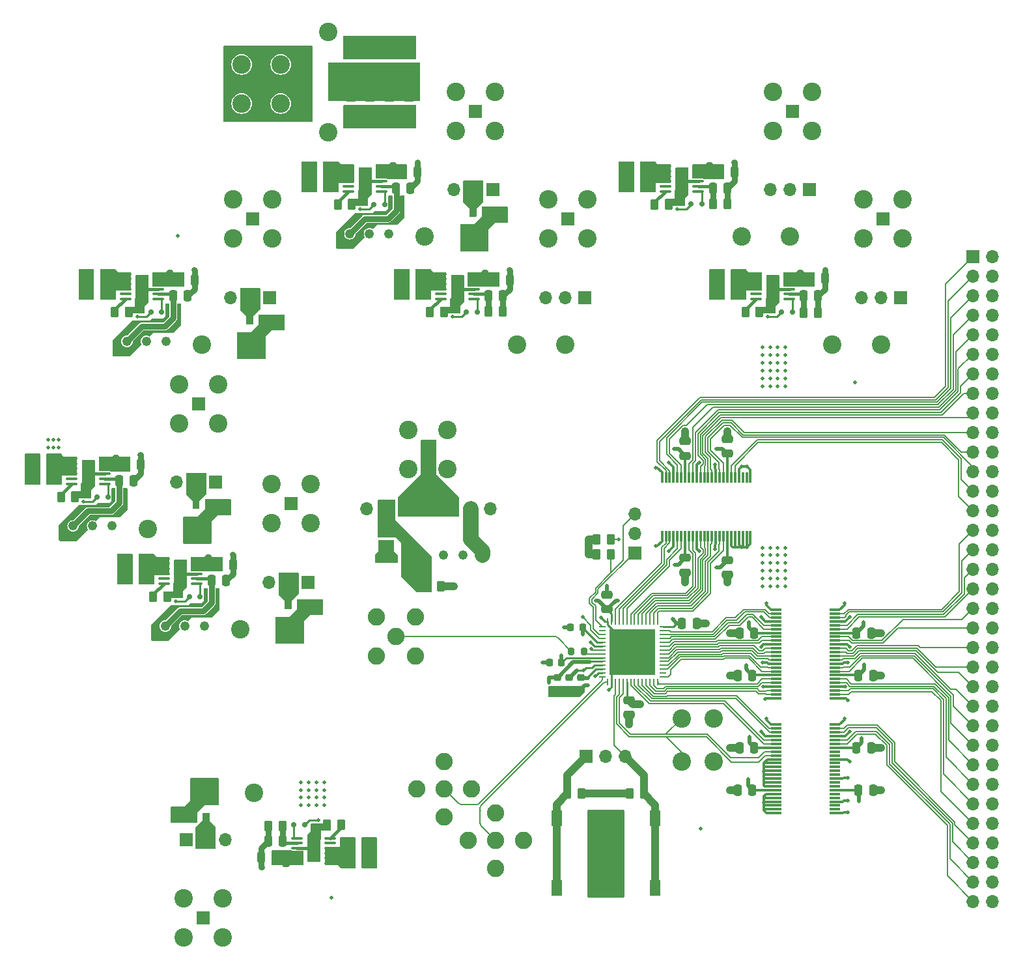
<source format=gbr>
%TF.GenerationSoftware,KiCad,Pcbnew,7.0.1-0*%
%TF.CreationDate,2023-04-17T18:56:10+01:00*%
%TF.ProjectId,cyborg65r2_pcb,6379626f-7267-4363-9572-325f7063622e,rev?*%
%TF.SameCoordinates,Original*%
%TF.FileFunction,Copper,L1,Top*%
%TF.FilePolarity,Positive*%
%FSLAX46Y46*%
G04 Gerber Fmt 4.6, Leading zero omitted, Abs format (unit mm)*
G04 Created by KiCad (PCBNEW 7.0.1-0) date 2023-04-17 18:56:10*
%MOMM*%
%LPD*%
G01*
G04 APERTURE LIST*
G04 Aperture macros list*
%AMRoundRect*
0 Rectangle with rounded corners*
0 $1 Rounding radius*
0 $2 $3 $4 $5 $6 $7 $8 $9 X,Y pos of 4 corners*
0 Add a 4 corners polygon primitive as box body*
4,1,4,$2,$3,$4,$5,$6,$7,$8,$9,$2,$3,0*
0 Add four circle primitives for the rounded corners*
1,1,$1+$1,$2,$3*
1,1,$1+$1,$4,$5*
1,1,$1+$1,$6,$7*
1,1,$1+$1,$8,$9*
0 Add four rect primitives between the rounded corners*
20,1,$1+$1,$2,$3,$4,$5,0*
20,1,$1+$1,$4,$5,$6,$7,0*
20,1,$1+$1,$6,$7,$8,$9,0*
20,1,$1+$1,$8,$9,$2,$3,0*%
G04 Aperture macros list end*
%TA.AperFunction,ComponentPad*%
%ADD10R,1.785000X1.785000*%
%TD*%
%TA.AperFunction,ComponentPad*%
%ADD11C,2.400000*%
%TD*%
%TA.AperFunction,SMDPad,CuDef*%
%ADD12R,0.890000X1.020000*%
%TD*%
%TA.AperFunction,SMDPad,CuDef*%
%ADD13RoundRect,0.250000X0.250000X0.475000X-0.250000X0.475000X-0.250000X-0.475000X0.250000X-0.475000X0*%
%TD*%
%TA.AperFunction,SMDPad,CuDef*%
%ADD14RoundRect,0.250000X-0.250000X-0.475000X0.250000X-0.475000X0.250000X0.475000X-0.250000X0.475000X0*%
%TD*%
%TA.AperFunction,SMDPad,CuDef*%
%ADD15RoundRect,0.250000X-0.475000X0.250000X-0.475000X-0.250000X0.475000X-0.250000X0.475000X0.250000X0*%
%TD*%
%TA.AperFunction,SMDPad,CuDef*%
%ADD16RoundRect,0.100000X0.625000X0.100000X-0.625000X0.100000X-0.625000X-0.100000X0.625000X-0.100000X0*%
%TD*%
%TA.AperFunction,SMDPad,CuDef*%
%ADD17R,1.650000X2.850000*%
%TD*%
%TA.AperFunction,SMDPad,CuDef*%
%ADD18RoundRect,0.250000X-0.262500X-0.450000X0.262500X-0.450000X0.262500X0.450000X-0.262500X0.450000X0*%
%TD*%
%TA.AperFunction,ComponentPad*%
%ADD19C,1.240000*%
%TD*%
%TA.AperFunction,ComponentPad*%
%ADD20R,1.700000X1.700000*%
%TD*%
%TA.AperFunction,ComponentPad*%
%ADD21O,1.700000X1.700000*%
%TD*%
%TA.AperFunction,SMDPad,CuDef*%
%ADD22RoundRect,0.100000X-0.625000X-0.100000X0.625000X-0.100000X0.625000X0.100000X-0.625000X0.100000X0*%
%TD*%
%TA.AperFunction,SMDPad,CuDef*%
%ADD23RoundRect,0.225000X0.225000X0.250000X-0.225000X0.250000X-0.225000X-0.250000X0.225000X-0.250000X0*%
%TD*%
%TA.AperFunction,SMDPad,CuDef*%
%ADD24RoundRect,0.250000X0.262500X0.450000X-0.262500X0.450000X-0.262500X-0.450000X0.262500X-0.450000X0*%
%TD*%
%TA.AperFunction,SMDPad,CuDef*%
%ADD25R,1.475000X0.300000*%
%TD*%
%TA.AperFunction,SMDPad,CuDef*%
%ADD26RoundRect,0.225000X-0.250000X0.225000X-0.250000X-0.225000X0.250000X-0.225000X0.250000X0.225000X0*%
%TD*%
%TA.AperFunction,SMDPad,CuDef*%
%ADD27RoundRect,0.250000X0.475000X-0.250000X0.475000X0.250000X-0.475000X0.250000X-0.475000X-0.250000X0*%
%TD*%
%TA.AperFunction,ComponentPad*%
%ADD28C,2.250000*%
%TD*%
%TA.AperFunction,SMDPad,CuDef*%
%ADD29RoundRect,0.150000X-0.150000X-0.200000X0.150000X-0.200000X0.150000X0.200000X-0.150000X0.200000X0*%
%TD*%
%TA.AperFunction,SMDPad,CuDef*%
%ADD30C,0.500000*%
%TD*%
%TA.AperFunction,SMDPad,CuDef*%
%ADD31RoundRect,0.062500X-0.375000X-0.062500X0.375000X-0.062500X0.375000X0.062500X-0.375000X0.062500X0*%
%TD*%
%TA.AperFunction,SMDPad,CuDef*%
%ADD32RoundRect,0.062500X-0.062500X-0.375000X0.062500X-0.375000X0.062500X0.375000X-0.062500X0.375000X0*%
%TD*%
%TA.AperFunction,SMDPad,CuDef*%
%ADD33R,5.900000X5.900000*%
%TD*%
%TA.AperFunction,SMDPad,CuDef*%
%ADD34R,1.400000X2.100000*%
%TD*%
%TA.AperFunction,SMDPad,CuDef*%
%ADD35R,0.880000X2.810000*%
%TD*%
%TA.AperFunction,SMDPad,CuDef*%
%ADD36R,0.300000X1.475000*%
%TD*%
%TA.AperFunction,SMDPad,CuDef*%
%ADD37RoundRect,0.150000X0.150000X0.200000X-0.150000X0.200000X-0.150000X-0.200000X0.150000X-0.200000X0*%
%TD*%
%TA.AperFunction,SMDPad,CuDef*%
%ADD38RoundRect,0.200000X0.200000X0.275000X-0.200000X0.275000X-0.200000X-0.275000X0.200000X-0.275000X0*%
%TD*%
%TA.AperFunction,ViaPad*%
%ADD39C,0.500000*%
%TD*%
%TA.AperFunction,Conductor*%
%ADD40C,0.750000*%
%TD*%
%TA.AperFunction,Conductor*%
%ADD41C,0.400000*%
%TD*%
%TA.AperFunction,Conductor*%
%ADD42C,0.256000*%
%TD*%
%TA.AperFunction,Conductor*%
%ADD43C,0.127000*%
%TD*%
%TA.AperFunction,Conductor*%
%ADD44C,0.300000*%
%TD*%
%TA.AperFunction,Conductor*%
%ADD45C,0.500000*%
%TD*%
%TA.AperFunction,Conductor*%
%ADD46C,1.000000*%
%TD*%
%TA.AperFunction,Conductor*%
%ADD47C,0.210000*%
%TD*%
%TA.AperFunction,Conductor*%
%ADD48C,0.166000*%
%TD*%
%TA.AperFunction,Conductor*%
%ADD49C,2.000000*%
%TD*%
G04 APERTURE END LIST*
D10*
%TO.P,J19,1,CNTR*%
%TO.N,Net-(J19-CNTR)*%
X130700000Y-58800000D03*
D11*
%TO.P,J19,2,GND*%
%TO.N,GND*%
X128160000Y-61340000D03*
%TO.P,J19,3,GND*%
X133240000Y-61340000D03*
%TO.P,J19,4,GND*%
X133240000Y-56260000D03*
%TO.P,J19,5,GND*%
X128160000Y-56260000D03*
%TD*%
D12*
%TO.P,L5,1*%
%TO.N,VDDCCO*%
X160984000Y-57970000D03*
%TO.P,L5,2*%
%TO.N,Net-(J32-Pin_2)*%
X159356000Y-57970000D03*
%TD*%
D10*
%TO.P,J26,1,CNTR*%
%TO.N,Net-(J26-CNTR)*%
X123700000Y-82800000D03*
D11*
%TO.P,J26,2,GND*%
%TO.N,GND*%
X121160000Y-85340000D03*
%TO.P,J26,3,GND*%
X126240000Y-85340000D03*
%TO.P,J26,4,GND*%
X126240000Y-80260000D03*
%TO.P,J26,5,GND*%
X121160000Y-80260000D03*
%TD*%
D13*
%TO.P,C51,1*%
%TO.N,VDDD2P5*%
X195950000Y-127540000D03*
%TO.P,C51,2*%
%TO.N,GND*%
X194050000Y-127540000D03*
%TD*%
D11*
%TO.P,J42,1,PRB*%
%TO.N,/CLKRS*%
X186480000Y-123680000D03*
%TD*%
D14*
%TO.P,C35,1*%
%TO.N,/VDDACORE/VDDOSC_INT*%
X126250000Y-103700000D03*
%TO.P,C35,2*%
%TO.N,GND*%
X128150000Y-103700000D03*
%TD*%
D15*
%TO.P,C7,1*%
%TO.N,VDDD2P5*%
X179640000Y-121320000D03*
%TO.P,C7,2*%
%TO.N,GND*%
X179640000Y-123220000D03*
%TD*%
D16*
%TO.P,U5,1,IN*%
%TO.N,VDDEXT*%
X140815000Y-142510000D03*
%TO.P,U5,2,IN*%
X140815000Y-141860000D03*
%TO.P,U5,3,IN*%
X140815000Y-141210000D03*
%TO.P,U5,4,EN/UV*%
X140815000Y-140560000D03*
%TO.P,U5,5,PG*%
%TO.N,unconnected-(U5-PG-Pad5)*%
X140815000Y-139910000D03*
%TO.P,U5,6,ILIM*%
%TO.N,Net-(U5-ILIM)*%
X140815000Y-139260000D03*
%TO.P,U5,7,PGFB*%
%TO.N,Net-(D4-K)*%
X136515000Y-139260000D03*
%TO.P,U5,8,SET*%
%TO.N,Net-(U5-SET)*%
X136515000Y-139910000D03*
%TO.P,U5,9,GND*%
%TO.N,GND*%
X136515000Y-140560000D03*
%TO.P,U5,10,OUTS*%
%TO.N,/VDDA2P5/VDDA2P5_INT*%
X136515000Y-141210000D03*
%TO.P,U5,11,OUT*%
X136515000Y-141860000D03*
%TO.P,U5,12,OUT*%
X136515000Y-142510000D03*
D17*
%TO.P,U5,13,GND*%
%TO.N,GND*%
X138665000Y-140885000D03*
%TD*%
D18*
%TO.P,R10,1*%
%TO.N,Net-(U7-ILIM)*%
X117787500Y-107900000D03*
%TO.P,R10,2*%
%TO.N,GND*%
X119612500Y-107900000D03*
%TD*%
D11*
%TO.P,J9,1,PRB*%
%TO.N,VDDD1P2*%
X171400000Y-75100000D03*
%TD*%
%TO.P,J21,1,PRB*%
%TO.N,VDDOSC*%
X135400000Y-112100000D03*
%TD*%
D14*
%TO.P,C20,1*%
%TO.N,/VDDD1P2/VDD1P2_INT*%
X162250000Y-66700000D03*
%TO.P,C20,2*%
%TO.N,GND*%
X164150000Y-66700000D03*
%TD*%
D19*
%TO.P,VR2,1,CCW*%
%TO.N,Net-(U7-SET)*%
X119370000Y-111700000D03*
%TO.P,VR2,2,WIPER*%
%TO.N,GND*%
X121910000Y-111700000D03*
%TO.P,VR2,3,CW*%
%TO.N,unconnected-(VR2-CW-Pad3)*%
X124450000Y-111700000D03*
%TD*%
D18*
%TO.P,R4,1*%
%TO.N,Net-(U3-SET)*%
X190587500Y-56800000D03*
%TO.P,R4,2*%
%TO.N,GND*%
X192412500Y-56800000D03*
%TD*%
D15*
%TO.P,C48,1*%
%TO.N,VDDEXT*%
X151000000Y-43000000D03*
%TO.P,C48,2*%
%TO.N,GND*%
X151000000Y-44900000D03*
%TD*%
D20*
%TO.P,J38,1,Pin_1*%
%TO.N,Net-(J36-Pin_1)*%
X150625000Y-96500000D03*
D21*
%TO.P,J38,2,Pin_2*%
%TO.N,/IREF*%
X148085000Y-96500000D03*
%TO.P,J38,3,Pin_3*%
%TO.N,/IREF/IREF_INT*%
X145545000Y-96500000D03*
%TD*%
D22*
%TO.P,U9,1,IN*%
%TO.N,VDDEXT*%
X143175000Y-51950000D03*
%TO.P,U9,2,IN*%
X143175000Y-52600000D03*
%TO.P,U9,3,IN*%
X143175000Y-53250000D03*
%TO.P,U9,4,EN/UV*%
X143175000Y-53900000D03*
%TO.P,U9,5,PG*%
%TO.N,unconnected-(U9-PG-Pad5)*%
X143175000Y-54550000D03*
%TO.P,U9,6,ILIM*%
%TO.N,Net-(U9-ILIM)*%
X143175000Y-55200000D03*
%TO.P,U9,7,PGFB*%
%TO.N,Net-(D8-K)*%
X147475000Y-55200000D03*
%TO.P,U9,8,SET*%
%TO.N,Net-(U9-SET)*%
X147475000Y-54550000D03*
%TO.P,U9,9,GND*%
%TO.N,GND*%
X147475000Y-53900000D03*
%TO.P,U9,10,OUTS*%
%TO.N,/VDDACORE/VDDCCO_INT*%
X147475000Y-53250000D03*
%TO.P,U9,11,OUT*%
X147475000Y-52600000D03*
%TO.P,U9,12,OUT*%
X147475000Y-51950000D03*
D17*
%TO.P,U9,13,GND*%
%TO.N,GND*%
X145325000Y-53575000D03*
%TD*%
D23*
%TO.P,C4,1*%
%TO.N,VREF*%
X170885000Y-116460000D03*
%TO.P,C4,2*%
%TO.N,GND*%
X169335000Y-116460000D03*
%TD*%
D24*
%TO.P,R17,1*%
%TO.N,VDDD2P5*%
X173472500Y-133470000D03*
%TO.P,R17,2*%
%TO.N,/RSTB*%
X171647500Y-133470000D03*
%TD*%
D13*
%TO.P,C24,1*%
%TO.N,/VDDA2P5/VDDA2P5_INT*%
X133740000Y-141760000D03*
%TO.P,C24,2*%
%TO.N,GND*%
X131840000Y-141760000D03*
%TD*%
D20*
%TO.P,J41,1,Pin_1*%
%TO.N,/SDA*%
X180460000Y-102245000D03*
D21*
%TO.P,J41,2,Pin_2*%
%TO.N,GND*%
X180460000Y-99705000D03*
%TO.P,J41,3,Pin_3*%
%TO.N,/SCL*%
X180460000Y-97165000D03*
%TD*%
D25*
%TO.P,U12,1,1DIR*%
%TO.N,GND*%
X198799000Y-124520000D03*
%TO.P,U12,2,1B1*%
%TO.N,/DOUT15*%
X198799000Y-125020000D03*
%TO.P,U12,3,1B2*%
%TO.N,/DOUT16*%
X198799000Y-125520000D03*
%TO.P,U12,4,GND_1*%
%TO.N,GND*%
X198799000Y-126020000D03*
%TO.P,U12,5,1B3*%
%TO.N,/DOUT17*%
X198799000Y-126520000D03*
%TO.P,U12,6,1B4*%
%TO.N,/DOUT18*%
X198799000Y-127020000D03*
%TO.P,U12,7,VCCB_1*%
%TO.N,VDDD2P5*%
X198799000Y-127520000D03*
%TO.P,U12,8,1B5*%
%TO.N,/CLKRS*%
X198799000Y-128020000D03*
%TO.P,U12,9,1B6*%
%TO.N,/CCOUT*%
X198799000Y-128520000D03*
%TO.P,U12,10,GND_2*%
%TO.N,GND*%
X198799000Y-129020000D03*
%TO.P,U12,11,1B7*%
X198799000Y-129520000D03*
%TO.P,U12,12,1B8*%
X198799000Y-130020000D03*
%TO.P,U12,13,2B1*%
X198799000Y-130520000D03*
%TO.P,U12,14,2B2*%
X198799000Y-131020000D03*
%TO.P,U12,15,GND_3*%
X198799000Y-131520000D03*
%TO.P,U12,16,2B3*%
X198799000Y-132020000D03*
%TO.P,U12,17,2B4*%
X198799000Y-132520000D03*
%TO.P,U12,18,VCCB_2*%
%TO.N,VDDD2P5*%
X198799000Y-133020000D03*
%TO.P,U12,19,2B5*%
%TO.N,GND*%
X198799000Y-133520000D03*
%TO.P,U12,20,2B6*%
X198799000Y-134020000D03*
%TO.P,U12,21,GND_4*%
X198799000Y-134520000D03*
%TO.P,U12,22,2B7*%
X198799000Y-135020000D03*
%TO.P,U12,23,2B8*%
X198799000Y-135520000D03*
%TO.P,U12,24,2DIR*%
X198799000Y-136020000D03*
%TO.P,U12,25,2~{OE}*%
X206375000Y-136020000D03*
%TO.P,U12,26,2A8*%
%TO.N,unconnected-(U12-2A8-Pad26)*%
X206375000Y-135520000D03*
%TO.P,U12,27,2A7*%
%TO.N,unconnected-(U12-2A7-Pad27)*%
X206375000Y-135020000D03*
%TO.P,U12,28,GND_5*%
%TO.N,GND*%
X206375000Y-134520000D03*
%TO.P,U12,29,2A6*%
%TO.N,unconnected-(U12-2A6-Pad29)*%
X206375000Y-134020000D03*
%TO.P,U12,30,2A5*%
%TO.N,unconnected-(U12-2A5-Pad30)*%
X206375000Y-133520000D03*
%TO.P,U12,31,VCCA_1*%
%TO.N,VDD3P3*%
X206375000Y-133020000D03*
%TO.P,U12,32,2A4*%
%TO.N,unconnected-(U12-2A4-Pad32)*%
X206375000Y-132520000D03*
%TO.P,U12,33,2A3*%
%TO.N,unconnected-(U12-2A3-Pad33)*%
X206375000Y-132020000D03*
%TO.P,U12,34,GND_6*%
%TO.N,GND*%
X206375000Y-131520000D03*
%TO.P,U12,35,2A2*%
%TO.N,unconnected-(U12-2A2-Pad35)*%
X206375000Y-131020000D03*
%TO.P,U12,36,2A1*%
%TO.N,unconnected-(U12-2A1-Pad36)*%
X206375000Y-130520000D03*
%TO.P,U12,37,1A8*%
%TO.N,unconnected-(U12-1A8-Pad37)*%
X206375000Y-130020000D03*
%TO.P,U12,38,1A7*%
%TO.N,unconnected-(U12-1A7-Pad38)*%
X206375000Y-129520000D03*
%TO.P,U12,39,GND_7*%
%TO.N,GND*%
X206375000Y-129020000D03*
%TO.P,U12,40,1A6*%
%TO.N,unconnected-(U12-1A6-Pad40)*%
X206375000Y-128520000D03*
%TO.P,U12,41,1A5*%
%TO.N,unconnected-(U12-1A5-Pad41)*%
X206375000Y-128020000D03*
%TO.P,U12,42,VCCA_2*%
%TO.N,VDD3P3*%
X206375000Y-127520000D03*
%TO.P,U12,43,1A4*%
%TO.N,/DIGBUF_LEVSHIFT/DOUT_BUF18*%
X206375000Y-127020000D03*
%TO.P,U12,44,1A3*%
%TO.N,/DIGBUF_LEVSHIFT/DOUT_BUF17*%
X206375000Y-126520000D03*
%TO.P,U12,45,GND_8*%
%TO.N,GND*%
X206375000Y-126020000D03*
%TO.P,U12,46,1A2*%
%TO.N,/DIGBUF_LEVSHIFT/DOUT_BUF16*%
X206375000Y-125520000D03*
%TO.P,U12,47,1A1*%
%TO.N,/DIGBUF_LEVSHIFT/DOUT_BUF15*%
X206375000Y-125020000D03*
%TO.P,U12,48,1~{OE}*%
%TO.N,GND*%
X206375000Y-124520000D03*
%TD*%
D26*
%TO.P,C3,1*%
%TO.N,VDDA2P5*%
X173380000Y-118390000D03*
%TO.P,C3,2*%
%TO.N,GND*%
X173380000Y-119940000D03*
%TD*%
D13*
%TO.P,C53,1*%
%TO.N,VDDD2P5*%
X195680000Y-118110000D03*
%TO.P,C53,2*%
%TO.N,GND*%
X193780000Y-118110000D03*
%TD*%
D11*
%TO.P,J1,1,PRB*%
%TO.N,VDD3P3*%
X212400000Y-75100000D03*
%TD*%
D25*
%TO.P,U11,1,1DIR*%
%TO.N,GND*%
X198805000Y-109590000D03*
%TO.P,U11,2,1B1*%
%TO.N,/CLKOUT*%
X198805000Y-110090000D03*
%TO.P,U11,3,1B2*%
%TO.N,/DOUT0*%
X198805000Y-110590000D03*
%TO.P,U11,4,GND_1*%
%TO.N,GND*%
X198805000Y-111090000D03*
%TO.P,U11,5,1B3*%
%TO.N,/DOUT1*%
X198805000Y-111590000D03*
%TO.P,U11,6,1B4*%
%TO.N,/DOUT2*%
X198805000Y-112090000D03*
%TO.P,U11,7,VCCB_1*%
%TO.N,VDDD2P5*%
X198805000Y-112590000D03*
%TO.P,U11,8,1B5*%
%TO.N,/DOUT3*%
X198805000Y-113090000D03*
%TO.P,U11,9,1B6*%
%TO.N,/DOUT4*%
X198805000Y-113590000D03*
%TO.P,U11,10,GND_2*%
%TO.N,GND*%
X198805000Y-114090000D03*
%TO.P,U11,11,1B7*%
%TO.N,/DOUT5*%
X198805000Y-114590000D03*
%TO.P,U11,12,1B8*%
%TO.N,/DOUT6*%
X198805000Y-115090000D03*
%TO.P,U11,13,2B1*%
%TO.N,/DOUT7*%
X198805000Y-115590000D03*
%TO.P,U11,14,2B2*%
%TO.N,/DOUT8*%
X198805000Y-116090000D03*
%TO.P,U11,15,GND_3*%
%TO.N,GND*%
X198805000Y-116590000D03*
%TO.P,U11,16,2B3*%
%TO.N,/DOUT9*%
X198805000Y-117090000D03*
%TO.P,U11,17,2B4*%
%TO.N,/DOUT10*%
X198805000Y-117590000D03*
%TO.P,U11,18,VCCB_2*%
%TO.N,VDDD2P5*%
X198805000Y-118090000D03*
%TO.P,U11,19,2B5*%
%TO.N,/DOUT11*%
X198805000Y-118590000D03*
%TO.P,U11,20,2B6*%
%TO.N,/DOUT12*%
X198805000Y-119090000D03*
%TO.P,U11,21,GND_4*%
%TO.N,GND*%
X198805000Y-119590000D03*
%TO.P,U11,22,2B7*%
%TO.N,/DOUT13*%
X198805000Y-120090000D03*
%TO.P,U11,23,2B8*%
%TO.N,/DOUT14*%
X198805000Y-120590000D03*
%TO.P,U11,24,2DIR*%
%TO.N,GND*%
X198805000Y-121090000D03*
%TO.P,U11,25,2~{OE}*%
X206381000Y-121090000D03*
%TO.P,U11,26,2A8*%
%TO.N,/DIGBUF_LEVSHIFT/DOUT_BUF14*%
X206381000Y-120590000D03*
%TO.P,U11,27,2A7*%
%TO.N,/DIGBUF_LEVSHIFT/DOUT_BUF13*%
X206381000Y-120090000D03*
%TO.P,U11,28,GND_5*%
%TO.N,GND*%
X206381000Y-119590000D03*
%TO.P,U11,29,2A6*%
%TO.N,/DIGBUF_LEVSHIFT/DOUT_BUF12*%
X206381000Y-119090000D03*
%TO.P,U11,30,2A5*%
%TO.N,/DIGBUF_LEVSHIFT/DOUT_BUF11*%
X206381000Y-118590000D03*
%TO.P,U11,31,VCCA_1*%
%TO.N,VDD3P3*%
X206381000Y-118090000D03*
%TO.P,U11,32,2A4*%
%TO.N,/DIGBUF_LEVSHIFT/DOUT_BUF10*%
X206381000Y-117590000D03*
%TO.P,U11,33,2A3*%
%TO.N,/DIGBUF_LEVSHIFT/DOUT_BUF9*%
X206381000Y-117090000D03*
%TO.P,U11,34,GND_6*%
%TO.N,GND*%
X206381000Y-116590000D03*
%TO.P,U11,35,2A2*%
%TO.N,/DIGBUF_LEVSHIFT/DOUT_BUF8*%
X206381000Y-116090000D03*
%TO.P,U11,36,2A1*%
%TO.N,/DIGBUF_LEVSHIFT/DOUT_BUF7*%
X206381000Y-115590000D03*
%TO.P,U11,37,1A8*%
%TO.N,/DIGBUF_LEVSHIFT/DOUT_BUF6*%
X206381000Y-115090000D03*
%TO.P,U11,38,1A7*%
%TO.N,/DIGBUF_LEVSHIFT/DOUT_BUF5*%
X206381000Y-114590000D03*
%TO.P,U11,39,GND_7*%
%TO.N,GND*%
X206381000Y-114090000D03*
%TO.P,U11,40,1A6*%
%TO.N,/DIGBUF_LEVSHIFT/DOUT_BUF4*%
X206381000Y-113590000D03*
%TO.P,U11,41,1A5*%
%TO.N,/DIGBUF_LEVSHIFT/DOUT_BUF3*%
X206381000Y-113090000D03*
%TO.P,U11,42,VCCA_2*%
%TO.N,VDD3P3*%
X206381000Y-112590000D03*
%TO.P,U11,43,1A4*%
%TO.N,/DIGBUF_LEVSHIFT/DOUT_BUF2*%
X206381000Y-112090000D03*
%TO.P,U11,44,1A3*%
%TO.N,/DIGBUF_LEVSHIFT/DOUT_BUF1*%
X206381000Y-111590000D03*
%TO.P,U11,45,GND_8*%
%TO.N,GND*%
X206381000Y-111090000D03*
%TO.P,U11,46,1A2*%
%TO.N,/DIGBUF_LEVSHIFT/DOUT_BUF0*%
X206381000Y-110590000D03*
%TO.P,U11,47,1A1*%
%TO.N,/DIGBUF_LEVSHIFT/CLKOUT_BUF*%
X206381000Y-110090000D03*
%TO.P,U11,48,1~{OE}*%
%TO.N,GND*%
X206381000Y-109590000D03*
%TD*%
D14*
%TO.P,C21,1*%
%TO.N,VDDEXT*%
X143540000Y-142360000D03*
%TO.P,C21,2*%
%TO.N,GND*%
X145440000Y-142360000D03*
%TD*%
D12*
%TO.P,L4,1*%
%TO.N,VDDTQ*%
X124984000Y-95970000D03*
%TO.P,L4,2*%
%TO.N,Net-(J28-Pin_2)*%
X123356000Y-95970000D03*
%TD*%
D13*
%TO.P,C29,1*%
%TO.N,VDDEXT*%
X116450000Y-103100000D03*
%TO.P,C29,2*%
%TO.N,GND*%
X114550000Y-103100000D03*
%TD*%
D11*
%TO.P,J29,1,PRB*%
%TO.N,VDDCCO*%
X159400000Y-61100000D03*
%TD*%
D20*
%TO.P,J36,1,Pin_1*%
%TO.N,Net-(J36-Pin_1)*%
X156575000Y-96500000D03*
D21*
%TO.P,J36,2,Pin_2*%
%TO.N,Net-(J36-Pin_2)*%
X159115000Y-96500000D03*
%TO.P,J36,3,Pin_3*%
%TO.N,VDDCCO*%
X161655000Y-96500000D03*
%TD*%
D27*
%TO.P,C45,1*%
%TO.N,VDDEXT*%
X148500000Y-39000000D03*
%TO.P,C45,2*%
%TO.N,GND*%
X148500000Y-37100000D03*
%TD*%
D15*
%TO.P,C42,1*%
%TO.N,VDDEXT*%
X143500000Y-43000000D03*
%TO.P,C42,2*%
%TO.N,GND*%
X143500000Y-44900000D03*
%TD*%
D28*
%TO.P,J47,1,CNTR*%
%TO.N,Net-(J47-CNTR)*%
X149360000Y-113060000D03*
%TO.P,J47,2,GND*%
%TO.N,GND*%
X151900000Y-115600000D03*
%TO.P,J47,3,GND*%
X151900000Y-110520000D03*
%TO.P,J47,4,GND*%
X146820000Y-110520000D03*
%TO.P,J47,5,GND*%
X146820000Y-115600000D03*
%TD*%
D10*
%TO.P,J15,1,CNTR*%
%TO.N,Net-(J15-CNTR)*%
X124290000Y-149660000D03*
D11*
%TO.P,J15,2,GND*%
%TO.N,GND*%
X126830000Y-147120000D03*
%TO.P,J15,3,GND*%
X121750000Y-147120000D03*
%TO.P,J15,4,GND*%
X121750000Y-152200000D03*
%TO.P,J15,5,GND*%
X126830000Y-152200000D03*
%TD*%
D13*
%TO.P,C30,1*%
%TO.N,VDDEXT*%
X104450000Y-90100000D03*
%TO.P,C30,2*%
%TO.N,GND*%
X102550000Y-90100000D03*
%TD*%
D29*
%TO.P,D1,1,K*%
%TO.N,Net-(D1-K)*%
X200900000Y-70900000D03*
%TO.P,D1,2,A*%
%TO.N,VDDEXT*%
X199500000Y-70900000D03*
%TD*%
D13*
%TO.P,C25,1*%
%TO.N,VDDEXT*%
X111450000Y-66100000D03*
%TO.P,C25,2*%
%TO.N,GND*%
X109550000Y-66100000D03*
%TD*%
D11*
%TO.P,J17,1,PRB*%
%TO.N,VREF*%
X130400000Y-75100000D03*
%TD*%
D13*
%TO.P,C13,1*%
%TO.N,VDDEXT*%
X181650000Y-52240000D03*
%TO.P,C13,2*%
%TO.N,GND*%
X179750000Y-52240000D03*
%TD*%
D22*
%TO.P,U3,1,IN*%
%TO.N,VDDEXT*%
X184370000Y-51950000D03*
%TO.P,U3,2,IN*%
X184370000Y-52600000D03*
%TO.P,U3,3,IN*%
X184370000Y-53250000D03*
%TO.P,U3,4,EN/UV*%
X184370000Y-53900000D03*
%TO.P,U3,5,PG*%
%TO.N,unconnected-(U3-PG-Pad5)*%
X184370000Y-54550000D03*
%TO.P,U3,6,ILIM*%
%TO.N,Net-(U3-ILIM)*%
X184370000Y-55200000D03*
%TO.P,U3,7,PGFB*%
%TO.N,Net-(D2-K)*%
X188670000Y-55200000D03*
%TO.P,U3,8,SET*%
%TO.N,Net-(U3-SET)*%
X188670000Y-54550000D03*
%TO.P,U3,9,GND*%
%TO.N,GND*%
X188670000Y-53900000D03*
%TO.P,U3,10,OUTS*%
%TO.N,/VDDD2P5/VDDD2P5_INT*%
X188670000Y-53250000D03*
%TO.P,U3,11,OUT*%
X188670000Y-52600000D03*
%TO.P,U3,12,OUT*%
X188670000Y-51950000D03*
D17*
%TO.P,U3,13,GND*%
%TO.N,GND*%
X186520000Y-53575000D03*
%TD*%
D14*
%TO.P,C8,1*%
%TO.N,VDDD2P5*%
X186520000Y-111340000D03*
%TO.P,C8,2*%
%TO.N,GND*%
X188420000Y-111340000D03*
%TD*%
D18*
%TO.P,R5,1*%
%TO.N,Net-(U4-ILIM)*%
X153787500Y-70900000D03*
%TO.P,R5,2*%
%TO.N,GND*%
X155612500Y-70900000D03*
%TD*%
D11*
%TO.P,J2,1,PRB*%
%TO.N,GND*%
X206100000Y-75100000D03*
%TD*%
%TO.P,J23,1,PRB*%
%TO.N,VDDTQ*%
X123400000Y-99100000D03*
%TD*%
D30*
%TO.P,FID1,*%
%TO.N,*%
X121000000Y-61000000D03*
%TD*%
D31*
%TO.P,U1,1,SDA*%
%TO.N,/SDA*%
X176182500Y-111810000D03*
%TO.P,U1,2,NC*%
%TO.N,unconnected-(U1-NC-Pad2)*%
X176182500Y-112310000D03*
%TO.P,U1,3,SCL*%
%TO.N,/SCL*%
X176182500Y-112810000D03*
%TO.P,U1,4,RSTB*%
%TO.N,/RSTB*%
X176182500Y-113310000D03*
%TO.P,U1,5,VDDCCO*%
%TO.N,VDDCCO*%
X176182500Y-113810000D03*
%TO.P,U1,6,VSSA*%
%TO.N,GND*%
X176182500Y-114310000D03*
%TO.P,U1,7,IBIAS*%
%TO.N,/IREF*%
X176182500Y-114810000D03*
%TO.P,U1,8,IN*%
%TO.N,/IN*%
X176182500Y-115310000D03*
%TO.P,U1,9,VREF*%
%TO.N,VREF*%
X176182500Y-115810000D03*
%TO.P,U1,10,VDDOSC*%
%TO.N,VDDOSC*%
X176182500Y-116310000D03*
%TO.P,U1,11,VDDTQ*%
%TO.N,VDDTQ*%
X176182500Y-116810000D03*
%TO.P,U1,12,VDDIOA*%
%TO.N,VDDA2P5*%
X176182500Y-117310000D03*
%TO.P,U1,13,VSSIOA*%
%TO.N,GND*%
X176182500Y-117810000D03*
%TO.P,U1,14,CLKINP*%
%TO.N,/CLKIN_P*%
X176182500Y-118310000D03*
D32*
%TO.P,U1,15,CLKINN*%
%TO.N,/CLKIN_N*%
X176870000Y-118997500D03*
%TO.P,U1,16,VSSCNTRTP*%
%TO.N,GND*%
X177370000Y-118997500D03*
%TO.P,U1,17,RSTBCLK*%
%TO.N,/RSTBCLK*%
X177870000Y-118997500D03*
%TO.P,U1,18,CCOOUT*%
%TO.N,/CCOUT*%
X178370000Y-118997500D03*
%TO.P,U1,19,CLKRS*%
%TO.N,/CLKRS*%
X178870000Y-118997500D03*
%TO.P,U1,20,VDDIOD*%
%TO.N,VDDD2P5*%
X179370000Y-118997500D03*
%TO.P,U1,21,DOUT18*%
%TO.N,/DOUT18*%
X179870000Y-118997500D03*
%TO.P,U1,22,DOUT17*%
%TO.N,/DOUT17*%
X180370000Y-118997500D03*
%TO.P,U1,23,DOUT16*%
%TO.N,/DOUT16*%
X180870000Y-118997500D03*
%TO.P,U1,24,DOUT15*%
%TO.N,/DOUT15*%
X181370000Y-118997500D03*
%TO.P,U1,25,DOUT14*%
%TO.N,/DOUT14*%
X181870000Y-118997500D03*
%TO.P,U1,26,DOUT13*%
%TO.N,/DOUT13*%
X182370000Y-118997500D03*
%TO.P,U1,27,DOUT12*%
%TO.N,/DOUT12*%
X182870000Y-118997500D03*
%TO.P,U1,28,DOUT11*%
%TO.N,/DOUT11*%
X183370000Y-118997500D03*
D31*
%TO.P,U1,29,DOUT10*%
%TO.N,/DOUT10*%
X184057500Y-118310000D03*
%TO.P,U1,30,NC*%
%TO.N,unconnected-(U1-NC-Pad30)*%
X184057500Y-117810000D03*
%TO.P,U1,31,DOUT9*%
%TO.N,/DOUT9*%
X184057500Y-117310000D03*
%TO.P,U1,32,DOUT8*%
%TO.N,/DOUT8*%
X184057500Y-116810000D03*
%TO.P,U1,33,DOUT7*%
%TO.N,/DOUT7*%
X184057500Y-116310000D03*
%TO.P,U1,34,DOUT6*%
%TO.N,/DOUT6*%
X184057500Y-115810000D03*
%TO.P,U1,35,DOUT5*%
%TO.N,/DOUT5*%
X184057500Y-115310000D03*
%TO.P,U1,36,DOUT4*%
%TO.N,/DOUT4*%
X184057500Y-114810000D03*
%TO.P,U1,37,DOUT3*%
%TO.N,/DOUT3*%
X184057500Y-114310000D03*
%TO.P,U1,38,DOUT2*%
%TO.N,/DOUT2*%
X184057500Y-113810000D03*
%TO.P,U1,39,DOUT1*%
%TO.N,/DOUT1*%
X184057500Y-113310000D03*
%TO.P,U1,40,DOUT0*%
%TO.N,/DOUT0*%
X184057500Y-112810000D03*
%TO.P,U1,41,CLKOUT*%
%TO.N,/CLKOUT*%
X184057500Y-112310000D03*
%TO.P,U1,42,VDDIOD*%
%TO.N,VDDD2P5*%
X184057500Y-111810000D03*
D32*
%TO.P,U1,43,AUX0*%
%TO.N,/AUX0*%
X183370000Y-111122500D03*
%TO.P,U1,44,AUX1*%
%TO.N,/AUX1*%
X182870000Y-111122500D03*
%TO.P,U1,45,AUX2*%
%TO.N,/AUX2*%
X182370000Y-111122500D03*
%TO.P,U1,46,AUX3*%
%TO.N,/AUX3*%
X181870000Y-111122500D03*
%TO.P,U1,47,AUX4*%
%TO.N,/AUX4*%
X181370000Y-111122500D03*
%TO.P,U1,48,AUX5*%
%TO.N,/AUX5*%
X180870000Y-111122500D03*
%TO.P,U1,49,AUX6*%
%TO.N,/AUX6*%
X180370000Y-111122500D03*
%TO.P,U1,50,AUX7*%
%TO.N,/AUX7*%
X179870000Y-111122500D03*
%TO.P,U1,51,AUX8*%
%TO.N,/AUX8*%
X179370000Y-111122500D03*
%TO.P,U1,52,AUX9*%
%TO.N,/AUX9*%
X178870000Y-111122500D03*
%TO.P,U1,53,AUX10*%
%TO.N,/AUX10*%
X178370000Y-111122500D03*
%TO.P,U1,54,AUX11*%
%TO.N,/AUX11*%
X177870000Y-111122500D03*
%TO.P,U1,55,VDDD*%
%TO.N,VDDD1P2*%
X177370000Y-111122500D03*
%TO.P,U1,56,VSSD*%
%TO.N,GND*%
X176870000Y-111122500D03*
D33*
%TO.P,U1,57,VSSD*%
X180120000Y-115060000D03*
%TD*%
D29*
%TO.P,D3,1,K*%
%TO.N,Net-(D3-K)*%
X159900000Y-70900000D03*
%TO.P,D3,2,A*%
%TO.N,VDDEXT*%
X158500000Y-70900000D03*
%TD*%
D23*
%TO.P,C1,1*%
%TO.N,VDDCCO*%
X173620000Y-111850000D03*
%TO.P,C1,2*%
%TO.N,GND*%
X172070000Y-111850000D03*
%TD*%
D22*
%TO.P,U8,1,IN*%
%TO.N,VDDEXT*%
X107175000Y-89950000D03*
%TO.P,U8,2,IN*%
X107175000Y-90600000D03*
%TO.P,U8,3,IN*%
X107175000Y-91250000D03*
%TO.P,U8,4,EN/UV*%
X107175000Y-91900000D03*
%TO.P,U8,5,PG*%
%TO.N,unconnected-(U8-PG-Pad5)*%
X107175000Y-92550000D03*
%TO.P,U8,6,ILIM*%
%TO.N,Net-(U8-ILIM)*%
X107175000Y-93200000D03*
%TO.P,U8,7,PGFB*%
%TO.N,Net-(D7-K)*%
X111475000Y-93200000D03*
%TO.P,U8,8,SET*%
%TO.N,Net-(U8-SET)*%
X111475000Y-92550000D03*
%TO.P,U8,9,GND*%
%TO.N,GND*%
X111475000Y-91900000D03*
%TO.P,U8,10,OUTS*%
%TO.N,/VDDACORE/VDDTQ_INT*%
X111475000Y-91250000D03*
%TO.P,U8,11,OUT*%
X111475000Y-90600000D03*
%TO.P,U8,12,OUT*%
X111475000Y-89950000D03*
D17*
%TO.P,U8,13,GND*%
%TO.N,GND*%
X109325000Y-91575000D03*
%TD*%
D11*
%TO.P,J18,1,PRB*%
%TO.N,GND*%
X124090000Y-75100000D03*
%TD*%
D20*
%TO.P,J20,1,Pin_1*%
%TO.N,Net-(J19-CNTR)*%
X132930000Y-69000000D03*
D21*
%TO.P,J20,2,Pin_2*%
%TO.N,Net-(J20-Pin_2)*%
X130390000Y-69000000D03*
%TO.P,J20,3,Pin_3*%
%TO.N,/VREF/VREF_INT*%
X127850000Y-69000000D03*
%TD*%
D14*
%TO.P,C27,1*%
%TO.N,Net-(U6-SET)*%
X120350000Y-68800000D03*
%TO.P,C27,2*%
%TO.N,GND*%
X122250000Y-68800000D03*
%TD*%
D18*
%TO.P,R18,1*%
%TO.N,VDDD2P5*%
X179747500Y-133470000D03*
%TO.P,R18,2*%
%TO.N,/RSTBCLK*%
X181572500Y-133470000D03*
%TD*%
D11*
%TO.P,J13,1,PRB*%
%TO.N,VDDA2P5*%
X124590000Y-133360000D03*
%TD*%
D24*
%TO.P,R7,1*%
%TO.N,Net-(U5-ILIM)*%
X142202500Y-137560000D03*
%TO.P,R7,2*%
%TO.N,GND*%
X140377500Y-137560000D03*
%TD*%
D18*
%TO.P,R15,1*%
%TO.N,VDDD2P5*%
X175460000Y-102375000D03*
%TO.P,R15,2*%
%TO.N,/SCL*%
X177285000Y-102375000D03*
%TD*%
D15*
%TO.P,C52,1*%
%TO.N,VDDD2P5*%
X186960000Y-102840000D03*
%TO.P,C52,2*%
%TO.N,GND*%
X186960000Y-104740000D03*
%TD*%
D30*
%TO.P,FID2,*%
%TO.N,*%
X209000000Y-80000000D03*
%TD*%
D10*
%TO.P,J37,1,CNTR*%
%TO.N,Net-(J36-Pin_1)*%
X153520000Y-88770000D03*
D11*
%TO.P,J37,2,GND*%
%TO.N,GND*%
X150980000Y-91310000D03*
%TO.P,J37,3,GND*%
X156060000Y-91310000D03*
%TO.P,J37,4,GND*%
X156060000Y-86230000D03*
%TO.P,J37,5,GND*%
X150980000Y-86230000D03*
%TD*%
D34*
%TO.P,S2,1,B*%
%TO.N,/RSTBCLK*%
X183060000Y-136670000D03*
%TO.P,S2,2,B*%
X183060000Y-145770000D03*
%TO.P,S2,3,A*%
%TO.N,GND*%
X178260000Y-136670000D03*
%TO.P,S2,4,A*%
X178260000Y-145770000D03*
%TD*%
D20*
%TO.P,J48,1,Pin_1*%
%TO.N,/RSTB*%
X174070000Y-128670000D03*
D21*
%TO.P,J48,2,Pin_2*%
%TO.N,GND*%
X176610000Y-128670000D03*
%TO.P,J48,3,Pin_3*%
%TO.N,/RSTBCLK*%
X179150000Y-128670000D03*
%TD*%
D15*
%TO.P,C41,1*%
%TO.N,VDDEXT*%
X146000000Y-43000000D03*
%TO.P,C41,2*%
%TO.N,GND*%
X146000000Y-44900000D03*
%TD*%
D18*
%TO.P,R12,1*%
%TO.N,Net-(U9-ILIM)*%
X141787500Y-56900000D03*
%TO.P,R12,2*%
%TO.N,GND*%
X143612500Y-56900000D03*
%TD*%
D22*
%TO.P,U4,1,IN*%
%TO.N,VDDEXT*%
X155175000Y-65950000D03*
%TO.P,U4,2,IN*%
X155175000Y-66600000D03*
%TO.P,U4,3,IN*%
X155175000Y-67250000D03*
%TO.P,U4,4,EN/UV*%
X155175000Y-67900000D03*
%TO.P,U4,5,PG*%
%TO.N,unconnected-(U4-PG-Pad5)*%
X155175000Y-68550000D03*
%TO.P,U4,6,ILIM*%
%TO.N,Net-(U4-ILIM)*%
X155175000Y-69200000D03*
%TO.P,U4,7,PGFB*%
%TO.N,Net-(D3-K)*%
X159475000Y-69200000D03*
%TO.P,U4,8,SET*%
%TO.N,Net-(U4-SET)*%
X159475000Y-68550000D03*
%TO.P,U4,9,GND*%
%TO.N,GND*%
X159475000Y-67900000D03*
%TO.P,U4,10,OUTS*%
%TO.N,/VDDD1P2/VDD1P2_INT*%
X159475000Y-67250000D03*
%TO.P,U4,11,OUT*%
X159475000Y-66600000D03*
%TO.P,U4,12,OUT*%
X159475000Y-65950000D03*
D17*
%TO.P,U4,13,GND*%
%TO.N,GND*%
X157325000Y-67575000D03*
%TD*%
D11*
%TO.P,J14,1,PRB*%
%TO.N,GND*%
X130900000Y-133360000D03*
%TD*%
D13*
%TO.P,C31,1*%
%TO.N,VDDEXT*%
X116450000Y-105500000D03*
%TO.P,C31,2*%
%TO.N,GND*%
X114550000Y-105500000D03*
%TD*%
D11*
%TO.P,J24,1,PRB*%
%TO.N,GND*%
X117080000Y-99100000D03*
%TD*%
D13*
%TO.P,C38,1*%
%TO.N,VDDEXT*%
X140450000Y-52100000D03*
%TO.P,C38,2*%
%TO.N,GND*%
X138550000Y-52100000D03*
%TD*%
D30*
%TO.P,FID3,*%
%TO.N,*%
X141000000Y-147000000D03*
%TD*%
D35*
%TO.P,F1,1,1*%
%TO.N,Net-(J33-CNTR)*%
X137945000Y-41140000D03*
%TO.P,F1,2,2*%
%TO.N,VDDEXT*%
X141215000Y-41140000D03*
%TD*%
D12*
%TO.P,L2,1*%
%TO.N,VREF*%
X131984000Y-71970000D03*
%TO.P,L2,2*%
%TO.N,Net-(J20-Pin_2)*%
X130356000Y-71970000D03*
%TD*%
D14*
%TO.P,C59,1*%
%TO.N,VDD3P3*%
X209500000Y-118110000D03*
%TO.P,C59,2*%
%TO.N,GND*%
X211400000Y-118110000D03*
%TD*%
D13*
%TO.P,C26,1*%
%TO.N,VDDEXT*%
X111450000Y-68500000D03*
%TO.P,C26,2*%
%TO.N,GND*%
X109550000Y-68500000D03*
%TD*%
D10*
%TO.P,J11,1,CNTR*%
%TO.N,Net-(J11-CNTR)*%
X171700000Y-58800000D03*
D11*
%TO.P,J11,2,GND*%
%TO.N,GND*%
X169160000Y-61340000D03*
%TO.P,J11,3,GND*%
X174240000Y-61340000D03*
%TO.P,J11,4,GND*%
X174240000Y-56260000D03*
%TO.P,J11,5,GND*%
X169160000Y-56260000D03*
%TD*%
D27*
%TO.P,C58,1*%
%TO.N,VDD3P3*%
X186960000Y-89570000D03*
%TO.P,C58,2*%
%TO.N,GND*%
X186960000Y-87670000D03*
%TD*%
D20*
%TO.P,J16,1,Pin_1*%
%TO.N,Net-(J15-CNTR)*%
X122060000Y-139460000D03*
D21*
%TO.P,J16,2,Pin_2*%
%TO.N,Net-(J16-Pin_2)*%
X124600000Y-139460000D03*
%TO.P,J16,3,Pin_3*%
%TO.N,/VDDA2P5/VDDA2P5_INT*%
X127140000Y-139460000D03*
%TD*%
D28*
%TO.P,J40,1,CNTR*%
%TO.N,/CLKIN_N*%
X162320000Y-139572102D03*
%TO.P,J40,2,GND*%
%TO.N,GND*%
X165912102Y-139572102D03*
%TO.P,J40,3,GND*%
X162320000Y-135980000D03*
%TO.P,J40,4,GND*%
X158727898Y-139572102D03*
%TO.P,J40,5,GND*%
X162320000Y-143164204D03*
%TD*%
D20*
%TO.P,J27,1,Pin_1*%
%TO.N,Net-(J25-CNTR)*%
X137930000Y-106000000D03*
D21*
%TO.P,J27,2,Pin_2*%
%TO.N,Net-(J27-Pin_2)*%
X135390000Y-106000000D03*
%TO.P,J27,3,Pin_3*%
%TO.N,/VDDACORE/VDDOSC_INT*%
X132850000Y-106000000D03*
%TD*%
D22*
%TO.P,U6,1,IN*%
%TO.N,VDDEXT*%
X114175000Y-65950000D03*
%TO.P,U6,2,IN*%
X114175000Y-66600000D03*
%TO.P,U6,3,IN*%
X114175000Y-67250000D03*
%TO.P,U6,4,EN/UV*%
X114175000Y-67900000D03*
%TO.P,U6,5,PG*%
%TO.N,unconnected-(U6-PG-Pad5)*%
X114175000Y-68550000D03*
%TO.P,U6,6,ILIM*%
%TO.N,Net-(U6-ILIM)*%
X114175000Y-69200000D03*
%TO.P,U6,7,PGFB*%
%TO.N,Net-(D5-K)*%
X118475000Y-69200000D03*
%TO.P,U6,8,SET*%
%TO.N,Net-(U6-SET)*%
X118475000Y-68550000D03*
%TO.P,U6,9,GND*%
%TO.N,GND*%
X118475000Y-67900000D03*
%TO.P,U6,10,OUTS*%
%TO.N,/VREF/VREF_INT*%
X118475000Y-67250000D03*
%TO.P,U6,11,OUT*%
X118475000Y-66600000D03*
%TO.P,U6,12,OUT*%
X118475000Y-65950000D03*
D17*
%TO.P,U6,13,GND*%
%TO.N,GND*%
X116325000Y-67575000D03*
%TD*%
D11*
%TO.P,J43,1,PRB*%
%TO.N,GND*%
X190630000Y-123690000D03*
%TD*%
D29*
%TO.P,D2,1,K*%
%TO.N,Net-(D2-K)*%
X189100000Y-56800000D03*
%TO.P,D2,2,A*%
%TO.N,VDDEXT*%
X187700000Y-56800000D03*
%TD*%
D10*
%TO.P,J7,1,CNTR*%
%TO.N,Net-(J7-CNTR)*%
X200900000Y-44800000D03*
D11*
%TO.P,J7,2,GND*%
%TO.N,GND*%
X198360000Y-47340000D03*
%TO.P,J7,3,GND*%
X203440000Y-47340000D03*
%TO.P,J7,4,GND*%
X203440000Y-42260000D03*
%TO.P,J7,5,GND*%
X198360000Y-42260000D03*
%TD*%
D22*
%TO.P,U7,1,IN*%
%TO.N,VDDEXT*%
X119175000Y-102950000D03*
%TO.P,U7,2,IN*%
X119175000Y-103600000D03*
%TO.P,U7,3,IN*%
X119175000Y-104250000D03*
%TO.P,U7,4,EN/UV*%
X119175000Y-104900000D03*
%TO.P,U7,5,PG*%
%TO.N,unconnected-(U7-PG-Pad5)*%
X119175000Y-105550000D03*
%TO.P,U7,6,ILIM*%
%TO.N,Net-(U7-ILIM)*%
X119175000Y-106200000D03*
%TO.P,U7,7,PGFB*%
%TO.N,Net-(D6-K)*%
X123475000Y-106200000D03*
%TO.P,U7,8,SET*%
%TO.N,Net-(U7-SET)*%
X123475000Y-105550000D03*
%TO.P,U7,9,GND*%
%TO.N,GND*%
X123475000Y-104900000D03*
%TO.P,U7,10,OUTS*%
%TO.N,/VDDACORE/VDDOSC_INT*%
X123475000Y-104250000D03*
%TO.P,U7,11,OUT*%
X123475000Y-103600000D03*
%TO.P,U7,12,OUT*%
X123475000Y-102950000D03*
D17*
%TO.P,U7,13,GND*%
%TO.N,GND*%
X121325000Y-104575000D03*
%TD*%
D18*
%TO.P,R9,1*%
%TO.N,Net-(U6-ILIM)*%
X112787500Y-70900000D03*
%TO.P,R9,2*%
%TO.N,GND*%
X114612500Y-70900000D03*
%TD*%
D26*
%TO.P,C5,1*%
%TO.N,VDDTQ*%
X171870000Y-118390000D03*
%TO.P,C5,2*%
%TO.N,GND*%
X171870000Y-119940000D03*
%TD*%
D19*
%TO.P,VR1,1,CCW*%
%TO.N,Net-(U6-SET)*%
X114370000Y-74700000D03*
%TO.P,VR1,2,WIPER*%
%TO.N,GND*%
X116910000Y-74700000D03*
%TO.P,VR1,3,CW*%
%TO.N,unconnected-(VR1-CW-Pad3)*%
X119450000Y-74700000D03*
%TD*%
D14*
%TO.P,C39,1*%
%TO.N,Net-(U9-SET)*%
X149350000Y-54800000D03*
%TO.P,C39,2*%
%TO.N,GND*%
X151250000Y-54800000D03*
%TD*%
D22*
%TO.P,U2,1,IN*%
%TO.N,VDDEXT*%
X196175000Y-65950000D03*
%TO.P,U2,2,IN*%
X196175000Y-66600000D03*
%TO.P,U2,3,IN*%
X196175000Y-67250000D03*
%TO.P,U2,4,EN/UV*%
X196175000Y-67900000D03*
%TO.P,U2,5,PG*%
%TO.N,unconnected-(U2-PG-Pad5)*%
X196175000Y-68550000D03*
%TO.P,U2,6,ILIM*%
%TO.N,Net-(U2-ILIM)*%
X196175000Y-69200000D03*
%TO.P,U2,7,PGFB*%
%TO.N,Net-(D1-K)*%
X200475000Y-69200000D03*
%TO.P,U2,8,SET*%
%TO.N,Net-(U2-SET)*%
X200475000Y-68550000D03*
%TO.P,U2,9,GND*%
%TO.N,GND*%
X200475000Y-67900000D03*
%TO.P,U2,10,OUTS*%
%TO.N,/VDD3P3/VDD3P3_INT*%
X200475000Y-67250000D03*
%TO.P,U2,11,OUT*%
X200475000Y-66600000D03*
%TO.P,U2,12,OUT*%
X200475000Y-65950000D03*
D17*
%TO.P,U2,13,GND*%
%TO.N,GND*%
X198325000Y-67575000D03*
%TD*%
D15*
%TO.P,C49,1*%
%TO.N,/IREF*%
X148100000Y-99550000D03*
%TO.P,C49,2*%
%TO.N,GND*%
X148100000Y-101450000D03*
%TD*%
D13*
%TO.P,C10,1*%
%TO.N,VDDEXT*%
X193450000Y-68500000D03*
%TO.P,C10,2*%
%TO.N,GND*%
X191550000Y-68500000D03*
%TD*%
D36*
%TO.P,U10,1,1DIR*%
%TO.N,GND*%
X183940000Y-99985000D03*
%TO.P,U10,2,1B1*%
%TO.N,/AUX11*%
X184440000Y-99985000D03*
%TO.P,U10,3,1B2*%
%TO.N,/AUX10*%
X184940000Y-99985000D03*
%TO.P,U10,4,GND_1*%
%TO.N,GND*%
X185440000Y-99985000D03*
%TO.P,U10,5,1B3*%
%TO.N,/AUX9*%
X185940000Y-99985000D03*
%TO.P,U10,6,1B4*%
%TO.N,/AUX8*%
X186440000Y-99985000D03*
%TO.P,U10,7,VCCB_1*%
%TO.N,VDDD2P5*%
X186940000Y-99985000D03*
%TO.P,U10,8,1B5*%
%TO.N,/AUX7*%
X187440000Y-99985000D03*
%TO.P,U10,9,1B6*%
%TO.N,/AUX6*%
X187940000Y-99985000D03*
%TO.P,U10,10,GND_2*%
%TO.N,GND*%
X188440000Y-99985000D03*
%TO.P,U10,11,1B7*%
%TO.N,/AUX5*%
X188940000Y-99985000D03*
%TO.P,U10,12,1B8*%
%TO.N,/AUX4*%
X189440000Y-99985000D03*
%TO.P,U10,13,2B1*%
%TO.N,/AUX3*%
X189940000Y-99985000D03*
%TO.P,U10,14,2B2*%
%TO.N,/AUX2*%
X190440000Y-99985000D03*
%TO.P,U10,15,GND_3*%
%TO.N,GND*%
X190940000Y-99985000D03*
%TO.P,U10,16,2B3*%
%TO.N,/AUX1*%
X191440000Y-99985000D03*
%TO.P,U10,17,2B4*%
%TO.N,/AUX0*%
X191940000Y-99985000D03*
%TO.P,U10,18,VCCB_2*%
%TO.N,VDDD2P5*%
X192440000Y-99985000D03*
%TO.P,U10,19,2B5*%
%TO.N,GND*%
X192940000Y-99985000D03*
%TO.P,U10,20,2B6*%
X193440000Y-99985000D03*
%TO.P,U10,21,GND_4*%
X193940000Y-99985000D03*
%TO.P,U10,22,2B7*%
X194440000Y-99985000D03*
%TO.P,U10,23,2B8*%
X194940000Y-99985000D03*
%TO.P,U10,24,2DIR*%
X195440000Y-99985000D03*
%TO.P,U10,25,2~{OE}*%
X195440000Y-92409000D03*
%TO.P,U10,26,2A8*%
%TO.N,unconnected-(U10-2A8-Pad26)*%
X194940000Y-92409000D03*
%TO.P,U10,27,2A7*%
%TO.N,unconnected-(U10-2A7-Pad27)*%
X194440000Y-92409000D03*
%TO.P,U10,28,GND_5*%
%TO.N,GND*%
X193940000Y-92409000D03*
%TO.P,U10,29,2A6*%
%TO.N,/DIGBUF_LEVSHIFT/CCOUT_BUF*%
X193440000Y-92409000D03*
%TO.P,U10,30,2A5*%
%TO.N,/DIGBUF_LEVSHIFT/CLKRS_BUF*%
X192940000Y-92409000D03*
%TO.P,U10,31,VCCA_1*%
%TO.N,VDD3P3*%
X192440000Y-92409000D03*
%TO.P,U10,32,2A4*%
%TO.N,/DIGBUF_LEVSHIFT/AUX_BUF0*%
X191940000Y-92409000D03*
%TO.P,U10,33,2A3*%
%TO.N,/DIGBUF_LEVSHIFT/AUX_BUF1*%
X191440000Y-92409000D03*
%TO.P,U10,34,GND_6*%
%TO.N,GND*%
X190940000Y-92409000D03*
%TO.P,U10,35,2A2*%
%TO.N,/DIGBUF_LEVSHIFT/AUX_BUF2*%
X190440000Y-92409000D03*
%TO.P,U10,36,2A1*%
%TO.N,/DIGBUF_LEVSHIFT/AUX_BUF3*%
X189940000Y-92409000D03*
%TO.P,U10,37,1A8*%
%TO.N,/DIGBUF_LEVSHIFT/AUX_BUF4*%
X189440000Y-92409000D03*
%TO.P,U10,38,1A7*%
%TO.N,/DIGBUF_LEVSHIFT/AUX_BUF5*%
X188940000Y-92409000D03*
%TO.P,U10,39,GND_7*%
%TO.N,GND*%
X188440000Y-92409000D03*
%TO.P,U10,40,1A6*%
%TO.N,/DIGBUF_LEVSHIFT/AUX_BUF6*%
X187940000Y-92409000D03*
%TO.P,U10,41,1A5*%
%TO.N,/DIGBUF_LEVSHIFT/AUX_BUF7*%
X187440000Y-92409000D03*
%TO.P,U10,42,VCCA_2*%
%TO.N,VDD3P3*%
X186940000Y-92409000D03*
%TO.P,U10,43,1A4*%
%TO.N,/DIGBUF_LEVSHIFT/AUX_BUF8*%
X186440000Y-92409000D03*
%TO.P,U10,44,1A3*%
%TO.N,/DIGBUF_LEVSHIFT/AUX_BUF9*%
X185940000Y-92409000D03*
%TO.P,U10,45,GND_8*%
%TO.N,GND*%
X185440000Y-92409000D03*
%TO.P,U10,46,1A2*%
%TO.N,/DIGBUF_LEVSHIFT/AUX_BUF10*%
X184940000Y-92409000D03*
%TO.P,U10,47,1A1*%
%TO.N,/DIGBUF_LEVSHIFT/AUX_BUF11*%
X184440000Y-92409000D03*
%TO.P,U10,48,1~{OE}*%
%TO.N,GND*%
X183940000Y-92409000D03*
%TD*%
D12*
%TO.P,L3,1*%
%TO.N,VDDOSC*%
X136984000Y-108970000D03*
%TO.P,L3,2*%
%TO.N,Net-(J27-Pin_2)*%
X135356000Y-108970000D03*
%TD*%
D11*
%TO.P,J34,1,PRB*%
%TO.N,VDDEXT*%
X140500000Y-34500000D03*
%TD*%
D14*
%TO.P,C12,1*%
%TO.N,/VDD3P3/VDD3P3_INT*%
X203250000Y-66500000D03*
%TO.P,C12,2*%
%TO.N,GND*%
X205150000Y-66500000D03*
%TD*%
D20*
%TO.P,J4,1,Pin_1*%
%TO.N,Net-(J3-CNTR)*%
X214940000Y-69000000D03*
D21*
%TO.P,J4,2,Pin_2*%
%TO.N,VDD3P3*%
X212400000Y-69000000D03*
%TO.P,J4,3,Pin_3*%
%TO.N,/VDD3P3/VDD3P3_INT*%
X209860000Y-69000000D03*
%TD*%
D11*
%TO.P,J5,1,PRB*%
%TO.N,VDDD2P5*%
X200610000Y-61100000D03*
%TD*%
D27*
%TO.P,C43,1*%
%TO.N,VDDEXT*%
X143500000Y-39000000D03*
%TO.P,C43,2*%
%TO.N,GND*%
X143500000Y-37100000D03*
%TD*%
D14*
%TO.P,C28,1*%
%TO.N,/VREF/VREF_INT*%
X121250000Y-66700000D03*
%TO.P,C28,2*%
%TO.N,GND*%
X123150000Y-66700000D03*
%TD*%
D18*
%TO.P,R3,1*%
%TO.N,Net-(U3-ILIM)*%
X182987500Y-56900000D03*
%TO.P,R3,2*%
%TO.N,GND*%
X184812500Y-56900000D03*
%TD*%
D11*
%TO.P,J44,1,PRB*%
%TO.N,/CCOUT*%
X186490000Y-129330000D03*
%TD*%
D18*
%TO.P,R2,1*%
%TO.N,Net-(U2-SET)*%
X202387500Y-71000000D03*
%TO.P,R2,2*%
%TO.N,GND*%
X204212500Y-71000000D03*
%TD*%
D14*
%TO.P,C56,1*%
%TO.N,VDD3P3*%
X209220000Y-112610000D03*
%TO.P,C56,2*%
%TO.N,GND*%
X211120000Y-112610000D03*
%TD*%
D13*
%TO.P,C54,1*%
%TO.N,VDDD2P5*%
X195680000Y-133040000D03*
%TO.P,C54,2*%
%TO.N,GND*%
X193780000Y-133040000D03*
%TD*%
D29*
%TO.P,D5,1,K*%
%TO.N,Net-(D5-K)*%
X118900000Y-70900000D03*
%TO.P,D5,2,A*%
%TO.N,VDDEXT*%
X117500000Y-70900000D03*
%TD*%
D20*
%TO.P,J28,1,Pin_1*%
%TO.N,Net-(J26-CNTR)*%
X125930000Y-93000000D03*
D21*
%TO.P,J28,2,Pin_2*%
%TO.N,Net-(J28-Pin_2)*%
X123390000Y-93000000D03*
%TO.P,J28,3,Pin_3*%
%TO.N,/VDDACORE/VDDTQ_INT*%
X120850000Y-93000000D03*
%TD*%
D20*
%TO.P,J8,1,Pin_1*%
%TO.N,Net-(J7-CNTR)*%
X203140000Y-55000000D03*
D21*
%TO.P,J8,2,Pin_2*%
%TO.N,VDDD2P5*%
X200600000Y-55000000D03*
%TO.P,J8,3,Pin_3*%
%TO.N,/VDDD2P5/VDDD2P5_INT*%
X198060000Y-55000000D03*
%TD*%
D18*
%TO.P,R6,1*%
%TO.N,Net-(U4-SET)*%
X161387500Y-70800000D03*
%TO.P,R6,2*%
%TO.N,GND*%
X163212500Y-70800000D03*
%TD*%
D11*
%TO.P,J6,1,PRB*%
%TO.N,GND*%
X194300000Y-61100000D03*
%TD*%
D19*
%TO.P,VR4,1,CCW*%
%TO.N,Net-(U9-SET)*%
X143370000Y-60700000D03*
%TO.P,VR4,2,WIPER*%
%TO.N,GND*%
X145910000Y-60700000D03*
%TO.P,VR4,3,CW*%
%TO.N,unconnected-(VR4-CW-Pad3)*%
X148450000Y-60700000D03*
%TD*%
D13*
%TO.P,C14,1*%
%TO.N,VDDEXT*%
X181650000Y-54410000D03*
%TO.P,C14,2*%
%TO.N,GND*%
X179750000Y-54410000D03*
%TD*%
D20*
%TO.P,J46,1,Pin_1*%
%TO.N,/DIGBUF_LEVSHIFT/AUX_BUF11*%
X224370000Y-63670000D03*
D21*
%TO.P,J46,2,Pin_2*%
%TO.N,GND*%
X226910000Y-63670000D03*
%TO.P,J46,3,Pin_3*%
%TO.N,/DIGBUF_LEVSHIFT/AUX_BUF10*%
X224370000Y-66210000D03*
%TO.P,J46,4,Pin_4*%
%TO.N,GND*%
X226910000Y-66210000D03*
%TO.P,J46,5,Pin_5*%
%TO.N,/DIGBUF_LEVSHIFT/AUX_BUF9*%
X224370000Y-68750000D03*
%TO.P,J46,6,Pin_6*%
%TO.N,GND*%
X226910000Y-68750000D03*
%TO.P,J46,7,Pin_7*%
%TO.N,/DIGBUF_LEVSHIFT/AUX_BUF8*%
X224370000Y-71290000D03*
%TO.P,J46,8,Pin_8*%
%TO.N,GND*%
X226910000Y-71290000D03*
%TO.P,J46,9,Pin_9*%
%TO.N,/DIGBUF_LEVSHIFT/AUX_BUF7*%
X224370000Y-73830000D03*
%TO.P,J46,10,Pin_10*%
%TO.N,GND*%
X226910000Y-73830000D03*
%TO.P,J46,11,Pin_11*%
%TO.N,/DIGBUF_LEVSHIFT/AUX_BUF6*%
X224370000Y-76370000D03*
%TO.P,J46,12,Pin_12*%
%TO.N,GND*%
X226910000Y-76370000D03*
%TO.P,J46,13,Pin_13*%
%TO.N,/DIGBUF_LEVSHIFT/AUX_BUF5*%
X224370000Y-78910000D03*
%TO.P,J46,14,Pin_14*%
%TO.N,GND*%
X226910000Y-78910000D03*
%TO.P,J46,15,Pin_15*%
%TO.N,/DIGBUF_LEVSHIFT/AUX_BUF4*%
X224370000Y-81450000D03*
%TO.P,J46,16,Pin_16*%
%TO.N,GND*%
X226910000Y-81450000D03*
%TO.P,J46,17,Pin_17*%
%TO.N,/DIGBUF_LEVSHIFT/AUX_BUF3*%
X224370000Y-83990000D03*
%TO.P,J46,18,Pin_18*%
%TO.N,GND*%
X226910000Y-83990000D03*
%TO.P,J46,19,Pin_19*%
%TO.N,/DIGBUF_LEVSHIFT/AUX_BUF2*%
X224370000Y-86530000D03*
%TO.P,J46,20,Pin_20*%
%TO.N,GND*%
X226910000Y-86530000D03*
%TO.P,J46,21,Pin_21*%
%TO.N,/DIGBUF_LEVSHIFT/AUX_BUF1*%
X224370000Y-89070000D03*
%TO.P,J46,22,Pin_22*%
%TO.N,GND*%
X226910000Y-89070000D03*
%TO.P,J46,23,Pin_23*%
%TO.N,/DIGBUF_LEVSHIFT/AUX_BUF0*%
X224370000Y-91610000D03*
%TO.P,J46,24,Pin_24*%
%TO.N,GND*%
X226910000Y-91610000D03*
%TO.P,J46,25,Pin_25*%
%TO.N,/DIGBUF_LEVSHIFT/CLKRS_BUF*%
X224370000Y-94150000D03*
%TO.P,J46,26,Pin_26*%
%TO.N,GND*%
X226910000Y-94150000D03*
%TO.P,J46,27,Pin_27*%
%TO.N,/DIGBUF_LEVSHIFT/CCOUT_BUF*%
X224370000Y-96690000D03*
%TO.P,J46,28,Pin_28*%
%TO.N,GND*%
X226910000Y-96690000D03*
%TO.P,J46,29,Pin_29*%
%TO.N,/DIGBUF_LEVSHIFT/CLKOUT_BUF*%
X224370000Y-99230000D03*
%TO.P,J46,30,Pin_30*%
%TO.N,GND*%
X226910000Y-99230000D03*
%TO.P,J46,31,Pin_31*%
%TO.N,/DIGBUF_LEVSHIFT/DOUT_BUF0*%
X224370000Y-101770000D03*
%TO.P,J46,32,Pin_32*%
%TO.N,GND*%
X226910000Y-101770000D03*
%TO.P,J46,33,Pin_33*%
%TO.N,/DIGBUF_LEVSHIFT/DOUT_BUF1*%
X224370000Y-104310000D03*
%TO.P,J46,34,Pin_34*%
%TO.N,GND*%
X226910000Y-104310000D03*
%TO.P,J46,35,Pin_35*%
%TO.N,/DIGBUF_LEVSHIFT/DOUT_BUF2*%
X224370000Y-106850000D03*
%TO.P,J46,36,Pin_36*%
%TO.N,GND*%
X226910000Y-106850000D03*
%TO.P,J46,37,Pin_37*%
%TO.N,/DIGBUF_LEVSHIFT/DOUT_BUF3*%
X224370000Y-109390000D03*
%TO.P,J46,38,Pin_38*%
%TO.N,GND*%
X226910000Y-109390000D03*
%TO.P,J46,39,Pin_39*%
%TO.N,/DIGBUF_LEVSHIFT/DOUT_BUF4*%
X224370000Y-111930000D03*
%TO.P,J46,40,Pin_40*%
%TO.N,GND*%
X226910000Y-111930000D03*
%TO.P,J46,41,Pin_41*%
%TO.N,/DIGBUF_LEVSHIFT/DOUT_BUF5*%
X224370000Y-114470000D03*
%TO.P,J46,42,Pin_42*%
%TO.N,GND*%
X226910000Y-114470000D03*
%TO.P,J46,43,Pin_43*%
%TO.N,/DIGBUF_LEVSHIFT/DOUT_BUF6*%
X224370000Y-117010000D03*
%TO.P,J46,44,Pin_44*%
%TO.N,GND*%
X226910000Y-117010000D03*
%TO.P,J46,45,Pin_45*%
%TO.N,/DIGBUF_LEVSHIFT/DOUT_BUF7*%
X224370000Y-119550000D03*
%TO.P,J46,46,Pin_46*%
%TO.N,GND*%
X226910000Y-119550000D03*
%TO.P,J46,47,Pin_47*%
%TO.N,/DIGBUF_LEVSHIFT/DOUT_BUF8*%
X224370000Y-122090000D03*
%TO.P,J46,48,Pin_48*%
%TO.N,GND*%
X226910000Y-122090000D03*
%TO.P,J46,49,Pin_49*%
%TO.N,/DIGBUF_LEVSHIFT/DOUT_BUF9*%
X224370000Y-124630000D03*
%TO.P,J46,50,Pin_50*%
%TO.N,GND*%
X226910000Y-124630000D03*
%TO.P,J46,51,Pin_51*%
%TO.N,/DIGBUF_LEVSHIFT/DOUT_BUF10*%
X224370000Y-127170000D03*
%TO.P,J46,52,Pin_52*%
%TO.N,GND*%
X226910000Y-127170000D03*
%TO.P,J46,53,Pin_53*%
%TO.N,/DIGBUF_LEVSHIFT/DOUT_BUF11*%
X224370000Y-129710000D03*
%TO.P,J46,54,Pin_54*%
%TO.N,GND*%
X226910000Y-129710000D03*
%TO.P,J46,55,Pin_55*%
%TO.N,/DIGBUF_LEVSHIFT/DOUT_BUF12*%
X224370000Y-132250000D03*
%TO.P,J46,56,Pin_56*%
%TO.N,GND*%
X226910000Y-132250000D03*
%TO.P,J46,57,Pin_57*%
%TO.N,/DIGBUF_LEVSHIFT/DOUT_BUF13*%
X224370000Y-134790000D03*
%TO.P,J46,58,Pin_58*%
%TO.N,GND*%
X226910000Y-134790000D03*
%TO.P,J46,59,Pin_59*%
%TO.N,/DIGBUF_LEVSHIFT/DOUT_BUF14*%
X224370000Y-137330000D03*
%TO.P,J46,60,Pin_60*%
%TO.N,GND*%
X226910000Y-137330000D03*
%TO.P,J46,61,Pin_61*%
%TO.N,/DIGBUF_LEVSHIFT/DOUT_BUF15*%
X224370000Y-139870000D03*
%TO.P,J46,62,Pin_62*%
%TO.N,GND*%
X226910000Y-139870000D03*
%TO.P,J46,63,Pin_63*%
%TO.N,/DIGBUF_LEVSHIFT/DOUT_BUF16*%
X224370000Y-142410000D03*
%TO.P,J46,64,Pin_64*%
%TO.N,GND*%
X226910000Y-142410000D03*
%TO.P,J46,65,Pin_65*%
%TO.N,/DIGBUF_LEVSHIFT/DOUT_BUF17*%
X224370000Y-144950000D03*
%TO.P,J46,66,Pin_66*%
%TO.N,GND*%
X226910000Y-144950000D03*
%TO.P,J46,67,Pin_67*%
%TO.N,/DIGBUF_LEVSHIFT/DOUT_BUF18*%
X224370000Y-147490000D03*
%TO.P,J46,68,Pin_68*%
%TO.N,GND*%
X226910000Y-147490000D03*
%TD*%
D12*
%TO.P,L1,1*%
%TO.N,VDDA2P5*%
X123006000Y-136490000D03*
%TO.P,L1,2*%
%TO.N,Net-(J16-Pin_2)*%
X124634000Y-136490000D03*
%TD*%
D24*
%TO.P,R8,1*%
%TO.N,Net-(U5-SET)*%
X134602500Y-137660000D03*
%TO.P,R8,2*%
%TO.N,GND*%
X132777500Y-137660000D03*
%TD*%
D18*
%TO.P,R1,1*%
%TO.N,Net-(U2-ILIM)*%
X194787500Y-70900000D03*
%TO.P,R1,2*%
%TO.N,GND*%
X196612500Y-70900000D03*
%TD*%
D13*
%TO.P,C32,1*%
%TO.N,VDDEXT*%
X104450000Y-92500000D03*
%TO.P,C32,2*%
%TO.N,GND*%
X102550000Y-92500000D03*
%TD*%
D30*
%TO.P,FID4,*%
%TO.N,*%
X189000000Y-138000000D03*
%TD*%
D13*
%TO.P,C50,1*%
%TO.N,VDDD2P5*%
X195950000Y-112610000D03*
%TO.P,C50,2*%
%TO.N,GND*%
X194050000Y-112610000D03*
%TD*%
%TO.P,C18,1*%
%TO.N,VDDEXT*%
X152450000Y-68500000D03*
%TO.P,C18,2*%
%TO.N,GND*%
X150550000Y-68500000D03*
%TD*%
D14*
%TO.P,C60,1*%
%TO.N,VDD3P3*%
X209490000Y-133040000D03*
%TO.P,C60,2*%
%TO.N,GND*%
X211390000Y-133040000D03*
%TD*%
D11*
%TO.P,J35,1,PRB*%
%TO.N,GND*%
X140500000Y-47500000D03*
%TD*%
D24*
%TO.P,R13,1*%
%TO.N,VDDCCO*%
X155225000Y-106500000D03*
%TO.P,R13,2*%
%TO.N,/IREF*%
X153400000Y-106500000D03*
%TD*%
D26*
%TO.P,C2,1*%
%TO.N,VDDOSC*%
X170370000Y-118385000D03*
%TO.P,C2,2*%
%TO.N,GND*%
X170370000Y-119935000D03*
%TD*%
D14*
%TO.P,C33,1*%
%TO.N,Net-(U7-SET)*%
X125350000Y-105800000D03*
%TO.P,C33,2*%
%TO.N,GND*%
X127250000Y-105800000D03*
%TD*%
D18*
%TO.P,R11,1*%
%TO.N,Net-(U8-ILIM)*%
X105787500Y-94900000D03*
%TO.P,R11,2*%
%TO.N,GND*%
X107612500Y-94900000D03*
%TD*%
D27*
%TO.P,C6,1*%
%TO.N,VDDD1P2*%
X176810000Y-109530000D03*
%TO.P,C6,2*%
%TO.N,GND*%
X176810000Y-107630000D03*
%TD*%
D18*
%TO.P,R14,1*%
%TO.N,VDDD2P5*%
X175457500Y-100435000D03*
%TO.P,R14,2*%
%TO.N,/SDA*%
X177282500Y-100435000D03*
%TD*%
D14*
%TO.P,C22,1*%
%TO.N,VDDEXT*%
X143540000Y-139960000D03*
%TO.P,C22,2*%
%TO.N,GND*%
X145440000Y-139960000D03*
%TD*%
%TO.P,C15,1*%
%TO.N,Net-(U3-SET)*%
X190550000Y-54800000D03*
%TO.P,C15,2*%
%TO.N,GND*%
X192450000Y-54800000D03*
%TD*%
%TO.P,C36,1*%
%TO.N,/VDDACORE/VDDTQ_INT*%
X114250000Y-90700000D03*
%TO.P,C36,2*%
%TO.N,GND*%
X116150000Y-90700000D03*
%TD*%
D11*
%TO.P,J22,1,PRB*%
%TO.N,GND*%
X129080000Y-112100000D03*
%TD*%
D13*
%TO.P,C23,1*%
%TO.N,Net-(U5-SET)*%
X134640000Y-139660000D03*
%TO.P,C23,2*%
%TO.N,GND*%
X132740000Y-139660000D03*
%TD*%
D14*
%TO.P,C11,1*%
%TO.N,Net-(U2-SET)*%
X202350000Y-68800000D03*
%TO.P,C11,2*%
%TO.N,GND*%
X204250000Y-68800000D03*
%TD*%
D10*
%TO.P,J3,1,CNTR*%
%TO.N,Net-(J3-CNTR)*%
X212700000Y-58800000D03*
D11*
%TO.P,J3,2,GND*%
%TO.N,GND*%
X210160000Y-61340000D03*
%TO.P,J3,3,GND*%
X215240000Y-61340000D03*
%TO.P,J3,4,GND*%
X215240000Y-56260000D03*
%TO.P,J3,5,GND*%
X210160000Y-56260000D03*
%TD*%
D28*
%TO.P,J39,1,CNTR*%
%TO.N,/CLKIN_P*%
X155612102Y-132872102D03*
%TO.P,J39,2,GND*%
%TO.N,GND*%
X159204204Y-132872102D03*
%TO.P,J39,3,GND*%
X155612102Y-129280000D03*
%TO.P,J39,4,GND*%
X152020000Y-132872102D03*
%TO.P,J39,5,GND*%
X155612102Y-136464204D03*
%TD*%
D37*
%TO.P,D4,1,K*%
%TO.N,Net-(D4-K)*%
X136090000Y-137560000D03*
%TO.P,D4,2,A*%
%TO.N,VDDEXT*%
X137490000Y-137560000D03*
%TD*%
D10*
%TO.P,J25,1,CNTR*%
%TO.N,Net-(J25-CNTR)*%
X135700000Y-95800000D03*
D11*
%TO.P,J25,2,GND*%
%TO.N,GND*%
X133160000Y-98340000D03*
%TO.P,J25,3,GND*%
X138240000Y-98340000D03*
%TO.P,J25,4,GND*%
X138240000Y-93260000D03*
%TO.P,J25,5,GND*%
X133160000Y-93260000D03*
%TD*%
%TO.P,J10,1,PRB*%
%TO.N,GND*%
X165100000Y-75100000D03*
%TD*%
D14*
%TO.P,C34,1*%
%TO.N,Net-(U8-SET)*%
X113350000Y-92800000D03*
%TO.P,C34,2*%
%TO.N,GND*%
X115250000Y-92800000D03*
%TD*%
D13*
%TO.P,C17,1*%
%TO.N,VDDEXT*%
X152450000Y-66100000D03*
%TO.P,C17,2*%
%TO.N,GND*%
X150550000Y-66100000D03*
%TD*%
D15*
%TO.P,C55,1*%
%TO.N,VDDD2P5*%
X192460000Y-103110000D03*
%TO.P,C55,2*%
%TO.N,GND*%
X192460000Y-105010000D03*
%TD*%
D27*
%TO.P,C46,1*%
%TO.N,VDDEXT*%
X151000000Y-39000000D03*
%TO.P,C46,2*%
%TO.N,GND*%
X151000000Y-37100000D03*
%TD*%
D13*
%TO.P,C37,1*%
%TO.N,VDDEXT*%
X140450000Y-54500000D03*
%TO.P,C37,2*%
%TO.N,GND*%
X138550000Y-54500000D03*
%TD*%
D27*
%TO.P,C44,1*%
%TO.N,VDDEXT*%
X146000000Y-39000000D03*
%TO.P,C44,2*%
%TO.N,GND*%
X146000000Y-37100000D03*
%TD*%
D15*
%TO.P,C47,1*%
%TO.N,VDDEXT*%
X148500000Y-43000000D03*
%TO.P,C47,2*%
%TO.N,GND*%
X148500000Y-44900000D03*
%TD*%
D19*
%TO.P,VR3,1,CCW*%
%TO.N,Net-(U8-SET)*%
X107370000Y-98700000D03*
%TO.P,VR3,2,WIPER*%
%TO.N,GND*%
X109910000Y-98700000D03*
%TO.P,VR3,3,CW*%
%TO.N,unconnected-(VR3-CW-Pad3)*%
X112450000Y-98700000D03*
%TD*%
D14*
%TO.P,C40,1*%
%TO.N,/VDDACORE/VDDCCO_INT*%
X150250000Y-52700000D03*
%TO.P,C40,2*%
%TO.N,GND*%
X152150000Y-52700000D03*
%TD*%
D20*
%TO.P,J12,1,Pin_1*%
%TO.N,Net-(J11-CNTR)*%
X173935000Y-69000000D03*
D21*
%TO.P,J12,2,Pin_2*%
%TO.N,VDDD1P2*%
X171395000Y-69000000D03*
%TO.P,J12,3,Pin_3*%
%TO.N,/VDDD1P2/VDD1P2_INT*%
X168855000Y-69000000D03*
%TD*%
D10*
%TO.P,J31,1,CNTR*%
%TO.N,Net-(J31-CNTR)*%
X159700000Y-44800000D03*
D11*
%TO.P,J31,2,GND*%
%TO.N,GND*%
X157160000Y-47340000D03*
%TO.P,J31,3,GND*%
X162240000Y-47340000D03*
%TO.P,J31,4,GND*%
X162240000Y-42260000D03*
%TO.P,J31,5,GND*%
X157160000Y-42260000D03*
%TD*%
D29*
%TO.P,D8,1,K*%
%TO.N,Net-(D8-K)*%
X147900000Y-56900000D03*
%TO.P,D8,2,A*%
%TO.N,VDDEXT*%
X146500000Y-56900000D03*
%TD*%
D14*
%TO.P,C57,1*%
%TO.N,VDD3P3*%
X209220000Y-127540000D03*
%TO.P,C57,2*%
%TO.N,GND*%
X211120000Y-127540000D03*
%TD*%
D38*
%TO.P,R16,1*%
%TO.N,/IN*%
X173795000Y-114960000D03*
%TO.P,R16,2*%
%TO.N,Net-(J47-CNTR)*%
X172145000Y-114960000D03*
%TD*%
D14*
%TO.P,C19,1*%
%TO.N,Net-(U4-SET)*%
X161350000Y-68800000D03*
%TO.P,C19,2*%
%TO.N,GND*%
X163250000Y-68800000D03*
%TD*%
D34*
%TO.P,S1,1,B*%
%TO.N,/RSTB*%
X170260000Y-145770000D03*
%TO.P,S1,2,B*%
X170260000Y-136670000D03*
%TO.P,S1,3,A*%
%TO.N,GND*%
X175060000Y-145770000D03*
%TO.P,S1,4,A*%
X175060000Y-136670000D03*
%TD*%
D19*
%TO.P,VR5,1,CCW*%
%TO.N,unconnected-(VR5-CCW-Pad1)*%
X155560000Y-102500000D03*
%TO.P,VR5,2,WIPER*%
%TO.N,/IREF/IREF_INT*%
X158100000Y-102500000D03*
%TO.P,VR5,3,CW*%
%TO.N,Net-(J36-Pin_2)*%
X160640000Y-102500000D03*
%TD*%
D14*
%TO.P,C16,1*%
%TO.N,/VDDD2P5/VDDD2P5_INT*%
X191450000Y-52700000D03*
%TO.P,C16,2*%
%TO.N,GND*%
X193350000Y-52700000D03*
%TD*%
D29*
%TO.P,D6,1,K*%
%TO.N,Net-(D6-K)*%
X123900000Y-107900000D03*
%TO.P,D6,2,A*%
%TO.N,VDDEXT*%
X122500000Y-107900000D03*
%TD*%
D10*
%TO.P,J33,1,CNTR*%
%TO.N,Net-(J33-CNTR)*%
X131820000Y-41250000D03*
D11*
%TO.P,J33,2,GND*%
%TO.N,GND*%
X134360000Y-43790000D03*
%TO.P,J33,3,GND*%
X134360000Y-38710000D03*
%TO.P,J33,4,GND*%
X129280000Y-38710000D03*
%TO.P,J33,5,GND*%
X129280000Y-43790000D03*
%TD*%
D29*
%TO.P,D7,1,K*%
%TO.N,Net-(D7-K)*%
X111900000Y-94900000D03*
%TO.P,D7,2,A*%
%TO.N,VDDEXT*%
X110500000Y-94900000D03*
%TD*%
D13*
%TO.P,C9,1*%
%TO.N,VDDEXT*%
X193450000Y-66100000D03*
%TO.P,C9,2*%
%TO.N,GND*%
X191550000Y-66100000D03*
%TD*%
D27*
%TO.P,C61,1*%
%TO.N,VDD3P3*%
X192460000Y-89295000D03*
%TO.P,C61,2*%
%TO.N,GND*%
X192460000Y-87395000D03*
%TD*%
D20*
%TO.P,J32,1,Pin_1*%
%TO.N,Net-(J31-CNTR)*%
X161930000Y-55000000D03*
D21*
%TO.P,J32,2,Pin_2*%
%TO.N,Net-(J32-Pin_2)*%
X159390000Y-55000000D03*
%TO.P,J32,3,Pin_3*%
%TO.N,/VDDACORE/VDDCCO_INT*%
X156850000Y-55000000D03*
%TD*%
D11*
%TO.P,J30,1,PRB*%
%TO.N,GND*%
X153080000Y-61100000D03*
%TD*%
%TO.P,J45,1,PRB*%
%TO.N,GND*%
X190630000Y-129330000D03*
%TD*%
D39*
%TO.N,VDDEXT*%
X104800000Y-88500000D03*
X142290000Y-141860000D03*
X143000000Y-40500000D03*
X115700000Y-71500000D03*
X145000000Y-40500000D03*
X112700000Y-67300000D03*
X194700000Y-67300000D03*
X150000000Y-40500000D03*
X120700000Y-108500000D03*
X112700000Y-66600000D03*
X185900000Y-57500000D03*
X104800000Y-87500000D03*
X148000000Y-41500000D03*
X145000000Y-41500000D03*
X142290000Y-142560000D03*
X153700000Y-65900000D03*
X108700000Y-95500000D03*
X156700000Y-71500000D03*
X182900000Y-52600000D03*
X146000000Y-41500000D03*
X141700000Y-51900000D03*
X197700000Y-71500000D03*
X144000000Y-41500000D03*
X105500000Y-88500000D03*
X105700000Y-89900000D03*
X147000000Y-40500000D03*
X153700000Y-66600000D03*
X152000000Y-41500000D03*
X141700000Y-52600000D03*
X105700000Y-90600000D03*
X141700000Y-53300000D03*
X117700000Y-104300000D03*
X104100000Y-87500000D03*
X149000000Y-40500000D03*
X144700000Y-57500000D03*
X182900000Y-51900000D03*
X146000000Y-40500000D03*
X149000000Y-41500000D03*
X143000000Y-41500000D03*
X151000000Y-40500000D03*
X194700000Y-66600000D03*
X139290000Y-136960000D03*
X150000000Y-41500000D03*
X112700000Y-65900000D03*
X105500000Y-87500000D03*
X144000000Y-40500000D03*
X182900000Y-53300000D03*
X142290000Y-141160000D03*
X148000000Y-40500000D03*
X104100000Y-88500000D03*
X147000000Y-41500000D03*
X117700000Y-102900000D03*
X151000000Y-41500000D03*
X152000000Y-40500000D03*
X194700000Y-65900000D03*
X105700000Y-91300000D03*
X117700000Y-103600000D03*
X153700000Y-67300000D03*
%TO.N,/VDD3P3/VDD3P3_INT*%
X201900000Y-67300000D03*
X201900000Y-66600000D03*
X201900000Y-65900000D03*
%TO.N,VDD3P3*%
X185470000Y-88680000D03*
X209510000Y-134500000D03*
X210170000Y-111180000D03*
X191030000Y-88630000D03*
X209890000Y-126250000D03*
X210250000Y-116730000D03*
%TO.N,VDDD2P5*%
X200000000Y-75500000D03*
X198000000Y-78500000D03*
X197000000Y-76500000D03*
X199000000Y-104500000D03*
X198000000Y-80500000D03*
X198000000Y-77500000D03*
X190970000Y-104070000D03*
X198000000Y-105500000D03*
X174402500Y-102375000D03*
X200000000Y-105500000D03*
X197000000Y-106500000D03*
X197000000Y-102500000D03*
X198000000Y-103500000D03*
X199000000Y-77500000D03*
X199000000Y-106500000D03*
X200000000Y-106500000D03*
X199000000Y-101500000D03*
X197000000Y-77500000D03*
X199000000Y-78500000D03*
X198000000Y-76500000D03*
X197000000Y-104500000D03*
X200000000Y-80500000D03*
X199000000Y-80500000D03*
X181080000Y-121820000D03*
X199000000Y-75500000D03*
X200000000Y-76500000D03*
X174402500Y-100435000D03*
X200000000Y-78500000D03*
X198000000Y-79500000D03*
X200000000Y-104500000D03*
X198000000Y-101500000D03*
X200000000Y-102500000D03*
X197000000Y-79500000D03*
X200000000Y-103500000D03*
X176610000Y-133470000D03*
X198000000Y-75500000D03*
X200000000Y-77500000D03*
X198000000Y-106500000D03*
X198000000Y-102500000D03*
X198000000Y-104500000D03*
X194880000Y-116750000D03*
X185580000Y-103710000D03*
X199000000Y-103500000D03*
X199000000Y-79500000D03*
X197000000Y-80500000D03*
X200000000Y-101500000D03*
X195110000Y-131610000D03*
X195200000Y-111190000D03*
X200000000Y-79500000D03*
X197000000Y-105500000D03*
X195290000Y-126100000D03*
X199000000Y-105500000D03*
X199000000Y-76500000D03*
X197000000Y-75500000D03*
X197000000Y-103500000D03*
X197000000Y-101500000D03*
X185290000Y-110760000D03*
X199000000Y-102500000D03*
X197000000Y-78500000D03*
%TO.N,/VDDD2P5/VDDD2P5_INT*%
X190100000Y-51900000D03*
X190100000Y-53300000D03*
X190100000Y-52600000D03*
%TO.N,/VDDD1P2/VDD1P2_INT*%
X160900000Y-67300000D03*
X160900000Y-65900000D03*
X160900000Y-66600000D03*
%TO.N,VDDD1P2*%
X175370000Y-108400000D03*
X178250000Y-108400000D03*
%TO.N,/VDDA2P5/VDDA2P5_INT*%
X135090000Y-141160000D03*
X135090000Y-142560000D03*
X135090000Y-141860000D03*
%TO.N,VDDA2P5*%
X140000000Y-132000000D03*
X138000000Y-135000000D03*
X121690000Y-136760000D03*
X121690000Y-135760000D03*
X140000000Y-133000000D03*
X120590000Y-136760000D03*
X140000000Y-134000000D03*
X138000000Y-134000000D03*
X138000000Y-133000000D03*
X120590000Y-135760000D03*
X138000000Y-132000000D03*
X140000000Y-135000000D03*
X139000000Y-135000000D03*
X174330000Y-118470000D03*
X137000000Y-133000000D03*
X139000000Y-134000000D03*
X139000000Y-133000000D03*
X139000000Y-132000000D03*
X137000000Y-135000000D03*
X137000000Y-132000000D03*
X137000000Y-134000000D03*
%TO.N,/VREF/VREF_INT*%
X119900000Y-65900000D03*
X119900000Y-66600000D03*
X119900000Y-67300000D03*
%TO.N,VREF*%
X133300000Y-71700000D03*
X133300000Y-72700000D03*
X134400000Y-71700000D03*
X170880000Y-115535500D03*
X134400000Y-72700000D03*
X113070000Y-76120000D03*
%TO.N,/VDDACORE/VDDTQ_INT*%
X112900000Y-89900000D03*
X112900000Y-90600000D03*
X112900000Y-91300000D03*
%TO.N,/VDDACORE/VDDCCO_INT*%
X148900000Y-51900000D03*
X148900000Y-53300000D03*
X148900000Y-52600000D03*
%TO.N,VDDOSC*%
X169230000Y-119050000D03*
X139400000Y-109700000D03*
X138300000Y-109700000D03*
X169230000Y-118380000D03*
X138300000Y-108700000D03*
X139400000Y-108700000D03*
X118070000Y-113120000D03*
%TO.N,VDDTQ*%
X127400000Y-95700000D03*
X126300000Y-96700000D03*
X126300000Y-95700000D03*
X127400000Y-96700000D03*
X106070000Y-100120000D03*
X173700000Y-117460000D03*
X172870000Y-117500000D03*
%TO.N,/VDDACORE/VDDOSC_INT*%
X124900000Y-104300000D03*
X124900000Y-103600000D03*
X124900000Y-102900000D03*
%TO.N,/IREF*%
X151600000Y-102000000D03*
X151600000Y-104000000D03*
X151600000Y-103000000D03*
X174710000Y-114640000D03*
%TO.N,/SDA*%
X178330000Y-100435000D03*
%TO.N,/RSTB*%
X173630000Y-110550000D03*
%TO.N,GND*%
X208370000Y-110510000D03*
X186960000Y-86370000D03*
X212420000Y-118110000D03*
X168430000Y-116460000D03*
X176710000Y-139920000D03*
X116200000Y-92000000D03*
X146000000Y-35500000D03*
X197310000Y-121160000D03*
X108500000Y-68100000D03*
X197700000Y-70800000D03*
X183110000Y-101289000D03*
X208370000Y-125440000D03*
X186500000Y-56200000D03*
X178700000Y-52200000D03*
X121300000Y-107200000D03*
X190500000Y-68700000D03*
X148500000Y-46500000D03*
X174360000Y-119420000D03*
X108700000Y-94800000D03*
X146490000Y-140360000D03*
X192751000Y-133040000D03*
X149500000Y-66200000D03*
X176020000Y-110600000D03*
X116100000Y-89400000D03*
X108500000Y-65600000D03*
X197051000Y-116460000D03*
X169420000Y-120130000D03*
X139290000Y-137660000D03*
X190810000Y-90670000D03*
X190810000Y-101739000D03*
X176810000Y-106460000D03*
X138690000Y-138260000D03*
X208120000Y-121380000D03*
X131790000Y-140460000D03*
X188760000Y-90420000D03*
X152100000Y-51400000D03*
X101500000Y-89600000D03*
X123100000Y-65400000D03*
X113500000Y-105100000D03*
X198300000Y-70200000D03*
X176660000Y-142370000D03*
X195010000Y-90920000D03*
X149500000Y-68100000D03*
X184860000Y-90420000D03*
X179640000Y-124500000D03*
X148500000Y-35500000D03*
X176990000Y-119960000D03*
X137500000Y-54700000D03*
X131890000Y-143060000D03*
X192751000Y-112610000D03*
X128100000Y-102400000D03*
X152200000Y-54000000D03*
X113500000Y-102600000D03*
X194310000Y-90920000D03*
X109300000Y-94800000D03*
X156700000Y-70200000D03*
X190500000Y-65600000D03*
X196801000Y-110510000D03*
X149500000Y-65600000D03*
X145300000Y-56200000D03*
X121300000Y-107800000D03*
X144700000Y-56800000D03*
X156700000Y-70800000D03*
X178700000Y-51600000D03*
X190500000Y-66200000D03*
X123200000Y-68000000D03*
X116300000Y-70800000D03*
X109300000Y-94200000D03*
X196801000Y-114410000D03*
X146490000Y-142860000D03*
X108500000Y-66200000D03*
X178700000Y-54700000D03*
X157300000Y-70200000D03*
X208120000Y-116460000D03*
X146490000Y-139760000D03*
X196801000Y-125440000D03*
X184860000Y-101989000D03*
X148600000Y-103000000D03*
X208114000Y-135890000D03*
X115700000Y-70200000D03*
X188760000Y-101989000D03*
X185900000Y-56800000D03*
X178700000Y-54100000D03*
X151000000Y-46500000D03*
X208370000Y-114410000D03*
X208120000Y-131390000D03*
X192460000Y-86370000D03*
X144700000Y-56200000D03*
X212420000Y-133040000D03*
X207725000Y-119595000D03*
X197501000Y-123690000D03*
X208114000Y-134390000D03*
X120700000Y-107200000D03*
X164200000Y-68000000D03*
X101500000Y-92100000D03*
X137500000Y-52200000D03*
X205100000Y-65400000D03*
X193300000Y-51400000D03*
X137500000Y-54100000D03*
X101500000Y-92700000D03*
X208370000Y-129340000D03*
X195010000Y-101489000D03*
X137500000Y-51600000D03*
X113500000Y-103200000D03*
X192460000Y-106039000D03*
X138690000Y-137660000D03*
X197103970Y-119603970D03*
X108500000Y-68700000D03*
X128200000Y-105000000D03*
X197501000Y-108760000D03*
X146000000Y-46500000D03*
X149500000Y-68700000D03*
X185900000Y-56200000D03*
X186500000Y-56800000D03*
X212420000Y-127540000D03*
X192751000Y-127540000D03*
X113500000Y-105700000D03*
X189640000Y-111330000D03*
X197700000Y-70200000D03*
X120700000Y-107800000D03*
X198300000Y-70800000D03*
X212420000Y-112610000D03*
X116300000Y-70200000D03*
X115700000Y-70800000D03*
X190500000Y-68100000D03*
X207670000Y-108760000D03*
X171170000Y-111850000D03*
X151000000Y-35500000D03*
X164100000Y-65400000D03*
X192751000Y-118110000D03*
X183110000Y-91120000D03*
X157300000Y-70800000D03*
X186960000Y-106039000D03*
X193400000Y-54000000D03*
X197180000Y-134660000D03*
X174682937Y-113807063D03*
X145300000Y-56800000D03*
X143500000Y-46500000D03*
X175230000Y-118220000D03*
X108700000Y-94200000D03*
X147600000Y-103000000D03*
X139290000Y-138260000D03*
X146490000Y-142260000D03*
X143500000Y-35500000D03*
X207670000Y-123690000D03*
X194310000Y-101489000D03*
X205200000Y-68000000D03*
X101500000Y-90200000D03*
X197170000Y-130540000D03*
%TO.N,VDDCCO*%
X173620000Y-112780000D03*
X156900000Y-106500000D03*
X163400000Y-58700000D03*
X142070000Y-62120000D03*
X162300000Y-58700000D03*
X162300000Y-57700000D03*
X163400000Y-57700000D03*
%TD*%
D40*
%TO.N,Net-(U9-SET)*%
X145320000Y-58750000D02*
X143370000Y-60700000D01*
D41*
X147475000Y-54550000D02*
X149100000Y-54550000D01*
D40*
X149387500Y-57682500D02*
X148320000Y-58750000D01*
D42*
X149387500Y-54837500D02*
X149350000Y-54800000D01*
D40*
X148320000Y-58750000D02*
X145320000Y-58750000D01*
D41*
X149100000Y-54550000D02*
X149350000Y-54800000D01*
D40*
X149387500Y-54837500D02*
X149387500Y-57682500D01*
D42*
%TO.N,Net-(D1-K)*%
X200900000Y-69200000D02*
X200475000Y-69200000D01*
X200900000Y-70900000D02*
X200900000Y-69200000D01*
%TO.N,VDDEXT*%
X121900000Y-108500000D02*
X122500000Y-107900000D01*
X194750000Y-67250000D02*
X194700000Y-67300000D01*
D41*
X143175000Y-51950000D02*
X141750000Y-51950000D01*
D42*
X139290000Y-136960000D02*
X138090000Y-136960000D01*
X112750000Y-65950000D02*
X112700000Y-65900000D01*
D41*
X114175000Y-65950000D02*
X112750000Y-65950000D01*
D43*
X112700000Y-65900000D02*
X112600000Y-65800000D01*
D42*
X115700000Y-71500000D02*
X116900000Y-71500000D01*
X187100000Y-57500000D02*
X187700000Y-56900000D01*
X145900000Y-57500000D02*
X146500000Y-56900000D01*
X117750000Y-102950000D02*
X117700000Y-102900000D01*
D41*
X143175000Y-52600000D02*
X141700000Y-52600000D01*
D43*
X141700000Y-51900000D02*
X141600000Y-51800000D01*
D41*
X184375000Y-53250000D02*
X182950000Y-53250000D01*
X140815000Y-142510000D02*
X142240000Y-142510000D01*
D42*
X116900000Y-71500000D02*
X117500000Y-70900000D01*
D41*
X143175000Y-53250000D02*
X141750000Y-53250000D01*
D42*
X105750000Y-89950000D02*
X105700000Y-89900000D01*
X198900000Y-71500000D02*
X199500000Y-70900000D01*
X194750000Y-65950000D02*
X194700000Y-65900000D01*
D43*
X105700000Y-89900000D02*
X105600000Y-89800000D01*
D42*
X141750000Y-51950000D02*
X141700000Y-51900000D01*
D41*
X114175000Y-66600000D02*
X112700000Y-66600000D01*
D43*
X142290000Y-142560000D02*
X142390000Y-142660000D01*
X182900000Y-51900000D02*
X182800000Y-51800000D01*
X194700000Y-65900000D02*
X194600000Y-65800000D01*
D41*
X140815000Y-141210000D02*
X142240000Y-141210000D01*
X155175000Y-66600000D02*
X153700000Y-66600000D01*
D43*
X117700000Y-102900000D02*
X117600000Y-102800000D01*
D42*
X142240000Y-141210000D02*
X142290000Y-141160000D01*
X109900000Y-95500000D02*
X110500000Y-94900000D01*
D41*
X196175000Y-66600000D02*
X194700000Y-66600000D01*
D42*
X156700000Y-71500000D02*
X157900000Y-71500000D01*
X182950000Y-53250000D02*
X182900000Y-53300000D01*
D41*
X107175000Y-91250000D02*
X105750000Y-91250000D01*
D42*
X112750000Y-67250000D02*
X112700000Y-67300000D01*
X141750000Y-53250000D02*
X141700000Y-53300000D01*
D41*
X155175000Y-67250000D02*
X153750000Y-67250000D01*
X119175000Y-102950000D02*
X117750000Y-102950000D01*
X119175000Y-104250000D02*
X117750000Y-104250000D01*
D42*
X182950000Y-51950000D02*
X182900000Y-51900000D01*
D41*
X184375000Y-52600000D02*
X182900000Y-52600000D01*
D43*
X153700000Y-65900000D02*
X153600000Y-65800000D01*
D42*
X157900000Y-71500000D02*
X158500000Y-70900000D01*
D41*
X196175000Y-67250000D02*
X194750000Y-67250000D01*
D42*
X120700000Y-108500000D02*
X121900000Y-108500000D01*
D41*
X114175000Y-67250000D02*
X112750000Y-67250000D01*
D42*
X197700000Y-71500000D02*
X198900000Y-71500000D01*
D41*
X107175000Y-89950000D02*
X105750000Y-89950000D01*
X119175000Y-103600000D02*
X117700000Y-103600000D01*
X155175000Y-65950000D02*
X153750000Y-65950000D01*
D42*
X105750000Y-91250000D02*
X105700000Y-91300000D01*
X138090000Y-136960000D02*
X137490000Y-137560000D01*
X153750000Y-67250000D02*
X153700000Y-67300000D01*
X142240000Y-142510000D02*
X142290000Y-142560000D01*
D41*
X196175000Y-65950000D02*
X194750000Y-65950000D01*
D42*
X185900000Y-57500000D02*
X187100000Y-57500000D01*
D41*
X107175000Y-90600000D02*
X105700000Y-90600000D01*
X140815000Y-141860000D02*
X142290000Y-141860000D01*
X184375000Y-51950000D02*
X182950000Y-51950000D01*
D42*
X153750000Y-65950000D02*
X153700000Y-65900000D01*
X117750000Y-104250000D02*
X117700000Y-104300000D01*
X108700000Y-95500000D02*
X109900000Y-95500000D01*
X144700000Y-57500000D02*
X145900000Y-57500000D01*
%TO.N,/VDD3P3/VDD3P3_INT*%
X201850000Y-67250000D02*
X201900000Y-67300000D01*
D41*
X200475000Y-67250000D02*
X201850000Y-67250000D01*
X200475000Y-66600000D02*
X201900000Y-66600000D01*
D42*
X201850000Y-65950000D02*
X201900000Y-65900000D01*
D41*
X200475000Y-65950000D02*
X201850000Y-65950000D01*
D40*
%TO.N,Net-(U2-SET)*%
X202387500Y-70800000D02*
X202387500Y-68837500D01*
D42*
X202387500Y-68837500D02*
X202350000Y-68800000D01*
D41*
X202100000Y-68550000D02*
X202350000Y-68800000D01*
X200475000Y-68550000D02*
X202100000Y-68550000D01*
D42*
%TO.N,Net-(D2-K)*%
X189100000Y-55200000D02*
X188675000Y-55200000D01*
X189100000Y-56900000D02*
X189100000Y-55200000D01*
D44*
%TO.N,VDD3P3*%
X206381000Y-118090000D02*
X209475000Y-118090000D01*
X186940000Y-89590000D02*
X186960000Y-89570000D01*
X206381000Y-112590000D02*
X209200000Y-112590000D01*
X186940000Y-92409000D02*
X186940000Y-89590000D01*
D45*
X191795000Y-88630000D02*
X192460000Y-89295000D01*
D44*
X206381000Y-127520000D02*
X209200000Y-127520000D01*
X209200000Y-112590000D02*
X209220000Y-112610000D01*
D45*
X209510000Y-133060000D02*
X209490000Y-133040000D01*
D44*
X192440000Y-89315000D02*
X192460000Y-89295000D01*
D45*
X209890000Y-126250000D02*
X209890000Y-126870000D01*
X186070000Y-88680000D02*
X186960000Y-89570000D01*
D44*
X209475000Y-133020000D02*
X209495000Y-133040000D01*
D45*
X210170000Y-111660000D02*
X209220000Y-112610000D01*
X210170000Y-111180000D02*
X210170000Y-111660000D01*
X209890000Y-126870000D02*
X209220000Y-127540000D01*
X185470000Y-88680000D02*
X186070000Y-88680000D01*
X210250000Y-116730000D02*
X210250000Y-117360000D01*
D44*
X209200000Y-127520000D02*
X209220000Y-127540000D01*
X206381000Y-133020000D02*
X209475000Y-133020000D01*
X192440000Y-92409000D02*
X192440000Y-89315000D01*
D45*
X210250000Y-117360000D02*
X209500000Y-118110000D01*
D44*
X209475000Y-118090000D02*
X209495000Y-118110000D01*
D45*
X209510000Y-134500000D02*
X209510000Y-133060000D01*
X191030000Y-88630000D02*
X191795000Y-88630000D01*
D46*
%TO.N,VDDD2P5*%
X174402500Y-100435000D02*
X175457500Y-100435000D01*
X174402500Y-102375000D02*
X174402500Y-100435000D01*
D44*
X198790000Y-133020000D02*
X195696000Y-133020000D01*
D45*
X195200000Y-111190000D02*
X195200000Y-111860000D01*
D46*
X176610000Y-133470000D02*
X179747500Y-133470000D01*
D45*
X186090000Y-103710000D02*
X186960000Y-102840000D01*
D44*
X192440000Y-103094000D02*
X192460000Y-103114000D01*
D42*
X184057500Y-111810000D02*
X185400000Y-111810000D01*
D44*
X192440000Y-100000000D02*
X192440000Y-103094000D01*
D45*
X195110000Y-131610000D02*
X195110000Y-132470000D01*
D44*
X198790000Y-112590000D02*
X195971000Y-112590000D01*
X195696000Y-133020000D02*
X195676000Y-133040000D01*
D42*
X185400000Y-111810000D02*
X185870000Y-111340000D01*
D46*
X181080000Y-121820000D02*
X180140000Y-121820000D01*
D44*
X198790000Y-127520000D02*
X195971000Y-127520000D01*
D45*
X195290000Y-126880000D02*
X195950000Y-127540000D01*
X190970000Y-104070000D02*
X191500000Y-104070000D01*
D46*
X176610000Y-133470000D02*
X173472500Y-133470000D01*
D45*
X195200000Y-111860000D02*
X195950000Y-112610000D01*
X185870000Y-111340000D02*
X185290000Y-110760000D01*
D44*
X195696000Y-118090000D02*
X195676000Y-118110000D01*
D45*
X185580000Y-103710000D02*
X186090000Y-103710000D01*
D44*
X198790000Y-118090000D02*
X195696000Y-118090000D01*
D42*
X179370000Y-118997500D02*
X179370000Y-121050000D01*
D44*
X195971000Y-112590000D02*
X195951000Y-112610000D01*
D46*
X180140000Y-121820000D02*
X179640000Y-121320000D01*
D44*
X195971000Y-127520000D02*
X195951000Y-127540000D01*
D45*
X186520000Y-111340000D02*
X185870000Y-111340000D01*
X195110000Y-132470000D02*
X195680000Y-133040000D01*
X191500000Y-104070000D02*
X192460000Y-103110000D01*
X194880000Y-117310000D02*
X195680000Y-118110000D01*
D44*
X186940000Y-100000000D02*
X186940000Y-102819000D01*
D45*
X194880000Y-116750000D02*
X194880000Y-117310000D01*
D42*
X179370000Y-121050000D02*
X179640000Y-121320000D01*
D46*
X174402500Y-102375000D02*
X175460000Y-102375000D01*
D44*
X186940000Y-102819000D02*
X186960000Y-102839000D01*
D45*
X195290000Y-126100000D02*
X195290000Y-126880000D01*
D41*
%TO.N,Net-(U2-ILIM)*%
X194787500Y-70587500D02*
X196175000Y-69200000D01*
D42*
X194787500Y-70900000D02*
X194787500Y-70587500D01*
D41*
%TO.N,/VDDD2P5/VDDD2P5_INT*%
X188675000Y-52600000D02*
X190100000Y-52600000D01*
X188675000Y-51950000D02*
X190050000Y-51950000D01*
D42*
X190050000Y-53250000D02*
X190100000Y-53300000D01*
X190050000Y-51950000D02*
X190100000Y-51900000D01*
D41*
X188675000Y-53250000D02*
X190050000Y-53250000D01*
D42*
%TO.N,Net-(U3-SET)*%
X190587500Y-54837500D02*
X190550000Y-54800000D01*
D40*
X190587500Y-56800000D02*
X190587500Y-54837500D01*
D41*
X188675000Y-54550000D02*
X190300000Y-54550000D01*
X190300000Y-54550000D02*
X190550000Y-54800000D01*
D42*
%TO.N,/VDDD1P2/VDD1P2_INT*%
X160850000Y-67250000D02*
X160900000Y-67300000D01*
D41*
X159475000Y-67250000D02*
X160850000Y-67250000D01*
X159475000Y-66600000D02*
X160900000Y-66600000D01*
D42*
X160850000Y-65950000D02*
X160900000Y-65900000D01*
D41*
X159475000Y-65950000D02*
X160850000Y-65950000D01*
D42*
%TO.N,Net-(D3-K)*%
X159900000Y-70900000D02*
X159900000Y-69200000D01*
X159900000Y-69200000D02*
X159475000Y-69200000D01*
D45*
%TO.N,VDDD1P2*%
X178250000Y-108400000D02*
X177940000Y-108400000D01*
X175370000Y-108400000D02*
X175680000Y-108400000D01*
X177940000Y-108400000D02*
X176810000Y-109530000D01*
D42*
X177370000Y-110090000D02*
X176810000Y-109530000D01*
X177370000Y-111122500D02*
X177370000Y-110090000D01*
D45*
X175680000Y-108400000D02*
X176810000Y-109530000D01*
D42*
%TO.N,Net-(U3-ILIM)*%
X182987500Y-56900000D02*
X182987500Y-56587500D01*
D41*
X182987500Y-56587500D02*
X184375000Y-55200000D01*
D40*
%TO.N,Net-(U4-SET)*%
X161387500Y-70800000D02*
X161387500Y-68837500D01*
D41*
X161100000Y-68550000D02*
X161350000Y-68800000D01*
X159475000Y-68550000D02*
X161100000Y-68550000D01*
D42*
X161387500Y-68837500D02*
X161350000Y-68800000D01*
%TO.N,/VDDA2P5/VDDA2P5_INT*%
X135140000Y-141210000D02*
X135090000Y-141160000D01*
X135140000Y-142510000D02*
X135090000Y-142560000D01*
D41*
X136515000Y-141860000D02*
X135090000Y-141860000D01*
X136515000Y-141210000D02*
X135140000Y-141210000D01*
X136515000Y-142510000D02*
X135140000Y-142510000D01*
D42*
%TO.N,Net-(D4-K)*%
X136090000Y-137560000D02*
X136090000Y-139260000D01*
X136090000Y-139260000D02*
X136515000Y-139260000D01*
D45*
%TO.N,VDDA2P5*%
X173460000Y-118470000D02*
X173380000Y-118390000D01*
D42*
X123006000Y-136490000D02*
X123006000Y-134944000D01*
X175322584Y-117310000D02*
X174242584Y-118390000D01*
D45*
X174330000Y-118470000D02*
X173460000Y-118470000D01*
D42*
X123006000Y-134944000D02*
X124590000Y-133360000D01*
X176182500Y-117310000D02*
X175322584Y-117310000D01*
%TO.N,Net-(J16-Pin_2)*%
X124634000Y-136490000D02*
X124634000Y-139426000D01*
X124634000Y-139426000D02*
X124600000Y-139460000D01*
D41*
%TO.N,Net-(U4-ILIM)*%
X153787500Y-70587500D02*
X155175000Y-69200000D01*
D42*
X153787500Y-70900000D02*
X153787500Y-70587500D01*
D41*
%TO.N,Net-(U5-SET)*%
X136515000Y-139910000D02*
X134890000Y-139910000D01*
X134890000Y-139910000D02*
X134640000Y-139660000D01*
D40*
X134602500Y-137660000D02*
X134602500Y-139622500D01*
D42*
X134602500Y-139622500D02*
X134640000Y-139660000D01*
%TO.N,/VREF/VREF_INT*%
X119850000Y-67250000D02*
X119900000Y-67300000D01*
D41*
X118475000Y-65950000D02*
X119850000Y-65950000D01*
D42*
X119850000Y-65950000D02*
X119900000Y-65900000D01*
D41*
X118475000Y-66600000D02*
X119900000Y-66600000D01*
X118475000Y-67250000D02*
X119850000Y-67250000D01*
D42*
%TO.N,Net-(D5-K)*%
X118900000Y-70900000D02*
X118900000Y-69200000D01*
X118900000Y-69200000D02*
X118475000Y-69200000D01*
%TO.N,VREF*%
X171535000Y-115810000D02*
X170885000Y-116460000D01*
X131984000Y-71970000D02*
X131984000Y-73516000D01*
X131984000Y-73516000D02*
X130400000Y-75100000D01*
D45*
X170880000Y-115535500D02*
X170880000Y-116455000D01*
D42*
X176182500Y-115810000D02*
X171535000Y-115810000D01*
D45*
X170880000Y-116455000D02*
X170885000Y-116460000D01*
D42*
%TO.N,Net-(J20-Pin_2)*%
X130356000Y-71970000D02*
X130356000Y-69034000D01*
X130356000Y-69034000D02*
X130390000Y-69000000D01*
D41*
%TO.N,Net-(U5-ILIM)*%
X142202500Y-137872500D02*
X140815000Y-139260000D01*
D42*
X142202500Y-137560000D02*
X142202500Y-137872500D01*
D40*
%TO.N,Net-(U6-SET)*%
X120387500Y-68837500D02*
X120387500Y-71682500D01*
D41*
X120100000Y-68550000D02*
X120350000Y-68800000D01*
D42*
X120387500Y-68837500D02*
X120350000Y-68800000D01*
D40*
X116320000Y-72750000D02*
X114370000Y-74700000D01*
X119320000Y-72750000D02*
X116320000Y-72750000D01*
X120387500Y-71682500D02*
X119320000Y-72750000D01*
D41*
X118475000Y-68550000D02*
X120100000Y-68550000D01*
%TO.N,/VDDACORE/VDDTQ_INT*%
X111475000Y-91250000D02*
X112850000Y-91250000D01*
D42*
X112850000Y-91250000D02*
X112900000Y-91300000D01*
X112850000Y-89950000D02*
X112900000Y-89900000D01*
D41*
X111475000Y-90600000D02*
X112900000Y-90600000D01*
X111475000Y-89950000D02*
X112850000Y-89950000D01*
D40*
%TO.N,Net-(U8-SET)*%
X109320000Y-96750000D02*
X107370000Y-98700000D01*
X112320000Y-96750000D02*
X109320000Y-96750000D01*
D41*
X113100000Y-92550000D02*
X113350000Y-92800000D01*
D40*
X113387500Y-92837500D02*
X113387500Y-95682500D01*
X113387500Y-95682500D02*
X112320000Y-96750000D01*
D41*
X111475000Y-92550000D02*
X113100000Y-92550000D01*
D42*
X113387500Y-92837500D02*
X113350000Y-92800000D01*
D41*
%TO.N,/VDDACORE/VDDCCO_INT*%
X147475000Y-51950000D02*
X148850000Y-51950000D01*
X147475000Y-52600000D02*
X148900000Y-52600000D01*
D42*
X148850000Y-53250000D02*
X148900000Y-53300000D01*
D41*
X147475000Y-53250000D02*
X148850000Y-53250000D01*
D42*
X148850000Y-51950000D02*
X148900000Y-51900000D01*
%TO.N,Net-(D7-K)*%
X111900000Y-93200000D02*
X111475000Y-93200000D01*
X111900000Y-94900000D02*
X111900000Y-93200000D01*
%TO.N,Net-(D8-K)*%
X147900000Y-55200000D02*
X147475000Y-55200000D01*
X147900000Y-56900000D02*
X147900000Y-55200000D01*
%TO.N,VDDOSC*%
X174638000Y-116310000D02*
X174560000Y-116388000D01*
X176182500Y-116310000D02*
X174638000Y-116310000D01*
D45*
X169230000Y-118380000D02*
X170365000Y-118380000D01*
X170365000Y-118380000D02*
X170370000Y-118385000D01*
X169230000Y-119050000D02*
X169230000Y-118380000D01*
D42*
X136984000Y-108970000D02*
X136984000Y-110516000D01*
D45*
X170370000Y-118385000D02*
X170389594Y-118385000D01*
X170389594Y-118385000D02*
X172386594Y-116388000D01*
D42*
X136984000Y-110516000D02*
X135400000Y-112100000D01*
D45*
X172386594Y-116388000D02*
X174560000Y-116388000D01*
D40*
%TO.N,Net-(U7-SET)*%
X125387500Y-108682500D02*
X124320000Y-109750000D01*
X125387500Y-105837500D02*
X125387500Y-108682500D01*
D41*
X123475000Y-105550000D02*
X125100000Y-105550000D01*
X125100000Y-105550000D02*
X125350000Y-105800000D01*
D40*
X121320000Y-109750000D02*
X119370000Y-111700000D01*
D42*
X125387500Y-105837500D02*
X125350000Y-105800000D01*
D40*
X124320000Y-109750000D02*
X121320000Y-109750000D01*
D42*
%TO.N,VDDTQ*%
X124984000Y-95970000D02*
X124984000Y-96700000D01*
D45*
X171950406Y-118390000D02*
X172850406Y-117490000D01*
D42*
X172910000Y-117460000D02*
X172870000Y-117500000D01*
D45*
X171870000Y-118390000D02*
X171950406Y-118390000D01*
X127400000Y-96700000D02*
X126300000Y-96700000D01*
D42*
X174867703Y-117120000D02*
X174040000Y-117120000D01*
X176182500Y-116810000D02*
X175177703Y-116810000D01*
X174040000Y-117120000D02*
X173700000Y-117460000D01*
D45*
X126300000Y-95700000D02*
X126300000Y-96700000D01*
D42*
X124984000Y-96700000D02*
X124984000Y-97516000D01*
X175177703Y-116810000D02*
X174867703Y-117120000D01*
D43*
X126300000Y-96700000D02*
X124984000Y-96700000D01*
D42*
X173700000Y-117460000D02*
X172910000Y-117460000D01*
X124984000Y-97516000D02*
X123400000Y-99100000D01*
D45*
X127400000Y-95700000D02*
X126300000Y-95700000D01*
D42*
%TO.N,Net-(J28-Pin_2)*%
X123356000Y-95970000D02*
X123356000Y-93034000D01*
X123356000Y-93034000D02*
X123390000Y-93000000D01*
%TO.N,Net-(J32-Pin_2)*%
X159356000Y-55034000D02*
X159390000Y-55000000D01*
X159356000Y-57970000D02*
X159356000Y-55034000D01*
%TO.N,Net-(U6-ILIM)*%
X112787500Y-70900000D02*
X112787500Y-70587500D01*
D41*
X112787500Y-70587500D02*
X114175000Y-69200000D01*
%TO.N,/VDDACORE/VDDOSC_INT*%
X123475000Y-102950000D02*
X124850000Y-102950000D01*
X123475000Y-103600000D02*
X124900000Y-103600000D01*
D42*
X124850000Y-104250000D02*
X124900000Y-104300000D01*
X124850000Y-102950000D02*
X124900000Y-102900000D01*
D41*
X123475000Y-104250000D02*
X124850000Y-104250000D01*
%TO.N,Net-(U8-ILIM)*%
X105787500Y-94587500D02*
X107175000Y-93200000D01*
D42*
X105787500Y-94900000D02*
X105787500Y-94587500D01*
%TO.N,Net-(D6-K)*%
X123900000Y-106200000D02*
X123475000Y-106200000D01*
X123900000Y-107900000D02*
X123900000Y-106200000D01*
%TO.N,Net-(J27-Pin_2)*%
X135356000Y-108970000D02*
X135356000Y-106034000D01*
X135356000Y-106034000D02*
X135390000Y-106000000D01*
D41*
%TO.N,Net-(U7-ILIM)*%
X117787500Y-107587500D02*
X119175000Y-106200000D01*
D42*
X117787500Y-107900000D02*
X117787500Y-107587500D01*
D43*
%TO.N,/IREF*%
X174880000Y-114810000D02*
X174710000Y-114640000D01*
X176182500Y-114810000D02*
X174880000Y-114810000D01*
D47*
%TO.N,/CLKIN_P*%
X157841409Y-134901409D02*
X159500000Y-134901409D01*
D48*
X176041078Y-118931738D02*
X160212830Y-134759987D01*
D47*
X157499987Y-134759987D02*
X155612102Y-132872102D01*
D48*
X159871409Y-134901409D02*
X159500000Y-134901409D01*
X176182500Y-118590317D02*
X176182500Y-118310000D01*
X176041060Y-118931720D02*
G75*
G03*
X176182499Y-118590316I-341360J341420D01*
G01*
X159871409Y-134901423D02*
G75*
G03*
X160212829Y-134759986I-9J482823D01*
G01*
D47*
X157499989Y-134759984D02*
G75*
G03*
X157841409Y-134901409I341411J341384D01*
G01*
D48*
%TO.N,/CLKIN_N*%
X176248261Y-119138921D02*
X160432114Y-134955069D01*
X160290693Y-135296491D02*
X160290693Y-135700000D01*
X176589683Y-118997500D02*
X176870000Y-118997500D01*
D47*
X160290693Y-137342795D02*
X160290693Y-135700000D01*
X160432114Y-137684216D02*
X162320000Y-139572102D01*
X160290687Y-137342795D02*
G75*
G03*
X160432114Y-137684215I482813J-5D01*
G01*
D48*
X176589683Y-118997475D02*
G75*
G03*
X176248261Y-119138921I17J-482825D01*
G01*
X160432126Y-134955081D02*
G75*
G03*
X160290693Y-135296491I341374J-341419D01*
G01*
D43*
%TO.N,/SDA*%
X174856500Y-108612699D02*
X174856500Y-108187301D01*
X174856500Y-108187301D02*
X175630000Y-107413801D01*
X176182500Y-111810000D02*
X175330000Y-110957500D01*
X175330000Y-109086199D02*
X174856500Y-108612699D01*
X180298801Y-102245000D02*
X180460000Y-102245000D01*
X175630000Y-107413801D02*
X175630000Y-106913801D01*
X175630000Y-106913801D02*
X180298801Y-102245000D01*
X175330000Y-110957500D02*
X175330000Y-109086199D01*
X178330000Y-100435000D02*
X177282500Y-100435000D01*
%TO.N,/SCL*%
X175003000Y-112043000D02*
X175770000Y-112810000D01*
X178930000Y-98695000D02*
X178930000Y-103151353D01*
X174529500Y-108748147D02*
X175003000Y-109221647D01*
X175770000Y-112810000D02*
X176182500Y-112810000D01*
X180460000Y-97165000D02*
X178930000Y-98695000D01*
X174529500Y-108051853D02*
X174529500Y-108748147D01*
X177218177Y-104863177D02*
X175303000Y-106778353D01*
X175003000Y-109221647D02*
X175003000Y-112043000D01*
X177285000Y-102375000D02*
X177285000Y-104796354D01*
X175303000Y-107278353D02*
X174529500Y-108051853D01*
X177285000Y-104796354D02*
X177218177Y-104863177D01*
X175303000Y-106778353D02*
X175303000Y-107278353D01*
X178930000Y-103151353D02*
X177218177Y-104863177D01*
%TO.N,/CCOUT*%
X186490000Y-129330000D02*
X186490000Y-128130000D01*
X196510000Y-129370000D02*
X197360000Y-128520000D01*
X178370000Y-118997500D02*
X178370000Y-120577552D01*
X178033000Y-120914552D02*
X178033000Y-124435200D01*
X189704552Y-126097000D02*
X192977552Y-129370000D01*
X178370000Y-120577552D02*
X178033000Y-120914552D01*
X192977552Y-129370000D02*
X196510000Y-129370000D01*
X186490000Y-128130000D02*
X184457000Y-126097000D01*
X179694800Y-126097000D02*
X189704552Y-126097000D01*
X184457000Y-126097000D02*
X184450000Y-126097000D01*
X178033000Y-124435200D02*
X179694800Y-126097000D01*
X197360000Y-128520000D02*
X198799000Y-128520000D01*
%TO.N,/CLKRS*%
X178360000Y-121050000D02*
X178360000Y-124299752D01*
X189840000Y-125770000D02*
X192830000Y-128760000D01*
X178870000Y-120540000D02*
X178360000Y-121050000D01*
X184420000Y-125770000D02*
X189840000Y-125770000D01*
X179830248Y-125770000D02*
X184420000Y-125770000D01*
X196510000Y-128760000D02*
X197250000Y-128020000D01*
X192830000Y-128760000D02*
X196510000Y-128760000D01*
X186480000Y-123680000D02*
X184420000Y-125740000D01*
X197250000Y-128020000D02*
X198799000Y-128020000D01*
X184420000Y-125740000D02*
X184420000Y-125770000D01*
X178360000Y-124299752D02*
X179830248Y-125770000D01*
X178870000Y-118997500D02*
X178870000Y-120540000D01*
%TO.N,/DOUT18*%
X191954353Y-121782000D02*
X182255966Y-121782000D01*
X198790000Y-127020000D02*
X197192353Y-127020000D01*
X179870000Y-119396034D02*
X179870000Y-118997500D01*
X182255966Y-121782000D02*
X179870000Y-119396034D01*
X197192353Y-127020000D02*
X191954353Y-121782000D01*
%TO.N,/DOUT17*%
X180370000Y-119396034D02*
X180370000Y-118997500D01*
X182428966Y-121455000D02*
X180370000Y-119396034D01*
X192089801Y-121455000D02*
X182428966Y-121455000D01*
X197154801Y-126520000D02*
X192089801Y-121455000D01*
X198790000Y-126520000D02*
X197154801Y-126520000D01*
%TO.N,/DOUT16*%
X182601966Y-121128000D02*
X180870000Y-119396034D01*
X180870000Y-119396034D02*
X180870000Y-118997500D01*
X197913052Y-125520000D02*
X193520052Y-121127000D01*
X193520052Y-121127000D02*
X184677688Y-121127000D01*
X198790000Y-125520000D02*
X197913052Y-125520000D01*
X184676688Y-121128000D02*
X182601966Y-121128000D01*
X184677688Y-121127000D02*
X184676688Y-121128000D01*
%TO.N,/DOUT15*%
X181370000Y-118997500D02*
X181370000Y-119396034D01*
X184542240Y-120800000D02*
X193655500Y-120800000D01*
X184541240Y-120801000D02*
X184542240Y-120800000D01*
X193655500Y-120800000D02*
X197875500Y-125020000D01*
X181370000Y-119396034D02*
X182774966Y-120801000D01*
X197875500Y-125020000D02*
X198790000Y-125020000D01*
X182774966Y-120801000D02*
X184541240Y-120801000D01*
%TO.N,/DOUT14*%
X197417000Y-120497000D02*
X197510000Y-120590000D01*
X196174552Y-120191000D02*
X196480552Y-120497000D01*
X184405792Y-120474000D02*
X184688792Y-120191000D01*
X184688792Y-120191000D02*
X196174552Y-120191000D01*
X196480552Y-120497000D02*
X197417000Y-120497000D01*
X181870000Y-119396034D02*
X182947966Y-120474000D01*
X181870000Y-118997500D02*
X181870000Y-119396034D01*
X197510000Y-120590000D02*
X198805000Y-120590000D01*
X182947966Y-120474000D02*
X184405792Y-120474000D01*
%TO.N,/DOUT13*%
X196310000Y-119864000D02*
X196616000Y-120170000D01*
X196616000Y-120170000D02*
X197410000Y-120170000D01*
X182370000Y-118997500D02*
X182370000Y-119396034D01*
X197410000Y-120170000D02*
X197490000Y-120090000D01*
X197490000Y-120090000D02*
X198805000Y-120090000D01*
X184270344Y-120147000D02*
X184553344Y-119864000D01*
X184553344Y-119864000D02*
X196310000Y-119864000D01*
X182370000Y-119396034D02*
X183120966Y-120147000D01*
X183120966Y-120147000D02*
X184270344Y-120147000D01*
%TO.N,/DOUT12*%
X182870000Y-118997500D02*
X182870000Y-119396034D01*
X198790000Y-119090000D02*
X196892448Y-119090000D01*
X196892448Y-119090000D02*
X196445448Y-119537000D01*
X184417896Y-119537000D02*
X193160000Y-119537000D01*
X182870000Y-119396034D02*
X183293966Y-119820000D01*
X184134896Y-119820000D02*
X184417896Y-119537000D01*
X183293966Y-119820000D02*
X184134896Y-119820000D01*
X196445448Y-119537000D02*
X193151000Y-119537000D01*
%TO.N,/DOUT11*%
X196310000Y-119210000D02*
X196930000Y-118590000D01*
X196930000Y-118590000D02*
X198790000Y-118590000D01*
X183370000Y-118997500D02*
X183582500Y-119210000D01*
X183582500Y-119210000D02*
X196310000Y-119210000D01*
%TO.N,/DOUT10*%
X195216052Y-115887500D02*
X192093332Y-115887500D01*
X186415032Y-116037000D02*
X185090000Y-117362032D01*
X192093332Y-115887500D02*
X191943832Y-116037000D01*
X191943832Y-116037000D02*
X186415032Y-116037000D01*
X185090000Y-117940000D02*
X184720000Y-118310000D01*
X196918552Y-117590000D02*
X195216052Y-115887500D01*
X185090000Y-117362032D02*
X185090000Y-117940000D01*
X184720000Y-118310000D02*
X184057500Y-118310000D01*
X198790000Y-117590000D02*
X196918552Y-117590000D01*
%TO.N,/DOUT9*%
X184679584Y-117310000D02*
X186279584Y-115710000D01*
X191957884Y-115560500D02*
X193750000Y-115560500D01*
X195351500Y-115560500D02*
X193751000Y-115560500D01*
X184057500Y-117310000D02*
X184679584Y-117310000D01*
X191808384Y-115710000D02*
X191957884Y-115560500D01*
X197737500Y-117090000D02*
X197651000Y-117003500D01*
X197651000Y-117003500D02*
X196794500Y-117003500D01*
X196794500Y-117003500D02*
X195351500Y-115560500D01*
X186279584Y-115710000D02*
X191808384Y-115710000D01*
X198790000Y-117090000D02*
X197737500Y-117090000D01*
%TO.N,/DOUT8*%
X186144136Y-115383000D02*
X191672936Y-115383000D01*
X191822436Y-115233500D02*
X195487156Y-115233500D01*
X184717136Y-116810000D02*
X186144136Y-115383000D01*
X191672936Y-115383000D02*
X191822436Y-115233500D01*
X184057500Y-116810000D02*
X184717136Y-116810000D01*
X197651000Y-115917000D02*
X197824000Y-116090000D01*
X197824000Y-116090000D02*
X198790000Y-116090000D01*
X196170656Y-115917000D02*
X197651000Y-115917000D01*
X195487156Y-115233500D02*
X196170656Y-115917000D01*
%TO.N,/DOUT7*%
X184754688Y-116310000D02*
X186008688Y-115056000D01*
X191537488Y-115056000D02*
X191686988Y-114906500D01*
X195622604Y-114906500D02*
X196306104Y-115590000D01*
X196306104Y-115590000D02*
X198790000Y-115590000D01*
X186008688Y-115056000D02*
X191537488Y-115056000D01*
X191686988Y-114906500D02*
X195622604Y-114906500D01*
X184057500Y-116310000D02*
X184754688Y-116310000D01*
%TO.N,/DOUT6*%
X184057500Y-115810000D02*
X184792240Y-115810000D01*
X191551540Y-114579500D02*
X195758052Y-114579500D01*
X197149147Y-115250500D02*
X197309647Y-115090000D01*
X185873240Y-114729000D02*
X191402040Y-114729000D01*
X191402040Y-114729000D02*
X191551540Y-114579500D01*
X195758052Y-114579500D02*
X196429052Y-115250500D01*
X196429052Y-115250500D02*
X197149147Y-115250500D01*
X197309647Y-115090000D02*
X198790000Y-115090000D01*
X184792240Y-115810000D02*
X185873240Y-114729000D01*
%TO.N,/DOUT5*%
X184057500Y-115310000D02*
X184829792Y-115310000D01*
X185737792Y-114402000D02*
X191266592Y-114402000D01*
X198790000Y-114590000D02*
X197347199Y-114590000D01*
X196564500Y-114923500D02*
X195893500Y-114252500D01*
X191416092Y-114252500D02*
X193540000Y-114252500D01*
X197013699Y-114923500D02*
X196564500Y-114923500D01*
X197347199Y-114590000D02*
X197013699Y-114923500D01*
X195893500Y-114252500D02*
X193451000Y-114252500D01*
X184829792Y-115310000D02*
X185737792Y-114402000D01*
X191266592Y-114402000D02*
X191416092Y-114252500D01*
%TO.N,/DOUT4*%
X184867344Y-114810000D02*
X185602344Y-114075000D01*
X191131144Y-114075000D02*
X191280644Y-113925500D01*
X196586448Y-113925500D02*
X196921948Y-113590000D01*
X191280644Y-113925500D02*
X196586448Y-113925500D01*
X184057500Y-114810000D02*
X184867344Y-114810000D01*
X196921948Y-113590000D02*
X198790000Y-113590000D01*
X185602344Y-114075000D02*
X191131144Y-114075000D01*
%TO.N,/DOUT3*%
X184904896Y-114310000D02*
X185466896Y-113748000D01*
X190995696Y-113748000D02*
X191106848Y-113636848D01*
X185466896Y-113748000D02*
X190995696Y-113748000D01*
X196451000Y-113598500D02*
X191145196Y-113598500D01*
X198790000Y-113090000D02*
X196959500Y-113090000D01*
X191145196Y-113598500D02*
X191106848Y-113636848D01*
X196959500Y-113090000D02*
X196451000Y-113598500D01*
X184057500Y-114310000D02*
X184904896Y-114310000D01*
%TO.N,/DOUT2*%
X195142154Y-110521647D02*
X194042301Y-111621500D01*
X185331448Y-113421000D02*
X184942448Y-113810000D01*
X197192353Y-112090000D02*
X195624000Y-110521647D01*
X195624000Y-110521647D02*
X195142154Y-110521647D01*
X192659748Y-111621500D02*
X190860248Y-113421000D01*
X194042301Y-111621500D02*
X192659748Y-111621500D01*
X184942448Y-113810000D02*
X184057500Y-113810000D01*
X198790000Y-112090000D02*
X197192353Y-112090000D01*
X190860248Y-113421000D02*
X185331448Y-113421000D01*
%TO.N,/DOUT1*%
X195006706Y-110194647D02*
X195759448Y-110194647D01*
X192524300Y-111294500D02*
X193906853Y-111294500D01*
X190724800Y-113094000D02*
X192524300Y-111294500D01*
X198790000Y-111590000D02*
X197154801Y-111590000D01*
X193906853Y-111294500D02*
X195006706Y-110194647D01*
X195759448Y-110194647D02*
X196122401Y-110557600D01*
X184980000Y-113310000D02*
X185196000Y-113094000D01*
X197154801Y-111590000D02*
X195951000Y-110386199D01*
X185196000Y-113094000D02*
X190724800Y-113094000D01*
X184057500Y-113310000D02*
X184980000Y-113310000D01*
%TO.N,/DOUT0*%
X197913052Y-110590000D02*
X197231526Y-109908474D01*
X184057500Y-112810000D02*
X185020000Y-112810000D01*
X185020000Y-112810000D02*
X185063000Y-112767000D01*
X190589352Y-112767000D02*
X192388852Y-110967500D01*
X194719853Y-109867647D02*
X197190699Y-109867647D01*
X185063000Y-112767000D02*
X190589352Y-112767000D01*
X197190699Y-109867647D02*
X197231526Y-109908474D01*
X193620000Y-110967500D02*
X194719853Y-109867647D01*
X198790000Y-110590000D02*
X197913052Y-110590000D01*
X192388852Y-110967500D02*
X193620000Y-110967500D01*
%TO.N,/CLKOUT*%
X190453904Y-112440000D02*
X192253404Y-110640500D01*
X185060000Y-112440000D02*
X190453904Y-112440000D01*
X197326147Y-109540647D02*
X197875500Y-110090000D01*
X184057500Y-112310000D02*
X184930000Y-112310000D01*
X184930000Y-112310000D02*
X185060000Y-112440000D01*
X194584405Y-109540647D02*
X197326147Y-109540647D01*
X197875500Y-110090000D02*
X198790000Y-110090000D01*
X192253404Y-110640500D02*
X193484552Y-110640500D01*
X193484552Y-110640500D02*
X194584405Y-109540647D01*
%TO.N,/AUX0*%
X183563568Y-109753568D02*
X187932568Y-109753568D01*
X183370000Y-111122500D02*
X183370000Y-109947136D01*
X187932568Y-109753568D02*
X190237500Y-107448636D01*
X183370000Y-109947136D02*
X183563568Y-109753568D01*
X190237500Y-103573948D02*
X191940000Y-101871448D01*
X191940000Y-101871448D02*
X191940000Y-100000000D01*
X190237500Y-107448636D02*
X190237500Y-103573948D01*
%TO.N,/AUX1*%
X182870000Y-111122500D02*
X182870000Y-109984688D01*
X191353500Y-101139000D02*
X191440000Y-101052500D01*
X189910500Y-103438500D02*
X191353500Y-101995500D01*
X191440000Y-101052500D02*
X191440000Y-100000000D01*
X189910500Y-107313188D02*
X189910500Y-103438500D01*
X187831688Y-109392000D02*
X189910500Y-107313188D01*
X183462688Y-109392000D02*
X187831688Y-109392000D01*
X182870000Y-109984688D02*
X183462688Y-109392000D01*
X191353500Y-101995500D02*
X191353500Y-101139000D01*
%TO.N,/AUX2*%
X187696240Y-109065000D02*
X189583500Y-107177740D01*
X182370000Y-111122500D02*
X182370000Y-110022240D01*
X190267000Y-102619344D02*
X190267000Y-101139000D01*
X189583500Y-107177740D02*
X189583500Y-103302844D01*
X183327240Y-109065000D02*
X187696240Y-109065000D01*
X182370000Y-110022240D02*
X183327240Y-109065000D01*
X189583500Y-103302844D02*
X190267000Y-102619344D01*
X190440000Y-100966000D02*
X190440000Y-100000000D01*
X190267000Y-101139000D02*
X190440000Y-100966000D01*
%TO.N,/AUX3*%
X189256500Y-107042292D02*
X189256500Y-103167396D01*
X181870000Y-110059792D02*
X183191792Y-108738000D01*
X189940000Y-102483896D02*
X189940000Y-100000000D01*
X181870000Y-111122500D02*
X181870000Y-110059792D01*
X183191792Y-108738000D02*
X187560792Y-108738000D01*
X187560792Y-108738000D02*
X189256500Y-107042292D01*
X189256500Y-103167396D02*
X189940000Y-102483896D01*
%TO.N,/AUX4*%
X183056344Y-108411000D02*
X187425344Y-108411000D01*
X189600500Y-102360948D02*
X189600500Y-101640853D01*
X181370000Y-110097344D02*
X183056344Y-108411000D01*
X188929500Y-106906844D02*
X188929500Y-103031948D01*
X188929500Y-103031948D02*
X189600500Y-102360948D01*
X189440000Y-101480353D02*
X189440000Y-100000000D01*
X187425344Y-108411000D02*
X188929500Y-106906844D01*
X181370000Y-111122500D02*
X181370000Y-110097344D01*
X189600500Y-101640853D02*
X189440000Y-101480353D01*
%TO.N,/AUX5*%
X187289896Y-108084000D02*
X188602500Y-106771396D01*
X189273500Y-101776301D02*
X188940000Y-101442801D01*
X188602500Y-106771396D02*
X188602500Y-102896500D01*
X188602500Y-102896500D02*
X189273500Y-102225500D01*
X180870000Y-110134896D02*
X182920896Y-108084000D01*
X180870000Y-111122500D02*
X180870000Y-110134896D01*
X189273500Y-102225500D02*
X189273500Y-101776301D01*
X188940000Y-101442801D02*
X188940000Y-100000000D01*
X182920896Y-108084000D02*
X187289896Y-108084000D01*
%TO.N,/AUX6*%
X188275500Y-102203552D02*
X187940000Y-101868052D01*
X187154448Y-107757000D02*
X188275500Y-106635948D01*
X188275500Y-106635948D02*
X188275500Y-102203552D01*
X182785448Y-107757000D02*
X187154448Y-107757000D01*
X180370000Y-110172448D02*
X182785448Y-107757000D01*
X180370000Y-111122500D02*
X180370000Y-110172448D01*
X187940000Y-101868052D02*
X187940000Y-100000000D01*
%TO.N,/AUX7*%
X182650000Y-107430000D02*
X187019000Y-107430000D01*
X179870000Y-111122500D02*
X179870000Y-110210000D01*
X187948500Y-102339000D02*
X187440000Y-101830500D01*
X187440000Y-101830500D02*
X187440000Y-100000000D01*
X187948500Y-106500500D02*
X187948500Y-102339000D01*
X179870000Y-110210000D02*
X182650000Y-107430000D01*
X187019000Y-107430000D02*
X187948500Y-106500500D01*
%TO.N,/AUX8*%
X184871647Y-103166000D02*
X186440000Y-101597647D01*
X179370000Y-111122500D02*
X179370000Y-109397344D01*
X184871647Y-103895697D02*
X184871647Y-103166000D01*
X186440000Y-101597647D02*
X186440000Y-100000000D01*
X179370000Y-109397344D02*
X184871647Y-103895697D01*
%TO.N,/AUX9*%
X184544647Y-103760249D02*
X184544647Y-103030552D01*
X185940000Y-101635199D02*
X185940000Y-100000000D01*
X178870000Y-111122500D02*
X178870000Y-109434896D01*
X184544647Y-103030552D02*
X185940000Y-101635199D01*
X178870000Y-109434896D02*
X184544647Y-103760249D01*
%TO.N,/AUX10*%
X184940000Y-100876948D02*
X184217647Y-101599301D01*
X178370000Y-111122500D02*
X178370000Y-109472448D01*
X184217647Y-103624801D02*
X184217647Y-103080000D01*
X178370000Y-109472448D02*
X184217647Y-103624801D01*
X184217647Y-101599301D02*
X184217647Y-103080000D01*
X184940000Y-100000000D02*
X184940000Y-100876948D01*
%TO.N,/AUX11*%
X183890647Y-101463853D02*
X184440000Y-100914500D01*
X177870000Y-111122500D02*
X177870000Y-109510000D01*
X184440000Y-100914500D02*
X184440000Y-100000000D01*
X177870000Y-109510000D02*
X183890647Y-103489353D01*
X183890647Y-103489353D02*
X183890647Y-101463853D01*
D42*
%TO.N,Net-(U9-ILIM)*%
X141787500Y-56900000D02*
X141787500Y-56587500D01*
D41*
X141787500Y-56587500D02*
X143175000Y-55200000D01*
D43*
%TO.N,/DIGBUF_LEVSHIFT/DOUT_BUF0*%
X222929500Y-107375604D02*
X222929500Y-103210500D01*
X207705222Y-110590000D02*
X207856500Y-110438722D01*
X207856500Y-110438722D02*
X207856500Y-110297301D01*
X208286154Y-109867647D02*
X220437457Y-109867647D01*
X207856500Y-110297301D02*
X208286154Y-109867647D01*
X206381000Y-110590000D02*
X207705222Y-110590000D01*
X220437457Y-109867647D02*
X222929500Y-107375604D01*
X222929500Y-103210500D02*
X224370000Y-101770000D01*
%TO.N,/DIGBUF_LEVSHIFT/DOUT_BUF1*%
X223256500Y-107511052D02*
X223256500Y-105423500D01*
X208016199Y-111590000D02*
X209411552Y-110194647D01*
X223256500Y-105423500D02*
X224370000Y-104310000D01*
X206381000Y-111590000D02*
X208016199Y-111590000D01*
X209411552Y-110194647D02*
X220572905Y-110194647D01*
X220572905Y-110194647D02*
X223256500Y-107511052D01*
%TO.N,/DIGBUF_LEVSHIFT/DOUT_BUF2*%
X206381000Y-112090000D02*
X207978647Y-112090000D01*
X209547000Y-110521647D02*
X220708353Y-110521647D01*
X224370000Y-106860000D02*
X224370000Y-106850000D01*
X207978647Y-112090000D02*
X209547000Y-110521647D01*
X220708353Y-110521647D02*
X224370000Y-106860000D01*
%TO.N,/DIGBUF_LEVSHIFT/DOUT_BUF3*%
X208720000Y-113598500D02*
X212511252Y-113598500D01*
X215261105Y-110848647D02*
X222911353Y-110848647D01*
X208211500Y-113090000D02*
X208720000Y-113598500D01*
X222911353Y-110848647D02*
X224370000Y-109390000D01*
X212511252Y-113598500D02*
X215261105Y-110848647D01*
X206381000Y-113090000D02*
X208211500Y-113090000D01*
%TO.N,/DIGBUF_LEVSHIFT/DOUT_BUF4*%
X208584552Y-113925500D02*
X212646700Y-113925500D01*
X208249052Y-113590000D02*
X208584552Y-113925500D01*
X206381000Y-113590000D02*
X208249052Y-113590000D01*
X212646700Y-113925500D02*
X214642200Y-111930000D01*
X214642200Y-111930000D02*
X224370000Y-111930000D01*
%TO.N,/DIGBUF_LEVSHIFT/DOUT_BUF5*%
X208606500Y-114923500D02*
X209277500Y-114252500D01*
X209277500Y-114252500D02*
X217254740Y-114252500D01*
X217254740Y-114252500D02*
X217472240Y-114470000D01*
X208157301Y-114923500D02*
X208606500Y-114923500D01*
X207823801Y-114590000D02*
X208157301Y-114923500D01*
X206381000Y-114590000D02*
X207823801Y-114590000D01*
X217472240Y-114470000D02*
X224370000Y-114470000D01*
%TO.N,/DIGBUF_LEVSHIFT/DOUT_BUF6*%
X208741948Y-115250500D02*
X209412948Y-114579500D01*
X207861353Y-115090000D02*
X208021853Y-115250500D01*
X208021853Y-115250500D02*
X208741948Y-115250500D01*
X217119292Y-114579500D02*
X219549792Y-117010000D01*
X209412948Y-114579500D02*
X217119292Y-114579500D01*
X206381000Y-115090000D02*
X207861353Y-115090000D01*
X219549792Y-117010000D02*
X224370000Y-117010000D01*
%TO.N,/DIGBUF_LEVSHIFT/DOUT_BUF7*%
X206381000Y-115590000D02*
X208864896Y-115590000D01*
X208864896Y-115590000D02*
X209548396Y-114906500D01*
X222500000Y-117680000D02*
X224370000Y-119550000D01*
X216983844Y-114906500D02*
X219757344Y-117680000D01*
X219757344Y-117680000D02*
X222500000Y-117680000D01*
X209548396Y-114906500D02*
X216983844Y-114906500D01*
%TO.N,/DIGBUF_LEVSHIFT/DOUT_BUF8*%
X222173000Y-119893000D02*
X224370000Y-122090000D01*
X221507896Y-119893000D02*
X222173000Y-119893000D01*
X216848396Y-115233500D02*
X221507896Y-119893000D01*
X209683844Y-115233500D02*
X216848396Y-115233500D01*
X206381000Y-116090000D02*
X207347000Y-116090000D01*
X207347000Y-116090000D02*
X207520000Y-115917000D01*
X207520000Y-115917000D02*
X209000344Y-115917000D01*
X209000344Y-115917000D02*
X209683844Y-115233500D01*
%TO.N,/DIGBUF_LEVSHIFT/DOUT_BUF9*%
X221846000Y-122106000D02*
X224370000Y-124630000D01*
X208376500Y-117003500D02*
X209819500Y-115560500D01*
X221846000Y-120693552D02*
X221846000Y-122106000D01*
X216712948Y-115560500D02*
X221846000Y-120693552D01*
X209819500Y-115560500D02*
X216712948Y-115560500D01*
X206381000Y-117090000D02*
X207433500Y-117090000D01*
X207433500Y-117090000D02*
X207520000Y-117003500D01*
X207520000Y-117003500D02*
X208376500Y-117003500D01*
%TO.N,/DIGBUF_LEVSHIFT/DOUT_BUF10*%
X206381000Y-117590000D02*
X208252448Y-117590000D01*
X221519000Y-124319000D02*
X224370000Y-127170000D01*
X209954948Y-115887500D02*
X216577500Y-115887500D01*
X221519000Y-120829000D02*
X221519000Y-124319000D01*
X216577500Y-115887500D02*
X221519000Y-120829000D01*
X208252448Y-117590000D02*
X209954948Y-115887500D01*
%TO.N,/DIGBUF_LEVSHIFT/DOUT_BUF11*%
X221192000Y-126532000D02*
X224370000Y-129710000D01*
X206381000Y-118590000D02*
X207912448Y-118590000D01*
X219430000Y-119210000D02*
X221192000Y-120972000D01*
X207912448Y-118590000D02*
X208532448Y-119210000D01*
X221192000Y-120972000D02*
X221192000Y-126532000D01*
X208532448Y-119210000D02*
X219430000Y-119210000D01*
%TO.N,/DIGBUF_LEVSHIFT/DOUT_BUF12*%
X207950000Y-119090000D02*
X208397000Y-119537000D01*
X219294552Y-119537000D02*
X220865000Y-121107448D01*
X220865000Y-128745000D02*
X224370000Y-132250000D01*
X220865000Y-121107448D02*
X220865000Y-128745000D01*
X206381000Y-119090000D02*
X207950000Y-119090000D01*
X208397000Y-119537000D02*
X219294552Y-119537000D01*
%TO.N,/DIGBUF_LEVSHIFT/DOUT_BUF13*%
X208420000Y-119864000D02*
X219159104Y-119864000D01*
X206381000Y-120090000D02*
X208194000Y-120090000D01*
X219159104Y-119864000D02*
X220538000Y-121242896D01*
X208194000Y-120090000D02*
X208420000Y-119864000D01*
X220538000Y-121242896D02*
X220538000Y-130958000D01*
X220538000Y-130958000D02*
X224370000Y-134790000D01*
%TO.N,/DIGBUF_LEVSHIFT/DOUT_BUF14*%
X208156448Y-120590000D02*
X208521000Y-120225448D01*
X220211000Y-121378344D02*
X220211000Y-133171000D01*
X220211000Y-133171000D02*
X224370000Y-137330000D01*
X206381000Y-120590000D02*
X208156448Y-120590000D01*
X219058104Y-120225448D02*
X220211000Y-121378344D01*
X208521000Y-120225448D02*
X219058104Y-120225448D01*
%TO.N,/DIGBUF_LEVSHIFT/DOUT_BUF15*%
X211946596Y-124599500D02*
X214164500Y-126817404D01*
X214164500Y-129347156D02*
X222020000Y-137202656D01*
X206375000Y-125020000D02*
X207601353Y-125020000D01*
X214164500Y-126817404D02*
X214164500Y-129347156D01*
X207601353Y-125020000D02*
X208021853Y-124599500D01*
X208021853Y-124599500D02*
X211946596Y-124599500D01*
X222020000Y-137202656D02*
X222020000Y-137520000D01*
X222020000Y-137520000D02*
X224370000Y-139870000D01*
%TO.N,/DIGBUF_LEVSHIFT/DOUT_BUF16*%
X221693000Y-137338104D02*
X221693000Y-139733000D01*
X207563801Y-125520000D02*
X208157301Y-124926500D01*
X211811148Y-124926500D02*
X213837500Y-126952852D01*
X213837500Y-126952852D02*
X213837500Y-129482604D01*
X213837500Y-129482604D02*
X221693000Y-137338104D01*
X206375000Y-125520000D02*
X207563801Y-125520000D01*
X221693000Y-139733000D02*
X224370000Y-142410000D01*
X208157301Y-124926500D02*
X211811148Y-124926500D01*
%TO.N,/DIGBUF_LEVSHIFT/DOUT_BUF17*%
X213510500Y-129618052D02*
X221366000Y-137473552D01*
X206381000Y-126520000D02*
X208016199Y-126520000D01*
X213510500Y-127088300D02*
X213510500Y-129618052D01*
X211831700Y-125409500D02*
X213510500Y-127088300D01*
X221366000Y-141946000D02*
X224370000Y-144950000D01*
X208016199Y-126520000D02*
X209126699Y-125409500D01*
X221366000Y-137473552D02*
X221366000Y-141946000D01*
X209126699Y-125409500D02*
X211831700Y-125409500D01*
%TO.N,/DIGBUF_LEVSHIFT/DOUT_BUF18*%
X209262147Y-125736500D02*
X211696252Y-125736500D01*
X213183500Y-127223748D02*
X213183500Y-129753500D01*
X206381000Y-127020000D02*
X207978647Y-127020000D01*
X221039000Y-137609000D02*
X221039000Y-144159000D01*
X221039000Y-144159000D02*
X224370000Y-147490000D01*
X207978647Y-127020000D02*
X209262147Y-125736500D01*
X213183500Y-129753500D02*
X221039000Y-137609000D01*
X211696252Y-125736500D02*
X213183500Y-127223748D01*
%TO.N,/DIGBUF_LEVSHIFT/CLKOUT_BUF*%
X207601353Y-110090000D02*
X208150706Y-109540647D01*
X220302009Y-109540647D02*
X222602500Y-107240156D01*
X222602500Y-107240156D02*
X222602500Y-100997500D01*
X208150706Y-109540647D02*
X220302009Y-109540647D01*
X222602500Y-100997500D02*
X224370000Y-99230000D01*
X206381000Y-110090000D02*
X207601353Y-110090000D01*
%TO.N,/DIGBUF_LEVSHIFT/CCOUT_BUF*%
X222523000Y-94843000D02*
X224370000Y-96690000D01*
X222523000Y-90103000D02*
X222523000Y-94843000D01*
X193440000Y-90840000D02*
X196442000Y-87838000D01*
X196442000Y-87838000D02*
X220258000Y-87838000D01*
X220258000Y-87838000D02*
X222523000Y-90103000D01*
X193440000Y-92409000D02*
X193440000Y-90840000D01*
%TO.N,/DIGBUF_LEVSHIFT/CLKRS_BUF*%
X222850000Y-89967552D02*
X222850000Y-92630000D01*
X192940000Y-90877552D02*
X196306552Y-87511000D01*
X196306552Y-87511000D02*
X220393448Y-87511000D01*
X220393448Y-87511000D02*
X222850000Y-89967552D01*
X222850000Y-92630000D02*
X224370000Y-94150000D01*
X192940000Y-92409000D02*
X192940000Y-90877552D01*
%TO.N,/DIGBUF_LEVSHIFT/AUX_BUF0*%
X220528896Y-87184000D02*
X224370000Y-91025104D01*
X224370000Y-91025104D02*
X224370000Y-91610000D01*
X191940000Y-90537552D02*
X190237500Y-88835052D01*
X190237500Y-88835052D02*
X190237500Y-87370000D01*
X192776252Y-85606500D02*
X194353752Y-87184000D01*
X194353752Y-87184000D02*
X220528896Y-87184000D01*
X190237500Y-87370000D02*
X192001000Y-85606500D01*
X191940000Y-92409000D02*
X191940000Y-90537552D01*
X192001000Y-85606500D02*
X192776252Y-85606500D01*
%TO.N,/DIGBUF_LEVSHIFT/AUX_BUF1*%
X191353500Y-91270000D02*
X191353500Y-90413500D01*
X192911700Y-85279500D02*
X194489200Y-86857000D01*
X191440000Y-91356500D02*
X191353500Y-91270000D01*
X194489200Y-86857000D02*
X220664344Y-86857000D01*
X191353500Y-90413500D02*
X189910500Y-88970500D01*
X222877344Y-89070000D02*
X224370000Y-89070000D01*
X220664344Y-86857000D02*
X222877344Y-89070000D01*
X191440000Y-92409000D02*
X191440000Y-91356500D01*
X189910500Y-88970500D02*
X189910500Y-87234552D01*
X189910500Y-87234552D02*
X191865552Y-85279500D01*
X191865552Y-85279500D02*
X192911700Y-85279500D01*
%TO.N,/DIGBUF_LEVSHIFT/AUX_BUF2*%
X193047148Y-84952500D02*
X194624648Y-86530000D01*
X194624648Y-86530000D02*
X224370000Y-86530000D01*
X190440000Y-92409000D02*
X190440000Y-91443000D01*
X190267000Y-91270000D02*
X190267000Y-89789656D01*
X189583500Y-89106156D02*
X189583500Y-87099104D01*
X190440000Y-91443000D02*
X190267000Y-91270000D01*
X190267000Y-89789656D02*
X189583500Y-89106156D01*
X189583500Y-87099104D02*
X191730104Y-84952500D01*
X191730104Y-84952500D02*
X193047148Y-84952500D01*
%TO.N,/DIGBUF_LEVSHIFT/AUX_BUF3*%
X189940000Y-92409000D02*
X189940000Y-89925104D01*
X189256500Y-89241604D02*
X189256500Y-86963656D01*
X189940000Y-89925104D02*
X189256500Y-89241604D01*
X191594656Y-84625500D02*
X223734500Y-84625500D01*
X223734500Y-84625500D02*
X224370000Y-83990000D01*
X189256500Y-86963656D02*
X191594656Y-84625500D01*
%TO.N,/DIGBUF_LEVSHIFT/AUX_BUF4*%
X189600500Y-90048052D02*
X188929500Y-89377052D01*
X188929500Y-89377052D02*
X188929500Y-86828208D01*
X220360000Y-84250000D02*
X223160000Y-81450000D01*
X189440000Y-90928647D02*
X189600500Y-90768147D01*
X191507708Y-84250000D02*
X220360000Y-84250000D01*
X223160000Y-81450000D02*
X224370000Y-81450000D01*
X189440000Y-92409000D02*
X189440000Y-90928647D01*
X189600500Y-90768147D02*
X189600500Y-90048052D01*
X188929500Y-86828208D02*
X191507708Y-84250000D01*
%TO.N,/DIGBUF_LEVSHIFT/AUX_BUF5*%
X188940000Y-90966199D02*
X189273500Y-90632699D01*
X189273500Y-90632699D02*
X189273500Y-90183500D01*
X188602500Y-86692760D02*
X191372260Y-83923000D01*
X220219240Y-83923000D02*
X222780000Y-81362240D01*
X189273500Y-90183500D02*
X188602500Y-89512500D01*
X188602500Y-89512500D02*
X188602500Y-86692760D01*
X188940000Y-92409000D02*
X188940000Y-90966199D01*
X222780000Y-80500000D02*
X224370000Y-78910000D01*
X222780000Y-81362240D02*
X222780000Y-80500000D01*
X191372260Y-83923000D02*
X220219240Y-83923000D01*
%TO.N,/DIGBUF_LEVSHIFT/AUX_BUF6*%
X222453000Y-78287000D02*
X224370000Y-76370000D01*
X191236812Y-83596000D02*
X220083792Y-83596000D01*
X187940000Y-90540948D02*
X188275500Y-90205448D01*
X188275500Y-86557312D02*
X191236812Y-83596000D01*
X220083792Y-83596000D02*
X222453000Y-81226792D01*
X222453000Y-81226792D02*
X222453000Y-78287000D01*
X188275500Y-90205448D02*
X188275500Y-86557312D01*
X187940000Y-92409000D02*
X187940000Y-90540948D01*
%TO.N,/DIGBUF_LEVSHIFT/AUX_BUF7*%
X187948500Y-85908500D02*
X190588000Y-83269000D01*
X219948344Y-83269000D02*
X222126000Y-81091344D01*
X222126000Y-81091344D02*
X222126000Y-76074000D01*
X187440000Y-90578500D02*
X187948500Y-90070000D01*
X222126000Y-76074000D02*
X224370000Y-73830000D01*
X187948500Y-90070000D02*
X187948500Y-85908500D01*
X190588000Y-83269000D02*
X219948344Y-83269000D01*
X187440000Y-92409000D02*
X187440000Y-90578500D01*
%TO.N,/DIGBUF_LEVSHIFT/AUX_BUF8*%
X219812896Y-82942000D02*
X221799000Y-80955896D01*
X186440000Y-92409000D02*
X186440000Y-90811353D01*
X221799000Y-73861000D02*
X224370000Y-71290000D01*
X184871647Y-89243000D02*
X184871647Y-87378601D01*
X221799000Y-80955896D02*
X221799000Y-73861000D01*
X189794500Y-82942000D02*
X219812896Y-82942000D01*
X187130000Y-85606500D02*
X189794500Y-82942000D01*
X186643748Y-85606500D02*
X187130000Y-85606500D01*
X186440000Y-90811353D02*
X184871647Y-89243000D01*
X184871647Y-87378601D02*
X186643748Y-85606500D01*
%TO.N,/DIGBUF_LEVSHIFT/AUX_BUF9*%
X184544647Y-87243153D02*
X189172800Y-82615000D01*
X185940000Y-92409000D02*
X185940000Y-90773801D01*
X189172800Y-82615000D02*
X219677448Y-82615000D01*
X219677448Y-82615000D02*
X221472000Y-80820448D01*
X221472000Y-71648000D02*
X224370000Y-68750000D01*
X221472000Y-80820448D02*
X221472000Y-71648000D01*
X185940000Y-90773801D02*
X184544647Y-89378448D01*
X184544647Y-89378448D02*
X184544647Y-87243153D01*
%TO.N,/DIGBUF_LEVSHIFT/AUX_BUF10*%
X183600948Y-87724404D02*
X189037352Y-82288000D01*
X219542000Y-82288000D02*
X221145000Y-80685000D01*
X221145000Y-80685000D02*
X221145000Y-69435000D01*
X184940000Y-91532052D02*
X183600948Y-90193000D01*
X183600948Y-90193000D02*
X183600948Y-87724404D01*
X184940000Y-92409000D02*
X184940000Y-91532052D01*
X221145000Y-69435000D02*
X224370000Y-66210000D01*
X189037352Y-82288000D02*
X219542000Y-82288000D01*
%TO.N,/DIGBUF_LEVSHIFT/AUX_BUF11*%
X184440000Y-91494500D02*
X183273948Y-90328448D01*
X220818000Y-80549552D02*
X220818000Y-67222000D01*
X188901904Y-81961000D02*
X219406552Y-81961000D01*
X219406552Y-81961000D02*
X220818000Y-80549552D01*
X184440000Y-92409000D02*
X184440000Y-91494500D01*
X183273948Y-90328448D02*
X183273948Y-87588956D01*
X183273948Y-87588956D02*
X188901904Y-81961000D01*
X220818000Y-67222000D02*
X224370000Y-63670000D01*
%TO.N,/IN*%
X176182500Y-115310000D02*
X174145000Y-115310000D01*
X174145000Y-115310000D02*
X173795000Y-114960000D01*
%TO.N,/RSTB*%
X176182500Y-113310000D02*
X175783966Y-113310000D01*
D46*
X170260000Y-136670000D02*
X170260000Y-134857500D01*
D43*
X174670000Y-111590000D02*
X173630000Y-110550000D01*
X174676000Y-111590000D02*
X174670000Y-111590000D01*
X175783966Y-113310000D02*
X174676000Y-112202034D01*
D46*
X170260000Y-134857500D02*
X171647500Y-133470000D01*
X171647500Y-131092500D02*
X174070000Y-128670000D01*
X171647500Y-133470000D02*
X171647500Y-131092500D01*
X170260000Y-136670000D02*
X170260000Y-145770000D01*
D43*
X174676000Y-112202034D02*
X174676000Y-111590000D01*
%TO.N,/RSTBCLK*%
X177706000Y-127226000D02*
X179150000Y-128670000D01*
D46*
X183060000Y-136670000D02*
X183060000Y-145770000D01*
D43*
X177870000Y-118997500D02*
X177870000Y-120615104D01*
D46*
X183060000Y-136670000D02*
X183060000Y-134957500D01*
X181572500Y-133470000D02*
X181572500Y-131092500D01*
X181572500Y-131092500D02*
X179150000Y-128670000D01*
D43*
X177870000Y-120615104D02*
X177706000Y-120779104D01*
D46*
X183060000Y-134957500D02*
X181572500Y-133470000D01*
D43*
X177706000Y-120779104D02*
X177706000Y-127226000D01*
D44*
%TO.N,GND*%
X207555777Y-134390000D02*
X207425777Y-134520000D01*
D42*
X157650000Y-67900000D02*
X157325000Y-67575000D01*
D41*
X136515000Y-140560000D02*
X138340000Y-140560000D01*
D42*
X138340000Y-140560000D02*
X138665000Y-140885000D01*
D44*
X183310000Y-91120000D02*
X183110000Y-91120000D01*
D46*
X186960000Y-104739000D02*
X186960000Y-106039000D01*
D44*
X206381000Y-114090000D02*
X208050000Y-114090000D01*
X197380000Y-121090000D02*
X197310000Y-121160000D01*
X197170000Y-132020000D02*
X197170000Y-132410000D01*
X197170000Y-131510000D02*
X197170000Y-132020000D01*
X198799000Y-130020000D02*
X197180000Y-130020000D01*
X194940000Y-99985000D02*
X194940000Y-101419000D01*
D40*
X123150000Y-66700000D02*
X123150000Y-65450000D01*
D46*
X150550000Y-66100000D02*
X150550000Y-68500000D01*
D44*
X198131000Y-124520000D02*
X197501000Y-123890000D01*
X206381000Y-109590000D02*
X207040000Y-109590000D01*
X197121000Y-114090000D02*
X196801000Y-114410000D01*
D42*
X175640000Y-117810000D02*
X176180000Y-117810000D01*
X145650000Y-53900000D02*
X145325000Y-53575000D01*
D46*
X211395000Y-133040000D02*
X212420000Y-133040000D01*
D40*
X205150000Y-66700000D02*
X205150000Y-65450000D01*
D41*
X118475000Y-67900000D02*
X116650000Y-67900000D01*
D40*
X152150000Y-51450000D02*
X152100000Y-51400000D01*
D44*
X190810000Y-91228223D02*
X190810000Y-90670000D01*
X194940000Y-101419000D02*
X195010000Y-101489000D01*
X185440000Y-101409000D02*
X184860000Y-101989000D01*
D40*
X128150000Y-102450000D02*
X128100000Y-102400000D01*
X193350000Y-53900000D02*
X192450000Y-54800000D01*
D42*
X132740000Y-137697500D02*
X132777500Y-137660000D01*
D44*
X197180000Y-130020000D02*
X197170000Y-130010000D01*
D42*
X107612500Y-94900000D02*
X108000000Y-94900000D01*
D45*
X174360000Y-119420000D02*
X173900000Y-119420000D01*
D40*
X131840000Y-141760000D02*
X131840000Y-143010000D01*
D44*
X198805000Y-121090000D02*
X197380000Y-121090000D01*
X192940000Y-101270000D02*
X193150000Y-101480000D01*
D42*
X177370000Y-119580000D02*
X177370000Y-118997500D01*
D44*
X198799000Y-135520000D02*
X197180000Y-135520000D01*
D46*
X194051000Y-127540000D02*
X192751000Y-127540000D01*
D44*
X197180000Y-131520000D02*
X197170000Y-131510000D01*
D40*
X193350000Y-51450000D02*
X193300000Y-51400000D01*
D46*
X145440000Y-142360000D02*
X145440000Y-139960000D01*
D44*
X197180000Y-135020000D02*
X197180000Y-134660000D01*
X197381000Y-126020000D02*
X196801000Y-125440000D01*
X198799000Y-130520000D02*
X197180000Y-130520000D01*
D46*
X193776000Y-118110000D02*
X192751000Y-118110000D01*
D44*
X190940000Y-91358223D02*
X190810000Y-91228223D01*
D46*
X138550000Y-52100000D02*
X138550000Y-54500000D01*
D44*
X195440000Y-91350000D02*
X195010000Y-90920000D01*
X198790000Y-109590000D02*
X198131000Y-109590000D01*
X207425777Y-134520000D02*
X206375000Y-134520000D01*
X194310000Y-90920000D02*
X193940000Y-91290000D01*
X197320000Y-134520000D02*
X197180000Y-134660000D01*
D42*
X116650000Y-67900000D02*
X116325000Y-67575000D01*
D40*
X192450000Y-54800000D02*
X192450000Y-56762500D01*
X164150000Y-66700000D02*
X164150000Y-67900000D01*
D44*
X207431777Y-131520000D02*
X206381000Y-131520000D01*
X197180000Y-134020000D02*
X197180000Y-133820000D01*
X190940000Y-92409000D02*
X190940000Y-91358223D01*
X198790000Y-114090000D02*
X197121000Y-114090000D01*
D46*
X188430000Y-111330000D02*
X188420000Y-111340000D01*
D40*
X205150000Y-65450000D02*
X205100000Y-65400000D01*
D44*
X194301000Y-101480000D02*
X194310000Y-101489000D01*
D42*
X114612500Y-70900000D02*
X115000000Y-70900000D01*
D44*
X185440000Y-92409000D02*
X185440000Y-91000000D01*
X198799000Y-136020000D02*
X197530000Y-136020000D01*
X193440000Y-101480000D02*
X194301000Y-101480000D01*
D41*
X188675000Y-53900000D02*
X186850000Y-53900000D01*
D40*
X205150000Y-66700000D02*
X205150000Y-67900000D01*
D44*
X185440000Y-91000000D02*
X184860000Y-90420000D01*
X194310000Y-90920000D02*
X195010000Y-90920000D01*
D40*
X116150000Y-91900000D02*
X115250000Y-92800000D01*
D44*
X193440000Y-99985000D02*
X193440000Y-101480000D01*
X207040000Y-109590000D02*
X207670000Y-108960000D01*
X207790000Y-111090000D02*
X208370000Y-110510000D01*
D46*
X211395000Y-118110000D02*
X212420000Y-118110000D01*
D44*
X194440000Y-99985000D02*
X194440000Y-101359000D01*
X197501000Y-108960000D02*
X197501000Y-108760000D01*
D40*
X116150000Y-90700000D02*
X116150000Y-89450000D01*
D44*
X197739223Y-116590000D02*
X197609223Y-116460000D01*
D45*
X176810000Y-106460000D02*
X176810000Y-107630000D01*
D44*
X190940000Y-100000000D02*
X190940000Y-101050777D01*
D45*
X173900000Y-119420000D02*
X173380000Y-119940000D01*
D40*
X205150000Y-67900000D02*
X204250000Y-68800000D01*
D44*
X207431777Y-116590000D02*
X207561777Y-116460000D01*
D40*
X128150000Y-103700000D02*
X128150000Y-102450000D01*
D44*
X197480000Y-133520000D02*
X198799000Y-133520000D01*
D42*
X174694479Y-113807063D02*
X175197416Y-114310000D01*
D44*
X197501000Y-123890000D02*
X197501000Y-123690000D01*
D46*
X179750000Y-52100000D02*
X179750000Y-54500000D01*
D44*
X207790000Y-126020000D02*
X208370000Y-125440000D01*
X207425777Y-136020000D02*
X206375000Y-136020000D01*
X208114000Y-135890000D02*
X207555777Y-135890000D01*
X206381000Y-121090000D02*
X207830000Y-121090000D01*
D40*
X204250000Y-68800000D02*
X204250000Y-70762500D01*
D44*
X197180000Y-135520000D02*
X197180000Y-135020000D01*
D42*
X176870000Y-111122500D02*
X176870000Y-111509013D01*
D44*
X193940000Y-101119000D02*
X193940000Y-100000000D01*
X206381000Y-124520000D02*
X207040000Y-124520000D01*
X207830000Y-121090000D02*
X208120000Y-121380000D01*
D40*
X132740000Y-139660000D02*
X132740000Y-137697500D01*
D44*
X198799000Y-134020000D02*
X197180000Y-134020000D01*
D40*
X128150000Y-104900000D02*
X127250000Y-105800000D01*
X131840000Y-140560000D02*
X132740000Y-139660000D01*
D46*
X192460000Y-105014000D02*
X192460000Y-106039000D01*
D44*
X197170000Y-129520000D02*
X197170000Y-130010000D01*
X198799000Y-131020000D02*
X197170000Y-131020000D01*
X197170000Y-130010000D02*
X197170000Y-130510000D01*
X183940000Y-91750000D02*
X183310000Y-91120000D01*
D42*
X192450000Y-56762500D02*
X192412500Y-56800000D01*
D40*
X131840000Y-143010000D02*
X131890000Y-143060000D01*
D42*
X176542500Y-111122500D02*
X176870000Y-111122500D01*
D44*
X197180000Y-134660000D02*
X197180000Y-134020000D01*
D42*
X198650000Y-67900000D02*
X198325000Y-67575000D01*
D41*
X123475000Y-104900000D02*
X121650000Y-104900000D01*
D42*
X143612500Y-56900000D02*
X144000000Y-56900000D01*
D40*
X128150000Y-103700000D02*
X128150000Y-104900000D01*
D44*
X195440000Y-100000000D02*
X195440000Y-101059000D01*
D40*
X193350000Y-52700000D02*
X193350000Y-51450000D01*
D44*
X197530000Y-136020000D02*
X197180000Y-135670000D01*
D46*
X211120000Y-127540000D02*
X212420000Y-127540000D01*
D42*
X186850000Y-53900000D02*
X186525000Y-53575000D01*
D44*
X183940000Y-100000000D02*
X183940000Y-100659000D01*
X208050000Y-114090000D02*
X208370000Y-114410000D01*
X197180000Y-133820000D02*
X197480000Y-133520000D01*
D41*
X200475000Y-67900000D02*
X198650000Y-67900000D01*
D44*
X197180000Y-135670000D02*
X197180000Y-135520000D01*
D40*
X164150000Y-67900000D02*
X163250000Y-68800000D01*
D46*
X114550000Y-103100000D02*
X114550000Y-105500000D01*
D44*
X207670000Y-108960000D02*
X207670000Y-108760000D01*
X206381000Y-119590000D02*
X207720000Y-119590000D01*
X198790000Y-124520000D02*
X198131000Y-124520000D01*
D40*
X152150000Y-52700000D02*
X152150000Y-53900000D01*
D44*
X197170000Y-130510000D02*
X197170000Y-131020000D01*
D46*
X211120000Y-112610000D02*
X212420000Y-112610000D01*
D40*
X152150000Y-52700000D02*
X152150000Y-51450000D01*
D44*
X198790000Y-126020000D02*
X197381000Y-126020000D01*
D45*
X171170000Y-111850000D02*
X172070000Y-111850000D01*
D44*
X208120000Y-131390000D02*
X207561777Y-131390000D01*
X208050000Y-129020000D02*
X208370000Y-129340000D01*
D42*
X184812500Y-56900000D02*
X185200000Y-56900000D01*
D44*
X194310000Y-101489000D02*
X193940000Y-101119000D01*
X188440000Y-92409000D02*
X188440000Y-90740000D01*
X198790000Y-111090000D02*
X197381000Y-111090000D01*
D40*
X152150000Y-53900000D02*
X151250000Y-54800000D01*
D42*
X109650000Y-91900000D02*
X109325000Y-91575000D01*
X140377500Y-137560000D02*
X139990000Y-137560000D01*
D44*
X206381000Y-111090000D02*
X207790000Y-111090000D01*
X197180000Y-130520000D02*
X197170000Y-130510000D01*
X198799000Y-129520000D02*
X197170000Y-129520000D01*
D40*
X164150000Y-65450000D02*
X164100000Y-65400000D01*
D44*
X192940000Y-99985000D02*
X192940000Y-101270000D01*
X194310000Y-101489000D02*
X195010000Y-101489000D01*
D42*
X163250000Y-70762500D02*
X163212500Y-70800000D01*
D44*
X207555777Y-135890000D02*
X207425777Y-136020000D01*
D46*
X186960000Y-87670000D02*
X186960000Y-86370000D01*
D42*
X176020000Y-110600000D02*
X176542500Y-111122500D01*
D44*
X188440000Y-90740000D02*
X188760000Y-90420000D01*
X198799000Y-131520000D02*
X197180000Y-131520000D01*
X208114000Y-134390000D02*
X207555777Y-134390000D01*
X190940000Y-101050777D02*
X190810000Y-101180777D01*
X183310000Y-101289000D02*
X183110000Y-101289000D01*
X193940000Y-91290000D02*
X193940000Y-92409000D01*
X188440000Y-101669000D02*
X188760000Y-101989000D01*
D40*
X123150000Y-66700000D02*
X123150000Y-67900000D01*
D44*
X207561777Y-116460000D02*
X208120000Y-116460000D01*
X183940000Y-92409000D02*
X183940000Y-91750000D01*
X197609223Y-116460000D02*
X197051000Y-116460000D01*
D46*
X109550000Y-66100000D02*
X109550000Y-68500000D01*
D44*
X207561777Y-131390000D02*
X207431777Y-131520000D01*
X188440000Y-100000000D02*
X188440000Y-101669000D01*
D42*
X177370000Y-117810000D02*
X180120000Y-115060000D01*
X175197416Y-114310000D02*
X176182500Y-114310000D01*
X119612500Y-107900000D02*
X120000000Y-107900000D01*
D44*
X198799000Y-129020000D02*
X197670000Y-129020000D01*
X197670000Y-129020000D02*
X197170000Y-129520000D01*
D42*
X174682937Y-113807063D02*
X174694479Y-113807063D01*
D41*
X159475000Y-67900000D02*
X157650000Y-67900000D01*
D40*
X163250000Y-68800000D02*
X163250000Y-70762500D01*
D45*
X168430000Y-116460000D02*
X169335000Y-116460000D01*
D42*
X204250000Y-70762500D02*
X204212500Y-70800000D01*
D40*
X131840000Y-141760000D02*
X131840000Y-140560000D01*
D46*
X192460000Y-87395000D02*
X192460000Y-86370000D01*
D40*
X116150000Y-89450000D02*
X116100000Y-89400000D01*
D46*
X193776000Y-133040000D02*
X192751000Y-133040000D01*
D44*
X206381000Y-126020000D02*
X207790000Y-126020000D01*
X198790000Y-116590000D02*
X197739223Y-116590000D01*
X198799000Y-132020000D02*
X197170000Y-132020000D01*
D42*
X175230000Y-118220000D02*
X175640000Y-117810000D01*
X155612500Y-70900000D02*
X156000000Y-70900000D01*
D44*
X206381000Y-116590000D02*
X207431777Y-116590000D01*
X198131000Y-109590000D02*
X197501000Y-108960000D01*
X197103970Y-119603970D02*
X197117940Y-119590000D01*
X198799000Y-132520000D02*
X197280000Y-132520000D01*
X207040000Y-124520000D02*
X207670000Y-123890000D01*
X183940000Y-100659000D02*
X183310000Y-101289000D01*
X194440000Y-101359000D02*
X194310000Y-101489000D01*
X185440000Y-100000000D02*
X185440000Y-101409000D01*
D40*
X123150000Y-65450000D02*
X123100000Y-65400000D01*
D46*
X189640000Y-111330000D02*
X188430000Y-111330000D01*
X194051000Y-112610000D02*
X192751000Y-112610000D01*
D44*
X198799000Y-134520000D02*
X197320000Y-134520000D01*
X198799000Y-135020000D02*
X197180000Y-135020000D01*
D41*
X111475000Y-91900000D02*
X109650000Y-91900000D01*
X147475000Y-53900000D02*
X145650000Y-53900000D01*
D40*
X193350000Y-52700000D02*
X193350000Y-53900000D01*
D46*
X179640000Y-123220000D02*
X179640000Y-124500000D01*
D40*
X116150000Y-90700000D02*
X116150000Y-91900000D01*
D42*
X196612500Y-70900000D02*
X197000000Y-70900000D01*
D44*
X195440000Y-92409000D02*
X195440000Y-91350000D01*
D46*
X191550000Y-66100000D02*
X191550000Y-68500000D01*
D44*
X193150000Y-101480000D02*
X193440000Y-101480000D01*
D42*
X177370000Y-118997500D02*
X177370000Y-117810000D01*
X176870000Y-111509013D02*
X180120000Y-114759013D01*
D44*
X195440000Y-101059000D02*
X195010000Y-101489000D01*
X207670000Y-123890000D02*
X207670000Y-123690000D01*
X197381000Y-111090000D02*
X196801000Y-110510000D01*
D42*
X121650000Y-104900000D02*
X121325000Y-104575000D01*
D40*
X123150000Y-67900000D02*
X122250000Y-68800000D01*
D44*
X190810000Y-101180777D02*
X190810000Y-101739000D01*
X197117940Y-119590000D02*
X198805000Y-119590000D01*
X197170000Y-131020000D02*
X197170000Y-131510000D01*
X207720000Y-119590000D02*
X207725000Y-119595000D01*
D46*
X102550000Y-90100000D02*
X102550000Y-92500000D01*
D42*
X180120000Y-114759013D02*
X180120000Y-115060000D01*
D44*
X197280000Y-132520000D02*
X197170000Y-132410000D01*
D42*
X176990000Y-119960000D02*
X177370000Y-119580000D01*
D40*
X164150000Y-66700000D02*
X164150000Y-65450000D01*
D44*
X206381000Y-129020000D02*
X208050000Y-129020000D01*
D45*
%TO.N,VDDCCO*%
X162300000Y-57700000D02*
X162300000Y-58700000D01*
D42*
X160984000Y-57970000D02*
X160984000Y-58700000D01*
D46*
X156900000Y-106500000D02*
X155225000Y-106500000D01*
D42*
X173620000Y-111927416D02*
X173620000Y-111850000D01*
X160984000Y-58700000D02*
X160984000Y-59516000D01*
D43*
X162300000Y-58700000D02*
X160984000Y-58700000D01*
D45*
X163400000Y-58700000D02*
X162300000Y-58700000D01*
D42*
X176182500Y-113810000D02*
X175502584Y-113810000D01*
D45*
X163400000Y-57700000D02*
X162300000Y-57700000D01*
D42*
X160984000Y-59516000D02*
X159400000Y-61100000D01*
D45*
X173620000Y-112780000D02*
X173620000Y-111850000D01*
D42*
X175502584Y-113810000D02*
X173620000Y-111927416D01*
D49*
%TO.N,Net-(J36-Pin_2)*%
X159115000Y-100475000D02*
X160640000Y-102000000D01*
X160640000Y-102000000D02*
X160640000Y-102500000D01*
X159115000Y-96500000D02*
X159115000Y-100475000D01*
D43*
%TO.N,Net-(J47-CNTR)*%
X170045000Y-113060000D02*
X149360000Y-113060000D01*
X170386421Y-113201421D02*
X172145000Y-114960000D01*
X170386413Y-113201429D02*
G75*
G03*
X170045000Y-113059999I-341413J-341371D01*
G01*
%TD*%
%TA.AperFunction,Conductor*%
%TO.N,VDDTQ*%
G36*
X127881694Y-95218306D02*
G01*
X127900000Y-95262500D01*
X127900000Y-97237500D01*
X127881694Y-97281694D01*
X127837500Y-97300000D01*
X126200000Y-97300000D01*
X125400000Y-98100000D01*
X125400000Y-100874112D01*
X125381694Y-100918306D01*
X125318306Y-100981694D01*
X125274112Y-101000000D01*
X121762500Y-101000000D01*
X121718306Y-100981694D01*
X121700000Y-100937500D01*
X121700000Y-97562500D01*
X121718306Y-97518306D01*
X121762500Y-97500000D01*
X123500000Y-97500000D01*
X124500000Y-96500000D01*
X124500000Y-95262500D01*
X124518306Y-95218306D01*
X124562500Y-95200000D01*
X127837500Y-95200000D01*
X127881694Y-95218306D01*
G37*
%TD.AperFunction*%
%TD*%
%TA.AperFunction,Conductor*%
%TO.N,VDDEXT*%
G36*
X118200000Y-102700000D02*
G01*
X119837500Y-102700000D01*
X119881694Y-102718306D01*
X119900000Y-102762500D01*
X119900000Y-105037500D01*
X119881694Y-105081694D01*
X119837500Y-105100000D01*
X117900000Y-105100000D01*
X117900000Y-102400000D01*
X118200000Y-102700000D01*
G37*
%TD.AperFunction*%
%TD*%
%TA.AperFunction,Conductor*%
%TO.N,GND*%
G36*
X110081694Y-65318306D02*
G01*
X110100000Y-65362500D01*
X110100000Y-69237500D01*
X110081694Y-69281694D01*
X110037500Y-69300000D01*
X108162500Y-69300000D01*
X108118306Y-69281694D01*
X108100000Y-69237500D01*
X108100000Y-65362500D01*
X108118306Y-65318306D01*
X108162500Y-65300000D01*
X110037500Y-65300000D01*
X110081694Y-65318306D01*
G37*
%TD.AperFunction*%
%TD*%
%TA.AperFunction,Conductor*%
%TO.N,GND*%
G36*
X156500000Y-71100000D02*
G01*
X155162500Y-71100000D01*
X155118306Y-71081694D01*
X155100000Y-71037500D01*
X155100000Y-70262500D01*
X155118306Y-70218306D01*
X155162500Y-70200000D01*
X156400000Y-70200000D01*
X156500000Y-70200000D01*
X156500000Y-71100000D01*
G37*
%TD.AperFunction*%
%TD*%
%TA.AperFunction,Conductor*%
%TO.N,GND*%
G36*
X199181694Y-66118306D02*
G01*
X199200000Y-66162500D01*
X199200000Y-69574112D01*
X199181694Y-69618306D01*
X198700000Y-70100000D01*
X198700000Y-71037500D01*
X198681694Y-71081694D01*
X198637500Y-71100000D01*
X197500000Y-71100000D01*
X197500000Y-70200000D01*
X197400000Y-70200000D01*
X197400000Y-69125888D01*
X197418306Y-69081694D01*
X197500000Y-69000000D01*
X197500000Y-66162500D01*
X197518306Y-66118306D01*
X197562500Y-66100000D01*
X199137500Y-66100000D01*
X199181694Y-66118306D01*
G37*
%TD.AperFunction*%
%TD*%
%TA.AperFunction,Conductor*%
%TO.N,Net-(J28-Pin_2)*%
G36*
X124681694Y-91798306D02*
G01*
X124700000Y-91842500D01*
X124700000Y-94544112D01*
X124681694Y-94588306D01*
X123810000Y-95460000D01*
X123810000Y-96427500D01*
X123791694Y-96471694D01*
X123747500Y-96490000D01*
X122962500Y-96490000D01*
X122918306Y-96471694D01*
X122900000Y-96427500D01*
X122900000Y-95450000D01*
X122118306Y-94668306D01*
X122100000Y-94624112D01*
X122100000Y-91842500D01*
X122118306Y-91798306D01*
X122162500Y-91780000D01*
X124637500Y-91780000D01*
X124681694Y-91798306D01*
G37*
%TD.AperFunction*%
%TD*%
%TA.AperFunction,Conductor*%
%TO.N,GND*%
G36*
X146871694Y-139178306D02*
G01*
X146890000Y-139222500D01*
X146890000Y-143097500D01*
X146871694Y-143141694D01*
X146827500Y-143160000D01*
X144952500Y-143160000D01*
X144908306Y-143141694D01*
X144890000Y-143097500D01*
X144890000Y-139222500D01*
X144908306Y-139178306D01*
X144952500Y-139160000D01*
X146827500Y-139160000D01*
X146871694Y-139178306D01*
G37*
%TD.AperFunction*%
%TD*%
%TA.AperFunction,Conductor*%
%TO.N,GND*%
G36*
X173838000Y-119496613D02*
G01*
X173883387Y-119542000D01*
X173900000Y-119604000D01*
X173900000Y-120168638D01*
X173890561Y-120216091D01*
X173863681Y-120256319D01*
X173206319Y-120913681D01*
X173166091Y-120940561D01*
X173118638Y-120950000D01*
X169264000Y-120950000D01*
X169202000Y-120933387D01*
X169156613Y-120888000D01*
X169140000Y-120826000D01*
X169140000Y-119604000D01*
X169156613Y-119542000D01*
X169202000Y-119496613D01*
X169264000Y-119480000D01*
X173776000Y-119480000D01*
X173838000Y-119496613D01*
G37*
%TD.AperFunction*%
%TD*%
%TA.AperFunction,Conductor*%
%TO.N,GND*%
G36*
X151981694Y-35018306D02*
G01*
X152000000Y-35062500D01*
X152000000Y-37937500D01*
X151981694Y-37981694D01*
X151937500Y-38000000D01*
X142562500Y-38000000D01*
X142518306Y-37981694D01*
X142500000Y-37937500D01*
X142500000Y-35062500D01*
X142518306Y-35018306D01*
X142562500Y-35000000D01*
X151937500Y-35000000D01*
X151981694Y-35018306D01*
G37*
%TD.AperFunction*%
%TD*%
%TA.AperFunction,Conductor*%
%TO.N,GND*%
G36*
X192081694Y-65318306D02*
G01*
X192100000Y-65362500D01*
X192100000Y-69237500D01*
X192081694Y-69281694D01*
X192037500Y-69300000D01*
X190162500Y-69300000D01*
X190118306Y-69281694D01*
X190100000Y-69237500D01*
X190100000Y-65362500D01*
X190118306Y-65318306D01*
X190162500Y-65300000D01*
X192037500Y-65300000D01*
X192081694Y-65318306D01*
G37*
%TD.AperFunction*%
%TD*%
%TA.AperFunction,Conductor*%
%TO.N,GND*%
G36*
X158181694Y-66118306D02*
G01*
X158200000Y-66162500D01*
X158200000Y-69574112D01*
X158181694Y-69618306D01*
X157700000Y-70100000D01*
X157700000Y-71037500D01*
X157681694Y-71081694D01*
X157637500Y-71100000D01*
X156500000Y-71100000D01*
X156500000Y-70200000D01*
X156400000Y-70200000D01*
X156400000Y-69125888D01*
X156418306Y-69081694D01*
X156500000Y-69000000D01*
X156500000Y-66162500D01*
X156518306Y-66118306D01*
X156562500Y-66100000D01*
X158137500Y-66100000D01*
X158181694Y-66118306D01*
G37*
%TD.AperFunction*%
%TD*%
%TA.AperFunction,Conductor*%
%TO.N,/VDDACORE/VDDOSC_INT*%
G36*
X125218306Y-102418306D02*
G01*
X125381694Y-102581694D01*
X125400000Y-102625888D01*
X125400000Y-104597146D01*
X125400000Y-104600000D01*
X124229128Y-104600000D01*
X124194405Y-104589467D01*
X124188766Y-104585699D01*
X124122407Y-104572500D01*
X124122406Y-104572500D01*
X123503652Y-104572500D01*
X122762500Y-104572500D01*
X122718306Y-104554194D01*
X122700000Y-104510000D01*
X122700000Y-102762500D01*
X122718306Y-102718306D01*
X122762500Y-102700000D01*
X124400000Y-102700000D01*
X124681694Y-102418306D01*
X124725888Y-102400000D01*
X125174112Y-102400000D01*
X125218306Y-102418306D01*
G37*
%TD.AperFunction*%
%TD*%
%TA.AperFunction,Conductor*%
%TO.N,VDDEXT*%
G36*
X142090000Y-143060000D02*
G01*
X141790000Y-142760000D01*
X140152500Y-142760000D01*
X140108306Y-142741694D01*
X140090000Y-142697500D01*
X140090000Y-140422500D01*
X140108306Y-140378306D01*
X140152500Y-140360000D01*
X142090000Y-140360000D01*
X142090000Y-143060000D01*
G37*
%TD.AperFunction*%
%TD*%
%TA.AperFunction,Conductor*%
%TO.N,/VDDACORE/VDDOSC_INT*%
G36*
X126781694Y-102718306D02*
G01*
X126800000Y-102762500D01*
X126800000Y-104537500D01*
X126781694Y-104581694D01*
X126737500Y-104600000D01*
X125400000Y-104600000D01*
X125400000Y-102700000D01*
X126737500Y-102700000D01*
X126781694Y-102718306D01*
G37*
%TD.AperFunction*%
%TD*%
%TA.AperFunction,Conductor*%
%TO.N,GND*%
G36*
X120500000Y-108100000D02*
G01*
X119162500Y-108100000D01*
X119118306Y-108081694D01*
X119100000Y-108037500D01*
X119100000Y-107262500D01*
X119118306Y-107218306D01*
X119162500Y-107200000D01*
X120400000Y-107200000D01*
X120500000Y-107200000D01*
X120500000Y-108100000D01*
G37*
%TD.AperFunction*%
%TD*%
%TA.AperFunction,Conductor*%
%TO.N,GND*%
G36*
X151981694Y-44018306D02*
G01*
X152000000Y-44062500D01*
X152000000Y-46937500D01*
X151981694Y-46981694D01*
X151937500Y-47000000D01*
X142562500Y-47000000D01*
X142518306Y-46981694D01*
X142500000Y-46937500D01*
X142500000Y-44062500D01*
X142518306Y-44018306D01*
X142562500Y-44000000D01*
X151937500Y-44000000D01*
X151981694Y-44018306D01*
G37*
%TD.AperFunction*%
%TD*%
%TA.AperFunction,Conductor*%
%TO.N,GND*%
G36*
X144500000Y-57100000D02*
G01*
X143162500Y-57100000D01*
X143118306Y-57081694D01*
X143100000Y-57037500D01*
X143100000Y-56262500D01*
X143118306Y-56218306D01*
X143162500Y-56200000D01*
X144400000Y-56200000D01*
X144500000Y-56200000D01*
X144500000Y-57100000D01*
G37*
%TD.AperFunction*%
%TD*%
%TA.AperFunction,Conductor*%
%TO.N,/VDD3P3/VDD3P3_INT*%
G36*
X203781694Y-65718306D02*
G01*
X203800000Y-65762500D01*
X203800000Y-67537500D01*
X203781694Y-67581694D01*
X203737500Y-67600000D01*
X202400000Y-67600000D01*
X202400000Y-65700000D01*
X203737500Y-65700000D01*
X203781694Y-65718306D01*
G37*
%TD.AperFunction*%
%TD*%
%TA.AperFunction,Conductor*%
%TO.N,Net-(J32-Pin_2)*%
G36*
X160681694Y-53798306D02*
G01*
X160700000Y-53842500D01*
X160700000Y-56544112D01*
X160681694Y-56588306D01*
X159810000Y-57460000D01*
X159810000Y-58427500D01*
X159791694Y-58471694D01*
X159747500Y-58490000D01*
X158962500Y-58490000D01*
X158918306Y-58471694D01*
X158900000Y-58427500D01*
X158900000Y-57450000D01*
X158118306Y-56668306D01*
X158100000Y-56624112D01*
X158100000Y-53842500D01*
X158118306Y-53798306D01*
X158162500Y-53780000D01*
X160637500Y-53780000D01*
X160681694Y-53798306D01*
G37*
%TD.AperFunction*%
%TD*%
%TA.AperFunction,Conductor*%
%TO.N,GND*%
G36*
X185700000Y-57100000D02*
G01*
X184362500Y-57100000D01*
X184318306Y-57081694D01*
X184300000Y-57037500D01*
X184300000Y-56262500D01*
X184318306Y-56218306D01*
X184362500Y-56200000D01*
X185600000Y-56200000D01*
X185700000Y-56200000D01*
X185700000Y-57100000D01*
G37*
%TD.AperFunction*%
%TD*%
%TA.AperFunction,Conductor*%
%TO.N,VDDA2P5*%
G36*
X126271694Y-131478306D02*
G01*
X126290000Y-131522500D01*
X126290000Y-134897500D01*
X126271694Y-134941694D01*
X126227500Y-134960000D01*
X124490000Y-134960000D01*
X123490000Y-135960000D01*
X123490000Y-137197500D01*
X123471694Y-137241694D01*
X123427500Y-137260000D01*
X120152500Y-137260000D01*
X120108306Y-137241694D01*
X120090000Y-137197500D01*
X120090000Y-135222500D01*
X120108306Y-135178306D01*
X120152500Y-135160000D01*
X121790000Y-135160000D01*
X122590000Y-134360000D01*
X122590000Y-131585888D01*
X122608306Y-131541694D01*
X122671694Y-131478306D01*
X122715888Y-131460000D01*
X126227500Y-131460000D01*
X126271694Y-131478306D01*
G37*
%TD.AperFunction*%
%TD*%
%TA.AperFunction,Conductor*%
%TO.N,VDDTQ*%
G36*
X112866694Y-93768306D02*
G01*
X112885000Y-93812500D01*
X112885000Y-95448470D01*
X112866694Y-95492664D01*
X112130164Y-96229194D01*
X112085970Y-96247500D01*
X109380741Y-96247500D01*
X109367456Y-96246072D01*
X109356216Y-96243626D01*
X109304285Y-96247341D01*
X109299827Y-96247500D01*
X109284058Y-96247500D01*
X109268457Y-96249742D01*
X109264027Y-96250219D01*
X109212085Y-96253935D01*
X109201306Y-96257955D01*
X109188364Y-96261259D01*
X109176971Y-96262897D01*
X109129611Y-96284526D01*
X109125491Y-96286233D01*
X109076698Y-96304433D01*
X109067489Y-96311326D01*
X109056008Y-96318139D01*
X109045533Y-96322923D01*
X109006173Y-96357028D01*
X109002703Y-96359824D01*
X108990090Y-96369266D01*
X108978952Y-96380404D01*
X108975691Y-96383440D01*
X108936330Y-96417548D01*
X108930110Y-96427227D01*
X108921727Y-96437629D01*
X107428658Y-97930698D01*
X107405108Y-97945496D01*
X107377469Y-97948611D01*
X107370002Y-97947770D01*
X107370001Y-97947770D01*
X107336101Y-97951589D01*
X107202614Y-97966629D01*
X107043617Y-98022265D01*
X106900991Y-98111882D01*
X106781882Y-98230991D01*
X106692265Y-98373617D01*
X106636629Y-98532614D01*
X106617770Y-98699999D01*
X106636629Y-98867385D01*
X106692265Y-99026382D01*
X106781882Y-99169008D01*
X106900991Y-99288117D01*
X107021555Y-99363871D01*
X107043620Y-99377736D01*
X107202613Y-99433370D01*
X107370000Y-99452230D01*
X107537387Y-99433370D01*
X107696380Y-99377736D01*
X107839008Y-99288117D01*
X107958117Y-99169008D01*
X108047736Y-99026380D01*
X108103370Y-98867387D01*
X108122230Y-98700000D01*
X108121388Y-98692531D01*
X108124502Y-98664893D01*
X108139299Y-98641341D01*
X109509835Y-97270806D01*
X109554030Y-97252500D01*
X112259258Y-97252500D01*
X112272543Y-97253928D01*
X112283782Y-97256373D01*
X112283782Y-97256372D01*
X112283783Y-97256373D01*
X112335717Y-97252659D01*
X112340176Y-97252500D01*
X112355935Y-97252500D01*
X112355937Y-97252500D01*
X112371545Y-97250255D01*
X112375968Y-97249780D01*
X112427912Y-97246066D01*
X112438695Y-97242043D01*
X112451639Y-97238739D01*
X112463026Y-97237103D01*
X112510411Y-97215461D01*
X112514492Y-97213771D01*
X112563299Y-97195568D01*
X112572509Y-97188672D01*
X112583994Y-97181858D01*
X112594466Y-97177077D01*
X112633836Y-97142961D01*
X112637271Y-97140192D01*
X112649910Y-97130732D01*
X112661075Y-97119565D01*
X112664299Y-97116564D01*
X112703669Y-97082451D01*
X112709889Y-97072770D01*
X112718268Y-97062372D01*
X113699872Y-96080768D01*
X113710270Y-96072389D01*
X113719951Y-96066169D01*
X113754064Y-96026799D01*
X113757065Y-96023575D01*
X113768232Y-96012410D01*
X113777692Y-95999772D01*
X113780455Y-95996343D01*
X113814577Y-95956966D01*
X113819359Y-95946493D01*
X113826169Y-95935014D01*
X113833069Y-95925799D01*
X113851277Y-95876981D01*
X113852964Y-95872908D01*
X113874603Y-95825526D01*
X113876240Y-95814138D01*
X113879543Y-95801197D01*
X113883566Y-95790412D01*
X113887280Y-95738468D01*
X113887756Y-95734039D01*
X113888337Y-95730000D01*
X113890000Y-95718437D01*
X113890000Y-95702676D01*
X113890159Y-95698218D01*
X113892687Y-95662869D01*
X113893873Y-95646283D01*
X113891428Y-95635043D01*
X113890000Y-95621758D01*
X113890000Y-93812500D01*
X113908306Y-93768306D01*
X113952500Y-93750000D01*
X114367500Y-93750000D01*
X114411694Y-93768306D01*
X114430000Y-93812500D01*
X114430000Y-96584112D01*
X114411694Y-96628306D01*
X113498306Y-97541694D01*
X113454112Y-97560000D01*
X110860000Y-97560000D01*
X110370715Y-98049283D01*
X110333519Y-98067196D01*
X110293269Y-98058009D01*
X110236382Y-98022265D01*
X110236381Y-98022264D01*
X110236380Y-98022264D01*
X110156883Y-97994446D01*
X110077385Y-97966629D01*
X109910000Y-97947770D01*
X109742614Y-97966629D01*
X109583617Y-98022265D01*
X109440991Y-98111882D01*
X109321882Y-98230991D01*
X109232265Y-98373617D01*
X109176629Y-98532614D01*
X109157770Y-98699999D01*
X109176629Y-98867385D01*
X109232265Y-99026382D01*
X109268009Y-99083269D01*
X109277196Y-99123519D01*
X109259283Y-99160715D01*
X107768306Y-100651694D01*
X107748030Y-100665242D01*
X107724112Y-100670000D01*
X105685888Y-100670000D01*
X105641694Y-100651694D01*
X105538306Y-100548306D01*
X105520000Y-100504112D01*
X105520000Y-98555888D01*
X105538306Y-98511694D01*
X108041694Y-96008306D01*
X108085888Y-95990000D01*
X110320000Y-95990000D01*
X110561694Y-95748306D01*
X110605888Y-95730000D01*
X112060000Y-95730000D01*
X112360000Y-95430000D01*
X112360000Y-93845888D01*
X112378306Y-93801694D01*
X112411694Y-93768306D01*
X112455888Y-93750000D01*
X112822500Y-93750000D01*
X112866694Y-93768306D01*
G37*
%TD.AperFunction*%
%TD*%
%TA.AperFunction,Conductor*%
%TO.N,VDDEXT*%
G36*
X144071694Y-139178306D02*
G01*
X144090000Y-139222500D01*
X144090000Y-143097500D01*
X144071694Y-143141694D01*
X144027500Y-143160000D01*
X142152500Y-143160000D01*
X142108306Y-143141694D01*
X142090000Y-143097500D01*
X142090000Y-143060000D01*
X142090000Y-139222500D01*
X142108306Y-139178306D01*
X142152500Y-139160000D01*
X144027500Y-139160000D01*
X144071694Y-139178306D01*
G37*
%TD.AperFunction*%
%TD*%
%TA.AperFunction,Conductor*%
%TO.N,/VDDACORE/VDDCCO_INT*%
G36*
X149218306Y-51418306D02*
G01*
X149381694Y-51581694D01*
X149400000Y-51625888D01*
X149400000Y-53597146D01*
X149400000Y-53600000D01*
X148229128Y-53600000D01*
X148194405Y-53589467D01*
X148188766Y-53585699D01*
X148122407Y-53572500D01*
X148122406Y-53572500D01*
X147503652Y-53572500D01*
X146762500Y-53572500D01*
X146718306Y-53554194D01*
X146700000Y-53510000D01*
X146700000Y-51762500D01*
X146718306Y-51718306D01*
X146762500Y-51700000D01*
X148400000Y-51700000D01*
X148681694Y-51418306D01*
X148725888Y-51400000D01*
X149174112Y-51400000D01*
X149218306Y-51418306D01*
G37*
%TD.AperFunction*%
%TD*%
%TA.AperFunction,Conductor*%
%TO.N,GND*%
G36*
X149081694Y-100518306D02*
G01*
X149100000Y-100562500D01*
X149100000Y-102000000D01*
X149581694Y-102481694D01*
X149600000Y-102525888D01*
X149600000Y-103437500D01*
X149581694Y-103481694D01*
X149537500Y-103500000D01*
X146662500Y-103500000D01*
X146618306Y-103481694D01*
X146600000Y-103437500D01*
X146600000Y-102525888D01*
X146618306Y-102481694D01*
X147100000Y-102000000D01*
X147100000Y-100562500D01*
X147118306Y-100518306D01*
X147162500Y-100500000D01*
X149037500Y-100500000D01*
X149081694Y-100518306D01*
G37*
%TD.AperFunction*%
%TD*%
%TA.AperFunction,Conductor*%
%TO.N,/CLKIN_N*%
G36*
X160342894Y-135430595D02*
G01*
X160363585Y-135433437D01*
X160370811Y-135437338D01*
X160373693Y-135445028D01*
X160373693Y-135517843D01*
X160374308Y-135542737D01*
X160375980Y-135563197D01*
X160378444Y-135580290D01*
X160381437Y-135595163D01*
X160384693Y-135608912D01*
X160384693Y-135608913D01*
X160387902Y-135622468D01*
X160387987Y-135622855D01*
X160390876Y-135637215D01*
X160390986Y-135637853D01*
X160393353Y-135654268D01*
X160393434Y-135654985D01*
X160395050Y-135674755D01*
X160395085Y-135675419D01*
X160395689Y-135699838D01*
X160395693Y-135700127D01*
X160395693Y-135707449D01*
X160393535Y-135714219D01*
X160387858Y-135718492D01*
X160294558Y-135751147D01*
X160286828Y-135751147D01*
X160193528Y-135718492D01*
X160187851Y-135714219D01*
X160185693Y-135707449D01*
X160185693Y-135700127D01*
X160185697Y-135699838D01*
X160186301Y-135675395D01*
X160186333Y-135674777D01*
X160187954Y-135654953D01*
X160188028Y-135654301D01*
X160190399Y-135637847D01*
X160190508Y-135637215D01*
X160193398Y-135622855D01*
X160193483Y-135622467D01*
X160196693Y-135608912D01*
X160199950Y-135595158D01*
X160202940Y-135580294D01*
X160205405Y-135563198D01*
X160207077Y-135542737D01*
X160207693Y-135517843D01*
X160207693Y-135445028D01*
X160210575Y-135437338D01*
X160217801Y-135433437D01*
X160232717Y-135431388D01*
X160289106Y-135423644D01*
X160292280Y-135423644D01*
X160342894Y-135430595D01*
G37*
%TD.AperFunction*%
%TD*%
%TA.AperFunction,Conductor*%
%TO.N,VDDCCO*%
G36*
X163881694Y-57218306D02*
G01*
X163900000Y-57262500D01*
X163900000Y-59237500D01*
X163881694Y-59281694D01*
X163837500Y-59300000D01*
X162200000Y-59300000D01*
X161400000Y-60100000D01*
X161400000Y-62874112D01*
X161381694Y-62918306D01*
X161318306Y-62981694D01*
X161274112Y-63000000D01*
X157762500Y-63000000D01*
X157718306Y-62981694D01*
X157700000Y-62937500D01*
X157700000Y-59562500D01*
X157718306Y-59518306D01*
X157762500Y-59500000D01*
X159500000Y-59500000D01*
X160500000Y-58500000D01*
X160500000Y-57262500D01*
X160518306Y-57218306D01*
X160562500Y-57200000D01*
X163837500Y-57200000D01*
X163881694Y-57218306D01*
G37*
%TD.AperFunction*%
%TD*%
%TA.AperFunction,Conductor*%
%TO.N,/VDDD1P2/VDD1P2_INT*%
G36*
X161218306Y-65418306D02*
G01*
X161381694Y-65581694D01*
X161400000Y-65625888D01*
X161400000Y-67597146D01*
X161400000Y-67600000D01*
X160229128Y-67600000D01*
X160194405Y-67589467D01*
X160188766Y-67585699D01*
X160122407Y-67572500D01*
X160122406Y-67572500D01*
X159503652Y-67572500D01*
X158762500Y-67572500D01*
X158718306Y-67554194D01*
X158700000Y-67510000D01*
X158700000Y-65762500D01*
X158718306Y-65718306D01*
X158762500Y-65700000D01*
X160400000Y-65700000D01*
X160681694Y-65418306D01*
X160725888Y-65400000D01*
X161174112Y-65400000D01*
X161218306Y-65418306D01*
G37*
%TD.AperFunction*%
%TD*%
%TA.AperFunction,Conductor*%
%TO.N,VDDCCO*%
G36*
X148866694Y-55768306D02*
G01*
X148885000Y-55812500D01*
X148885000Y-57448470D01*
X148866694Y-57492664D01*
X148130164Y-58229194D01*
X148085970Y-58247500D01*
X145380741Y-58247500D01*
X145367456Y-58246072D01*
X145356216Y-58243626D01*
X145304285Y-58247341D01*
X145299827Y-58247500D01*
X145284058Y-58247500D01*
X145268457Y-58249742D01*
X145264027Y-58250219D01*
X145212085Y-58253935D01*
X145201306Y-58257955D01*
X145188364Y-58261259D01*
X145176971Y-58262897D01*
X145129611Y-58284526D01*
X145125491Y-58286233D01*
X145076698Y-58304433D01*
X145067489Y-58311326D01*
X145056008Y-58318139D01*
X145045533Y-58322923D01*
X145006173Y-58357028D01*
X145002703Y-58359824D01*
X144990090Y-58369266D01*
X144978952Y-58380404D01*
X144975691Y-58383440D01*
X144936330Y-58417548D01*
X144930110Y-58427227D01*
X144921727Y-58437629D01*
X143428658Y-59930698D01*
X143405108Y-59945496D01*
X143377469Y-59948611D01*
X143370002Y-59947770D01*
X143370001Y-59947770D01*
X143336101Y-59951589D01*
X143202614Y-59966629D01*
X143043617Y-60022265D01*
X142900991Y-60111882D01*
X142781882Y-60230991D01*
X142692265Y-60373617D01*
X142636629Y-60532614D01*
X142617770Y-60699999D01*
X142636629Y-60867385D01*
X142692265Y-61026382D01*
X142781882Y-61169008D01*
X142900991Y-61288117D01*
X143021555Y-61363871D01*
X143043620Y-61377736D01*
X143202613Y-61433370D01*
X143370000Y-61452230D01*
X143537387Y-61433370D01*
X143696380Y-61377736D01*
X143839008Y-61288117D01*
X143958117Y-61169008D01*
X144047736Y-61026380D01*
X144103370Y-60867387D01*
X144122230Y-60700000D01*
X144121388Y-60692531D01*
X144124502Y-60664893D01*
X144139299Y-60641341D01*
X145509835Y-59270806D01*
X145554030Y-59252500D01*
X148259258Y-59252500D01*
X148272543Y-59253928D01*
X148283782Y-59256373D01*
X148283782Y-59256372D01*
X148283783Y-59256373D01*
X148335717Y-59252659D01*
X148340176Y-59252500D01*
X148355935Y-59252500D01*
X148355937Y-59252500D01*
X148371545Y-59250255D01*
X148375968Y-59249780D01*
X148427912Y-59246066D01*
X148438695Y-59242043D01*
X148451639Y-59238739D01*
X148463026Y-59237103D01*
X148510411Y-59215461D01*
X148514492Y-59213771D01*
X148563299Y-59195568D01*
X148572509Y-59188672D01*
X148583994Y-59181858D01*
X148594466Y-59177077D01*
X148633836Y-59142961D01*
X148637271Y-59140192D01*
X148649910Y-59130732D01*
X148661075Y-59119565D01*
X148664299Y-59116564D01*
X148703669Y-59082451D01*
X148709889Y-59072770D01*
X148718268Y-59062372D01*
X149699872Y-58080768D01*
X149710270Y-58072389D01*
X149719951Y-58066169D01*
X149754064Y-58026799D01*
X149757065Y-58023575D01*
X149768232Y-58012410D01*
X149777692Y-57999772D01*
X149780455Y-57996343D01*
X149814577Y-57956966D01*
X149819359Y-57946493D01*
X149826169Y-57935014D01*
X149833069Y-57925799D01*
X149851277Y-57876981D01*
X149852964Y-57872908D01*
X149874603Y-57825526D01*
X149876240Y-57814138D01*
X149879543Y-57801197D01*
X149883566Y-57790412D01*
X149887280Y-57738468D01*
X149887756Y-57734039D01*
X149888337Y-57730000D01*
X149890000Y-57718437D01*
X149890000Y-57702676D01*
X149890159Y-57698218D01*
X149892687Y-57662869D01*
X149893873Y-57646283D01*
X149891428Y-57635043D01*
X149890000Y-57621758D01*
X149890000Y-55812500D01*
X149908306Y-55768306D01*
X149952500Y-55750000D01*
X150367500Y-55750000D01*
X150411694Y-55768306D01*
X150430000Y-55812500D01*
X150430000Y-58584112D01*
X150411694Y-58628306D01*
X149498306Y-59541694D01*
X149454112Y-59560000D01*
X146860000Y-59560000D01*
X146370715Y-60049283D01*
X146333519Y-60067196D01*
X146293269Y-60058009D01*
X146236382Y-60022265D01*
X146236381Y-60022264D01*
X146236380Y-60022264D01*
X146156883Y-59994447D01*
X146077385Y-59966629D01*
X145931253Y-59950164D01*
X145910000Y-59947770D01*
X145909999Y-59947770D01*
X145742614Y-59966629D01*
X145583617Y-60022265D01*
X145440991Y-60111882D01*
X145321882Y-60230991D01*
X145232265Y-60373617D01*
X145176629Y-60532614D01*
X145157770Y-60699999D01*
X145176629Y-60867385D01*
X145232265Y-61026382D01*
X145268009Y-61083269D01*
X145277196Y-61123519D01*
X145259283Y-61160715D01*
X143768306Y-62651694D01*
X143748030Y-62665242D01*
X143724112Y-62670000D01*
X141685888Y-62670000D01*
X141641694Y-62651694D01*
X141538306Y-62548306D01*
X141520000Y-62504112D01*
X141520000Y-60555888D01*
X141538306Y-60511694D01*
X144041694Y-58008306D01*
X144085888Y-57990000D01*
X146320000Y-57990000D01*
X146561694Y-57748306D01*
X146605888Y-57730000D01*
X148060000Y-57730000D01*
X148360000Y-57430000D01*
X148360000Y-55845888D01*
X148378306Y-55801694D01*
X148411694Y-55768306D01*
X148455888Y-55750000D01*
X148822500Y-55750000D01*
X148866694Y-55768306D01*
G37*
%TD.AperFunction*%
%TD*%
%TA.AperFunction,Conductor*%
%TO.N,VDDEXT*%
G36*
X105881694Y-89318306D02*
G01*
X105900000Y-89362500D01*
X105900000Y-92100000D01*
X105900000Y-93237500D01*
X105881694Y-93281694D01*
X105837500Y-93300000D01*
X103962500Y-93300000D01*
X103918306Y-93281694D01*
X103900000Y-93237500D01*
X103900000Y-89362500D01*
X103918306Y-89318306D01*
X103962500Y-89300000D01*
X105837500Y-89300000D01*
X105881694Y-89318306D01*
G37*
%TD.AperFunction*%
%TD*%
%TA.AperFunction,Conductor*%
%TO.N,GND*%
G36*
X115081694Y-102318306D02*
G01*
X115100000Y-102362500D01*
X115100000Y-106237500D01*
X115081694Y-106281694D01*
X115037500Y-106300000D01*
X113162500Y-106300000D01*
X113118306Y-106281694D01*
X113100000Y-106237500D01*
X113100000Y-102362500D01*
X113118306Y-102318306D01*
X113162500Y-102300000D01*
X115037500Y-102300000D01*
X115081694Y-102318306D01*
G37*
%TD.AperFunction*%
%TD*%
%TA.AperFunction,Conductor*%
%TO.N,/VDDA2P5/VDDA2P5_INT*%
G36*
X134590000Y-142760000D02*
G01*
X133252500Y-142760000D01*
X133208306Y-142741694D01*
X133190000Y-142697500D01*
X133190000Y-140922500D01*
X133208306Y-140878306D01*
X133252500Y-140860000D01*
X134590000Y-140860000D01*
X134590000Y-142760000D01*
G37*
%TD.AperFunction*%
%TD*%
%TA.AperFunction,Conductor*%
%TO.N,GND*%
G36*
X122181694Y-103118306D02*
G01*
X122200000Y-103162500D01*
X122200000Y-106574112D01*
X122181694Y-106618306D01*
X121700000Y-107100000D01*
X121700000Y-108037500D01*
X121681694Y-108081694D01*
X121637500Y-108100000D01*
X120500000Y-108100000D01*
X120500000Y-107200000D01*
X120400000Y-107200000D01*
X120400000Y-106125888D01*
X120418306Y-106081694D01*
X120500000Y-106000000D01*
X120500000Y-103162500D01*
X120518306Y-103118306D01*
X120562500Y-103100000D01*
X122137500Y-103100000D01*
X122181694Y-103118306D01*
G37*
%TD.AperFunction*%
%TD*%
%TA.AperFunction,Conductor*%
%TO.N,GND*%
G36*
X151081694Y-65318306D02*
G01*
X151100000Y-65362500D01*
X151100000Y-69237500D01*
X151081694Y-69281694D01*
X151037500Y-69300000D01*
X149162500Y-69300000D01*
X149118306Y-69281694D01*
X149100000Y-69237500D01*
X149100000Y-65362500D01*
X149118306Y-65318306D01*
X149162500Y-65300000D01*
X151037500Y-65300000D01*
X151081694Y-65318306D01*
G37*
%TD.AperFunction*%
%TD*%
%TA.AperFunction,Conductor*%
%TO.N,GND*%
G36*
X146181694Y-52118306D02*
G01*
X146200000Y-52162500D01*
X146200000Y-55574112D01*
X146181694Y-55618306D01*
X145700000Y-56100000D01*
X145700000Y-57037500D01*
X145681694Y-57081694D01*
X145637500Y-57100000D01*
X144500000Y-57100000D01*
X144500000Y-56200000D01*
X144400000Y-56200000D01*
X144400000Y-55125888D01*
X144418306Y-55081694D01*
X144500000Y-55000000D01*
X144500000Y-52162500D01*
X144518306Y-52118306D01*
X144562500Y-52100000D01*
X146137500Y-52100000D01*
X146181694Y-52118306D01*
G37*
%TD.AperFunction*%
%TD*%
%TA.AperFunction,Conductor*%
%TO.N,GND*%
G36*
X139081694Y-51318306D02*
G01*
X139100000Y-51362500D01*
X139100000Y-55237500D01*
X139081694Y-55281694D01*
X139037500Y-55300000D01*
X137162500Y-55300000D01*
X137118306Y-55281694D01*
X137100000Y-55237500D01*
X137100000Y-51362500D01*
X137118306Y-51318306D01*
X137162500Y-51300000D01*
X139037500Y-51300000D01*
X139081694Y-51318306D01*
G37*
%TD.AperFunction*%
%TD*%
%TA.AperFunction,Conductor*%
%TO.N,GND*%
G36*
X187381694Y-52118306D02*
G01*
X187400000Y-52162500D01*
X187400000Y-55574112D01*
X187381694Y-55618306D01*
X186900000Y-56100000D01*
X186900000Y-57037500D01*
X186881694Y-57081694D01*
X186837500Y-57100000D01*
X185700000Y-57100000D01*
X185700000Y-56200000D01*
X185600000Y-56200000D01*
X185600000Y-55125888D01*
X185618306Y-55081694D01*
X185700000Y-55000000D01*
X185700000Y-52162500D01*
X185718306Y-52118306D01*
X185762500Y-52100000D01*
X187337500Y-52100000D01*
X187381694Y-52118306D01*
G37*
%TD.AperFunction*%
%TD*%
%TA.AperFunction,Conductor*%
%TO.N,GND*%
G36*
X103081694Y-89318306D02*
G01*
X103100000Y-89362500D01*
X103100000Y-93237500D01*
X103081694Y-93281694D01*
X103037500Y-93300000D01*
X101162500Y-93300000D01*
X101118306Y-93281694D01*
X101100000Y-93237500D01*
X101100000Y-89362500D01*
X101118306Y-89318306D01*
X101162500Y-89300000D01*
X103037500Y-89300000D01*
X103081694Y-89318306D01*
G37*
%TD.AperFunction*%
%TD*%
%TA.AperFunction,Conductor*%
%TO.N,VDDOSC*%
G36*
X139881694Y-108218306D02*
G01*
X139900000Y-108262500D01*
X139900000Y-110237500D01*
X139881694Y-110281694D01*
X139837500Y-110300000D01*
X138200000Y-110300000D01*
X137400000Y-111100000D01*
X137400000Y-113874112D01*
X137381694Y-113918306D01*
X137318306Y-113981694D01*
X137274112Y-114000000D01*
X133762500Y-114000000D01*
X133718306Y-113981694D01*
X133700000Y-113937500D01*
X133700000Y-110562500D01*
X133718306Y-110518306D01*
X133762500Y-110500000D01*
X135500000Y-110500000D01*
X136500000Y-109500000D01*
X136500000Y-108262500D01*
X136518306Y-108218306D01*
X136562500Y-108200000D01*
X139837500Y-108200000D01*
X139881694Y-108218306D01*
G37*
%TD.AperFunction*%
%TD*%
%TA.AperFunction,Conductor*%
%TO.N,GND*%
G36*
X180281694Y-51318306D02*
G01*
X180300000Y-51362500D01*
X180300000Y-55237500D01*
X180281694Y-55281694D01*
X180237500Y-55300000D01*
X178362500Y-55300000D01*
X178318306Y-55281694D01*
X178300000Y-55237500D01*
X178300000Y-51362500D01*
X178318306Y-51318306D01*
X178362500Y-51300000D01*
X180237500Y-51300000D01*
X180281694Y-51318306D01*
G37*
%TD.AperFunction*%
%TD*%
%TA.AperFunction,Conductor*%
%TO.N,VDDEXT*%
G36*
X141881694Y-51318306D02*
G01*
X141900000Y-51362500D01*
X141900000Y-54100000D01*
X141900000Y-55237500D01*
X141881694Y-55281694D01*
X141837500Y-55300000D01*
X139962500Y-55300000D01*
X139918306Y-55281694D01*
X139900000Y-55237500D01*
X139900000Y-51362500D01*
X139918306Y-51318306D01*
X139962500Y-51300000D01*
X141837500Y-51300000D01*
X141881694Y-51318306D01*
G37*
%TD.AperFunction*%
%TD*%
%TA.AperFunction,Conductor*%
%TO.N,VDDEXT*%
G36*
X153881694Y-65318306D02*
G01*
X153900000Y-65362500D01*
X153900000Y-68100000D01*
X153900000Y-69237500D01*
X153881694Y-69281694D01*
X153837500Y-69300000D01*
X151962500Y-69300000D01*
X151918306Y-69281694D01*
X151900000Y-69237500D01*
X151900000Y-65362500D01*
X151918306Y-65318306D01*
X151962500Y-65300000D01*
X153837500Y-65300000D01*
X153881694Y-65318306D01*
G37*
%TD.AperFunction*%
%TD*%
%TA.AperFunction,Conductor*%
%TO.N,/VDDACORE/VDDTQ_INT*%
G36*
X113218306Y-89418306D02*
G01*
X113381694Y-89581694D01*
X113400000Y-89625888D01*
X113400000Y-91597146D01*
X113400000Y-91600000D01*
X112229128Y-91600000D01*
X112194405Y-91589467D01*
X112188766Y-91585699D01*
X112122407Y-91572500D01*
X112122406Y-91572500D01*
X111503652Y-91572500D01*
X110762500Y-91572500D01*
X110718306Y-91554194D01*
X110700000Y-91510000D01*
X110700000Y-89762500D01*
X110718306Y-89718306D01*
X110762500Y-89700000D01*
X112400000Y-89700000D01*
X112681694Y-89418306D01*
X112725888Y-89400000D01*
X113174112Y-89400000D01*
X113218306Y-89418306D01*
G37*
%TD.AperFunction*%
%TD*%
%TA.AperFunction,Conductor*%
%TO.N,VREF*%
G36*
X119866694Y-69768306D02*
G01*
X119885000Y-69812500D01*
X119885000Y-71448470D01*
X119866694Y-71492664D01*
X119130164Y-72229194D01*
X119085970Y-72247500D01*
X116380741Y-72247500D01*
X116367456Y-72246072D01*
X116356216Y-72243626D01*
X116304285Y-72247341D01*
X116299827Y-72247500D01*
X116284058Y-72247500D01*
X116268457Y-72249742D01*
X116264027Y-72250219D01*
X116212085Y-72253935D01*
X116201306Y-72257955D01*
X116188364Y-72261259D01*
X116176971Y-72262897D01*
X116129611Y-72284526D01*
X116125491Y-72286233D01*
X116076698Y-72304433D01*
X116067489Y-72311326D01*
X116056008Y-72318139D01*
X116045533Y-72322923D01*
X116006173Y-72357028D01*
X116002703Y-72359824D01*
X115990090Y-72369266D01*
X115978952Y-72380404D01*
X115975691Y-72383440D01*
X115936330Y-72417548D01*
X115930110Y-72427227D01*
X115921727Y-72437629D01*
X114428658Y-73930698D01*
X114405108Y-73945496D01*
X114377469Y-73948611D01*
X114370002Y-73947770D01*
X114370001Y-73947770D01*
X114336101Y-73951589D01*
X114202614Y-73966629D01*
X114043617Y-74022265D01*
X113900991Y-74111882D01*
X113781882Y-74230991D01*
X113692265Y-74373617D01*
X113636629Y-74532614D01*
X113617770Y-74699999D01*
X113636629Y-74867385D01*
X113692265Y-75026382D01*
X113781882Y-75169008D01*
X113900991Y-75288117D01*
X114021555Y-75363871D01*
X114043620Y-75377736D01*
X114202613Y-75433370D01*
X114370000Y-75452230D01*
X114537387Y-75433370D01*
X114696380Y-75377736D01*
X114839008Y-75288117D01*
X114958117Y-75169008D01*
X115047736Y-75026380D01*
X115103370Y-74867387D01*
X115122230Y-74700000D01*
X115121388Y-74692531D01*
X115124502Y-74664893D01*
X115139299Y-74641341D01*
X116509835Y-73270806D01*
X116554030Y-73252500D01*
X119259258Y-73252500D01*
X119272543Y-73253928D01*
X119283782Y-73256373D01*
X119283782Y-73256372D01*
X119283783Y-73256373D01*
X119335717Y-73252659D01*
X119340176Y-73252500D01*
X119355935Y-73252500D01*
X119355937Y-73252500D01*
X119371545Y-73250255D01*
X119375968Y-73249780D01*
X119427912Y-73246066D01*
X119438695Y-73242043D01*
X119451639Y-73238739D01*
X119463026Y-73237103D01*
X119510411Y-73215461D01*
X119514492Y-73213771D01*
X119563299Y-73195568D01*
X119572509Y-73188672D01*
X119583994Y-73181858D01*
X119594466Y-73177077D01*
X119633836Y-73142961D01*
X119637271Y-73140192D01*
X119649910Y-73130732D01*
X119661075Y-73119565D01*
X119664299Y-73116564D01*
X119703669Y-73082451D01*
X119709889Y-73072770D01*
X119718268Y-73062372D01*
X120699872Y-72080768D01*
X120710270Y-72072389D01*
X120719951Y-72066169D01*
X120754064Y-72026799D01*
X120757065Y-72023575D01*
X120768232Y-72012410D01*
X120777692Y-71999772D01*
X120780455Y-71996343D01*
X120814577Y-71956966D01*
X120819359Y-71946493D01*
X120826169Y-71935014D01*
X120833069Y-71925799D01*
X120851277Y-71876981D01*
X120852964Y-71872908D01*
X120874603Y-71825526D01*
X120876240Y-71814138D01*
X120879543Y-71801197D01*
X120883566Y-71790412D01*
X120887280Y-71738468D01*
X120887756Y-71734039D01*
X120888337Y-71730000D01*
X120890000Y-71718437D01*
X120890000Y-71702676D01*
X120890159Y-71698218D01*
X120892687Y-71662869D01*
X120893873Y-71646283D01*
X120891428Y-71635043D01*
X120890000Y-71621758D01*
X120890000Y-69812500D01*
X120908306Y-69768306D01*
X120952500Y-69750000D01*
X121367500Y-69750000D01*
X121411694Y-69768306D01*
X121430000Y-69812500D01*
X121430000Y-72584112D01*
X121411694Y-72628306D01*
X120498306Y-73541694D01*
X120454112Y-73560000D01*
X117860000Y-73560000D01*
X117370715Y-74049283D01*
X117333519Y-74067196D01*
X117293269Y-74058009D01*
X117236382Y-74022265D01*
X117236381Y-74022264D01*
X117236380Y-74022264D01*
X117156883Y-73994446D01*
X117077385Y-73966629D01*
X116910000Y-73947770D01*
X116742614Y-73966629D01*
X116583617Y-74022265D01*
X116440991Y-74111882D01*
X116321882Y-74230991D01*
X116232265Y-74373617D01*
X116176629Y-74532614D01*
X116157770Y-74699999D01*
X116176629Y-74867385D01*
X116232265Y-75026382D01*
X116268009Y-75083269D01*
X116277196Y-75123519D01*
X116259283Y-75160715D01*
X114768306Y-76651694D01*
X114748030Y-76665242D01*
X114724112Y-76670000D01*
X112685888Y-76670000D01*
X112641694Y-76651694D01*
X112538306Y-76548306D01*
X112520000Y-76504112D01*
X112520000Y-74555888D01*
X112538306Y-74511694D01*
X115041694Y-72008306D01*
X115085888Y-71990000D01*
X117320000Y-71990000D01*
X117561694Y-71748306D01*
X117605888Y-71730000D01*
X119060000Y-71730000D01*
X119360000Y-71430000D01*
X119360000Y-69845888D01*
X119378306Y-69801694D01*
X119411694Y-69768306D01*
X119455888Y-69750000D01*
X119822500Y-69750000D01*
X119866694Y-69768306D01*
G37*
%TD.AperFunction*%
%TD*%
%TA.AperFunction,Conductor*%
%TO.N,VDDEXT*%
G36*
X106200000Y-89700000D02*
G01*
X107837500Y-89700000D01*
X107881694Y-89718306D01*
X107900000Y-89762500D01*
X107900000Y-92037500D01*
X107881694Y-92081694D01*
X107837500Y-92100000D01*
X105900000Y-92100000D01*
X105900000Y-89400000D01*
X106200000Y-89700000D01*
G37*
%TD.AperFunction*%
%TD*%
%TA.AperFunction,Conductor*%
%TO.N,Net-(J16-Pin_2)*%
G36*
X125071694Y-135988306D02*
G01*
X125090000Y-136032500D01*
X125090000Y-137010000D01*
X125871694Y-137791694D01*
X125890000Y-137835888D01*
X125890000Y-140617500D01*
X125871694Y-140661694D01*
X125827500Y-140680000D01*
X123352500Y-140680000D01*
X123308306Y-140661694D01*
X123290000Y-140617500D01*
X123290000Y-137915888D01*
X123308306Y-137871694D01*
X124180000Y-137000000D01*
X124180000Y-136032500D01*
X124198306Y-135988306D01*
X124242500Y-135970000D01*
X125027500Y-135970000D01*
X125071694Y-135988306D01*
G37*
%TD.AperFunction*%
%TD*%
%TA.AperFunction,Conductor*%
%TO.N,Net-(J27-Pin_2)*%
G36*
X136681694Y-104798306D02*
G01*
X136700000Y-104842500D01*
X136700000Y-107544112D01*
X136681694Y-107588306D01*
X135810000Y-108460000D01*
X135810000Y-109427500D01*
X135791694Y-109471694D01*
X135747500Y-109490000D01*
X134962500Y-109490000D01*
X134918306Y-109471694D01*
X134900000Y-109427500D01*
X134900000Y-108450000D01*
X134118306Y-107668306D01*
X134100000Y-107624112D01*
X134100000Y-104842500D01*
X134118306Y-104798306D01*
X134162500Y-104780000D01*
X136637500Y-104780000D01*
X136681694Y-104798306D01*
G37*
%TD.AperFunction*%
%TD*%
%TA.AperFunction,Conductor*%
%TO.N,/VDDA2P5/VDDA2P5_INT*%
G36*
X135795595Y-140870533D02*
G01*
X135801233Y-140874300D01*
X135867593Y-140887500D01*
X137227500Y-140887500D01*
X137271694Y-140905806D01*
X137290000Y-140950000D01*
X137290000Y-142697500D01*
X137271694Y-142741694D01*
X137227500Y-142760000D01*
X135590000Y-142760000D01*
X135308306Y-143041694D01*
X135264112Y-143060000D01*
X134815888Y-143060000D01*
X134771694Y-143041694D01*
X134608306Y-142878306D01*
X134590000Y-142834112D01*
X134590000Y-142760000D01*
X134590000Y-140862854D01*
X134590000Y-140860000D01*
X135760872Y-140860000D01*
X135795595Y-140870533D01*
G37*
%TD.AperFunction*%
%TD*%
%TA.AperFunction,Conductor*%
%TO.N,/VDDD2P5/VDDD2P5_INT*%
G36*
X191981694Y-51718306D02*
G01*
X192000000Y-51762500D01*
X192000000Y-53537500D01*
X191981694Y-53581694D01*
X191937500Y-53600000D01*
X190600000Y-53600000D01*
X190600000Y-51700000D01*
X191937500Y-51700000D01*
X191981694Y-51718306D01*
G37*
%TD.AperFunction*%
%TD*%
%TA.AperFunction,Conductor*%
%TO.N,VDDEXT*%
G36*
X112881694Y-65318306D02*
G01*
X112900000Y-65362500D01*
X112900000Y-68100000D01*
X112900000Y-69237500D01*
X112881694Y-69281694D01*
X112837500Y-69300000D01*
X110962500Y-69300000D01*
X110918306Y-69281694D01*
X110900000Y-69237500D01*
X110900000Y-65362500D01*
X110918306Y-65318306D01*
X110962500Y-65300000D01*
X112837500Y-65300000D01*
X112881694Y-65318306D01*
G37*
%TD.AperFunction*%
%TD*%
%TA.AperFunction,Conductor*%
%TO.N,VDDEXT*%
G36*
X152481694Y-38518306D02*
G01*
X152500000Y-38562500D01*
X152500000Y-43437500D01*
X152481694Y-43481694D01*
X152437500Y-43500000D01*
X140562500Y-43500000D01*
X140518306Y-43481694D01*
X140500000Y-43437500D01*
X140500000Y-38562500D01*
X140518306Y-38518306D01*
X140562500Y-38500000D01*
X152437500Y-38500000D01*
X152481694Y-38518306D01*
G37*
%TD.AperFunction*%
%TD*%
%TA.AperFunction,Conductor*%
%TO.N,VDDEXT*%
G36*
X142200000Y-51700000D02*
G01*
X143837500Y-51700000D01*
X143881694Y-51718306D01*
X143900000Y-51762500D01*
X143900000Y-54037500D01*
X143881694Y-54081694D01*
X143837500Y-54100000D01*
X141900000Y-54100000D01*
X141900000Y-51400000D01*
X142200000Y-51700000D01*
G37*
%TD.AperFunction*%
%TD*%
%TA.AperFunction,Conductor*%
%TO.N,GND*%
G36*
X178998000Y-135586613D02*
G01*
X179043387Y-135632000D01*
X179060000Y-135694000D01*
X179060000Y-146846000D01*
X179043387Y-146908000D01*
X178998000Y-146953387D01*
X178936000Y-146970000D01*
X174384000Y-146970000D01*
X174322000Y-146953387D01*
X174276613Y-146908000D01*
X174260000Y-146846000D01*
X174260000Y-135694000D01*
X174276613Y-135632000D01*
X174322000Y-135586613D01*
X174384000Y-135570000D01*
X178936000Y-135570000D01*
X178998000Y-135586613D01*
G37*
%TD.AperFunction*%
%TD*%
%TA.AperFunction,Conductor*%
%TO.N,VDDEXT*%
G36*
X154200000Y-65700000D02*
G01*
X155837500Y-65700000D01*
X155881694Y-65718306D01*
X155900000Y-65762500D01*
X155900000Y-68037500D01*
X155881694Y-68081694D01*
X155837500Y-68100000D01*
X153900000Y-68100000D01*
X153900000Y-65400000D01*
X154200000Y-65700000D01*
G37*
%TD.AperFunction*%
%TD*%
%TA.AperFunction,Conductor*%
%TO.N,VDDEXT*%
G36*
X113200000Y-65700000D02*
G01*
X114837500Y-65700000D01*
X114881694Y-65718306D01*
X114900000Y-65762500D01*
X114900000Y-68037500D01*
X114881694Y-68081694D01*
X114837500Y-68100000D01*
X112900000Y-68100000D01*
X112900000Y-65400000D01*
X113200000Y-65700000D01*
G37*
%TD.AperFunction*%
%TD*%
%TA.AperFunction,Conductor*%
%TO.N,GND*%
G36*
X139490000Y-138260000D02*
G01*
X139590000Y-138260000D01*
X139590000Y-139334112D01*
X139571694Y-139378306D01*
X139490000Y-139460000D01*
X139490000Y-142297500D01*
X139471694Y-142341694D01*
X139427500Y-142360000D01*
X137852500Y-142360000D01*
X137808306Y-142341694D01*
X137790000Y-142297500D01*
X137790000Y-138885888D01*
X137808306Y-138841694D01*
X138290000Y-138360000D01*
X138290000Y-137422500D01*
X138308306Y-137378306D01*
X138352500Y-137360000D01*
X139490000Y-137360000D01*
X139490000Y-138260000D01*
G37*
%TD.AperFunction*%
%TD*%
%TA.AperFunction,Conductor*%
%TO.N,/IREF*%
G36*
X153963681Y-102663681D02*
G01*
X153990561Y-102703909D01*
X154000000Y-102751362D01*
X154000000Y-107176000D01*
X153983387Y-107238000D01*
X153938000Y-107283387D01*
X153876000Y-107300000D01*
X152151362Y-107300000D01*
X152103909Y-107290561D01*
X152063681Y-107263681D01*
X150036319Y-105236319D01*
X150009439Y-105196091D01*
X150000000Y-105148638D01*
X150000000Y-100900001D01*
X149999999Y-100899999D01*
X149300000Y-100200000D01*
X147124000Y-100200000D01*
X147062000Y-100183387D01*
X147016613Y-100138000D01*
X147000000Y-100076000D01*
X147000000Y-98000000D01*
X149300000Y-98000000D01*
X153963681Y-102663681D01*
G37*
%TD.AperFunction*%
%TD*%
%TA.AperFunction,Conductor*%
%TO.N,/VDDD2P5/VDDD2P5_INT*%
G36*
X190418306Y-51418306D02*
G01*
X190581694Y-51581694D01*
X190600000Y-51625888D01*
X190600000Y-53597146D01*
X190600000Y-53600000D01*
X189424128Y-53600000D01*
X189389405Y-53589467D01*
X189383766Y-53585699D01*
X189317407Y-53572500D01*
X189317406Y-53572500D01*
X188703652Y-53572500D01*
X187962500Y-53572500D01*
X187918306Y-53554194D01*
X187900000Y-53510000D01*
X187900000Y-51762500D01*
X187918306Y-51718306D01*
X187962500Y-51700000D01*
X189600000Y-51700000D01*
X189881694Y-51418306D01*
X189925888Y-51400000D01*
X190374112Y-51400000D01*
X190418306Y-51418306D01*
G37*
%TD.AperFunction*%
%TD*%
%TA.AperFunction,Conductor*%
%TO.N,/CLKIN_P*%
G36*
X159500161Y-134796412D02*
G01*
X159524601Y-134797017D01*
X159525223Y-134797049D01*
X159545041Y-134798670D01*
X159545700Y-134798744D01*
X159562144Y-134801114D01*
X159562783Y-134801224D01*
X159577143Y-134804114D01*
X159577531Y-134804199D01*
X159591087Y-134807409D01*
X159604840Y-134810666D01*
X159619704Y-134813656D01*
X159636800Y-134816121D01*
X159647030Y-134816956D01*
X159657256Y-134817793D01*
X159662673Y-134817926D01*
X159682157Y-134818409D01*
X159682175Y-134818409D01*
X159754972Y-134818409D01*
X159762662Y-134821291D01*
X159766563Y-134828517D01*
X159776355Y-134899817D01*
X159776355Y-134903001D01*
X159766563Y-134974301D01*
X159762662Y-134981527D01*
X159754972Y-134984409D01*
X159682157Y-134984409D01*
X159657261Y-134985024D01*
X159636801Y-134986696D01*
X159619708Y-134989160D01*
X159604835Y-134992153D01*
X159591087Y-134995409D01*
X159591086Y-134995409D01*
X159577530Y-134998618D01*
X159577143Y-134998703D01*
X159562783Y-135001592D01*
X159562145Y-135001702D01*
X159545730Y-135004069D01*
X159545013Y-135004150D01*
X159525243Y-135005766D01*
X159524579Y-135005801D01*
X159500162Y-135006405D01*
X159499873Y-135006409D01*
X159492551Y-135006409D01*
X159485781Y-135004251D01*
X159481508Y-134998574D01*
X159473012Y-134974301D01*
X159448852Y-134905272D01*
X159448852Y-134897546D01*
X159479260Y-134810666D01*
X159481508Y-134804244D01*
X159485781Y-134798567D01*
X159492551Y-134796409D01*
X159499873Y-134796409D01*
X159500161Y-134796412D01*
G37*
%TD.AperFunction*%
%TD*%
%TA.AperFunction,Conductor*%
%TO.N,/VDDACORE/VDDTQ_INT*%
G36*
X114781694Y-89718306D02*
G01*
X114800000Y-89762500D01*
X114800000Y-91537500D01*
X114781694Y-91581694D01*
X114737500Y-91600000D01*
X113400000Y-91600000D01*
X113400000Y-89700000D01*
X114737500Y-89700000D01*
X114781694Y-89718306D01*
G37*
%TD.AperFunction*%
%TD*%
%TA.AperFunction,Conductor*%
%TO.N,/VREF/VREF_INT*%
G36*
X121781694Y-65718306D02*
G01*
X121800000Y-65762500D01*
X121800000Y-67537500D01*
X121781694Y-67581694D01*
X121737500Y-67600000D01*
X120400000Y-67600000D01*
X120400000Y-65700000D01*
X121737500Y-65700000D01*
X121781694Y-65718306D01*
G37*
%TD.AperFunction*%
%TD*%
%TA.AperFunction,Conductor*%
%TO.N,/VDD3P3/VDD3P3_INT*%
G36*
X202218306Y-65418306D02*
G01*
X202381694Y-65581694D01*
X202400000Y-65625888D01*
X202400000Y-67597146D01*
X202400000Y-67600000D01*
X201229128Y-67600000D01*
X201194405Y-67589467D01*
X201188766Y-67585699D01*
X201122407Y-67572500D01*
X201122406Y-67572500D01*
X200503652Y-67572500D01*
X199762500Y-67572500D01*
X199718306Y-67554194D01*
X199700000Y-67510000D01*
X199700000Y-65762500D01*
X199718306Y-65718306D01*
X199762500Y-65700000D01*
X201400000Y-65700000D01*
X201681694Y-65418306D01*
X201725888Y-65400000D01*
X202174112Y-65400000D01*
X202218306Y-65418306D01*
G37*
%TD.AperFunction*%
%TD*%
%TA.AperFunction,Conductor*%
%TO.N,GND*%
G36*
X115500000Y-71100000D02*
G01*
X114162500Y-71100000D01*
X114118306Y-71081694D01*
X114100000Y-71037500D01*
X114100000Y-70262500D01*
X114118306Y-70218306D01*
X114162500Y-70200000D01*
X115400000Y-70200000D01*
X115500000Y-70200000D01*
X115500000Y-71100000D01*
G37*
%TD.AperFunction*%
%TD*%
%TA.AperFunction,Conductor*%
%TO.N,GND*%
G36*
X117181694Y-66118306D02*
G01*
X117200000Y-66162500D01*
X117200000Y-69574112D01*
X117181694Y-69618306D01*
X116700000Y-70100000D01*
X116700000Y-71037500D01*
X116681694Y-71081694D01*
X116637500Y-71100000D01*
X115500000Y-71100000D01*
X115500000Y-70200000D01*
X115400000Y-70200000D01*
X115400000Y-69125888D01*
X115418306Y-69081694D01*
X115500000Y-69000000D01*
X115500000Y-66162500D01*
X115518306Y-66118306D01*
X115562500Y-66100000D01*
X117137500Y-66100000D01*
X117181694Y-66118306D01*
G37*
%TD.AperFunction*%
%TD*%
%TA.AperFunction,Conductor*%
%TO.N,GND*%
G36*
X110181694Y-90118306D02*
G01*
X110200000Y-90162500D01*
X110200000Y-93574112D01*
X110181694Y-93618306D01*
X109700000Y-94100000D01*
X109700000Y-95037500D01*
X109681694Y-95081694D01*
X109637500Y-95100000D01*
X108500000Y-95100000D01*
X108500000Y-94200000D01*
X108400000Y-94200000D01*
X108400000Y-93125888D01*
X108418306Y-93081694D01*
X108500000Y-93000000D01*
X108500000Y-90162500D01*
X108518306Y-90118306D01*
X108562500Y-90100000D01*
X110137500Y-90100000D01*
X110181694Y-90118306D01*
G37*
%TD.AperFunction*%
%TD*%
%TA.AperFunction,Conductor*%
%TO.N,VDDEXT*%
G36*
X183400000Y-51700000D02*
G01*
X185037500Y-51700000D01*
X185081694Y-51718306D01*
X185100000Y-51762500D01*
X185100000Y-54037500D01*
X185081694Y-54081694D01*
X185037500Y-54100000D01*
X183100000Y-54100000D01*
X183100000Y-51400000D01*
X183400000Y-51700000D01*
G37*
%TD.AperFunction*%
%TD*%
%TA.AperFunction,Conductor*%
%TO.N,Net-(J20-Pin_2)*%
G36*
X131681694Y-67798306D02*
G01*
X131700000Y-67842500D01*
X131700000Y-70544112D01*
X131681694Y-70588306D01*
X130810000Y-71460000D01*
X130810000Y-72427500D01*
X130791694Y-72471694D01*
X130747500Y-72490000D01*
X129962500Y-72490000D01*
X129918306Y-72471694D01*
X129900000Y-72427500D01*
X129900000Y-71450000D01*
X129118306Y-70668306D01*
X129100000Y-70624112D01*
X129100000Y-67842500D01*
X129118306Y-67798306D01*
X129162500Y-67780000D01*
X131637500Y-67780000D01*
X131681694Y-67798306D01*
G37*
%TD.AperFunction*%
%TD*%
%TA.AperFunction,Conductor*%
%TO.N,/VDDACORE/VDDCCO_INT*%
G36*
X150781694Y-51718306D02*
G01*
X150800000Y-51762500D01*
X150800000Y-53537500D01*
X150781694Y-53581694D01*
X150737500Y-53600000D01*
X149400000Y-53600000D01*
X149400000Y-51700000D01*
X150737500Y-51700000D01*
X150781694Y-51718306D01*
G37*
%TD.AperFunction*%
%TD*%
%TA.AperFunction,Conductor*%
%TO.N,VDDEXT*%
G36*
X194881694Y-65318306D02*
G01*
X194900000Y-65362500D01*
X194900000Y-68100000D01*
X194900000Y-69237500D01*
X194881694Y-69281694D01*
X194837500Y-69300000D01*
X192962500Y-69300000D01*
X192918306Y-69281694D01*
X192900000Y-69237500D01*
X192900000Y-65362500D01*
X192918306Y-65318306D01*
X192962500Y-65300000D01*
X194837500Y-65300000D01*
X194881694Y-65318306D01*
G37*
%TD.AperFunction*%
%TD*%
%TA.AperFunction,Conductor*%
%TO.N,/IREF*%
G36*
X149281694Y-95318306D02*
G01*
X149300000Y-95362500D01*
X149300000Y-98000000D01*
X147000000Y-98000000D01*
X147000000Y-95362500D01*
X147018306Y-95318306D01*
X147062500Y-95300000D01*
X149237500Y-95300000D01*
X149281694Y-95318306D01*
G37*
%TD.AperFunction*%
%TD*%
%TA.AperFunction,Conductor*%
%TO.N,VDDEXT*%
G36*
X183081694Y-51318306D02*
G01*
X183100000Y-51362500D01*
X183100000Y-54100000D01*
X183100000Y-55237500D01*
X183081694Y-55281694D01*
X183037500Y-55300000D01*
X181162500Y-55300000D01*
X181118306Y-55281694D01*
X181100000Y-55237500D01*
X181100000Y-51362500D01*
X181118306Y-51318306D01*
X181162500Y-51300000D01*
X183037500Y-51300000D01*
X183081694Y-51318306D01*
G37*
%TD.AperFunction*%
%TD*%
%TA.AperFunction,Conductor*%
%TO.N,Net-(J36-Pin_1)*%
G36*
X154581694Y-87518306D02*
G01*
X154600000Y-87562500D01*
X154600000Y-92000000D01*
X157581694Y-94981694D01*
X157600000Y-95025888D01*
X157600000Y-97437500D01*
X157581694Y-97481694D01*
X157537500Y-97500000D01*
X149662500Y-97500000D01*
X149618306Y-97481694D01*
X149600000Y-97437500D01*
X149600000Y-95025888D01*
X149618306Y-94981694D01*
X152600000Y-92000000D01*
X152600000Y-87562500D01*
X152618306Y-87518306D01*
X152662500Y-87500000D01*
X154537500Y-87500000D01*
X154581694Y-87518306D01*
G37*
%TD.AperFunction*%
%TD*%
%TA.AperFunction,Conductor*%
%TO.N,/VDDD1P2/VDD1P2_INT*%
G36*
X162781694Y-65718306D02*
G01*
X162800000Y-65762500D01*
X162800000Y-67537500D01*
X162781694Y-67581694D01*
X162737500Y-67600000D01*
X161400000Y-67600000D01*
X161400000Y-65700000D01*
X162737500Y-65700000D01*
X162781694Y-65718306D01*
G37*
%TD.AperFunction*%
%TD*%
%TA.AperFunction,Conductor*%
%TO.N,GND*%
G36*
X108500000Y-95100000D02*
G01*
X107162500Y-95100000D01*
X107118306Y-95081694D01*
X107100000Y-95037500D01*
X107100000Y-94262500D01*
X107118306Y-94218306D01*
X107162500Y-94200000D01*
X108400000Y-94200000D01*
X108500000Y-94200000D01*
X108500000Y-95100000D01*
G37*
%TD.AperFunction*%
%TD*%
%TA.AperFunction,Conductor*%
%TO.N,/VREF/VREF_INT*%
G36*
X120218306Y-65418306D02*
G01*
X120381694Y-65581694D01*
X120400000Y-65625888D01*
X120400000Y-67597146D01*
X120400000Y-67600000D01*
X119229128Y-67600000D01*
X119194405Y-67589467D01*
X119188766Y-67585699D01*
X119122407Y-67572500D01*
X119122406Y-67572500D01*
X118503652Y-67572500D01*
X117762500Y-67572500D01*
X117718306Y-67554194D01*
X117700000Y-67510000D01*
X117700000Y-65762500D01*
X117718306Y-65718306D01*
X117762500Y-65700000D01*
X119400000Y-65700000D01*
X119681694Y-65418306D01*
X119725888Y-65400000D01*
X120174112Y-65400000D01*
X120218306Y-65418306D01*
G37*
%TD.AperFunction*%
%TD*%
%TA.AperFunction,Conductor*%
%TO.N,VDDEXT*%
G36*
X195200000Y-65700000D02*
G01*
X196837500Y-65700000D01*
X196881694Y-65718306D01*
X196900000Y-65762500D01*
X196900000Y-68037500D01*
X196881694Y-68081694D01*
X196837500Y-68100000D01*
X194900000Y-68100000D01*
X194900000Y-65400000D01*
X195200000Y-65700000D01*
G37*
%TD.AperFunction*%
%TD*%
%TA.AperFunction,Conductor*%
%TO.N,VDDOSC*%
G36*
X124866694Y-106768306D02*
G01*
X124885000Y-106812500D01*
X124885000Y-108448470D01*
X124866694Y-108492664D01*
X124130164Y-109229194D01*
X124085970Y-109247500D01*
X121380741Y-109247500D01*
X121367456Y-109246072D01*
X121356216Y-109243626D01*
X121304285Y-109247341D01*
X121299827Y-109247500D01*
X121284058Y-109247500D01*
X121268457Y-109249742D01*
X121264027Y-109250219D01*
X121212085Y-109253935D01*
X121201306Y-109257955D01*
X121188364Y-109261259D01*
X121176971Y-109262897D01*
X121129611Y-109284526D01*
X121125491Y-109286233D01*
X121076698Y-109304433D01*
X121067489Y-109311326D01*
X121056008Y-109318139D01*
X121045533Y-109322923D01*
X121006173Y-109357028D01*
X121002703Y-109359824D01*
X120990090Y-109369266D01*
X120978952Y-109380404D01*
X120975691Y-109383440D01*
X120936330Y-109417548D01*
X120930110Y-109427227D01*
X120921727Y-109437629D01*
X119428658Y-110930698D01*
X119405108Y-110945496D01*
X119377469Y-110948611D01*
X119370002Y-110947770D01*
X119370001Y-110947770D01*
X119336101Y-110951589D01*
X119202614Y-110966629D01*
X119043617Y-111022265D01*
X118900991Y-111111882D01*
X118781882Y-111230991D01*
X118692265Y-111373617D01*
X118636629Y-111532614D01*
X118617770Y-111699999D01*
X118636629Y-111867385D01*
X118692265Y-112026382D01*
X118781882Y-112169008D01*
X118900991Y-112288117D01*
X119021555Y-112363871D01*
X119043620Y-112377736D01*
X119202613Y-112433370D01*
X119370000Y-112452230D01*
X119537387Y-112433370D01*
X119696380Y-112377736D01*
X119839008Y-112288117D01*
X119958117Y-112169008D01*
X120047736Y-112026380D01*
X120103370Y-111867387D01*
X120122230Y-111700000D01*
X120121388Y-111692531D01*
X120124502Y-111664893D01*
X120139299Y-111641341D01*
X121509835Y-110270806D01*
X121554030Y-110252500D01*
X124259258Y-110252500D01*
X124272543Y-110253928D01*
X124283782Y-110256373D01*
X124283782Y-110256372D01*
X124283783Y-110256373D01*
X124335717Y-110252659D01*
X124340176Y-110252500D01*
X124355935Y-110252500D01*
X124355937Y-110252500D01*
X124371545Y-110250255D01*
X124375968Y-110249780D01*
X124427912Y-110246066D01*
X124438695Y-110242043D01*
X124451639Y-110238739D01*
X124463026Y-110237103D01*
X124510411Y-110215461D01*
X124514492Y-110213771D01*
X124563299Y-110195568D01*
X124572509Y-110188672D01*
X124583994Y-110181858D01*
X124594466Y-110177077D01*
X124633836Y-110142961D01*
X124637271Y-110140192D01*
X124649910Y-110130732D01*
X124661075Y-110119565D01*
X124664299Y-110116564D01*
X124703669Y-110082451D01*
X124709889Y-110072770D01*
X124718268Y-110062372D01*
X125699872Y-109080768D01*
X125710270Y-109072389D01*
X125719951Y-109066169D01*
X125754064Y-109026799D01*
X125757065Y-109023575D01*
X125768232Y-109012410D01*
X125777692Y-108999772D01*
X125780455Y-108996343D01*
X125814577Y-108956966D01*
X125819359Y-108946493D01*
X125826169Y-108935014D01*
X125833069Y-108925799D01*
X125851277Y-108876981D01*
X125852964Y-108872908D01*
X125874603Y-108825526D01*
X125876240Y-108814138D01*
X125879543Y-108801197D01*
X125883566Y-108790412D01*
X125887280Y-108738468D01*
X125887756Y-108734039D01*
X125888337Y-108730000D01*
X125890000Y-108718437D01*
X125890000Y-108702676D01*
X125890159Y-108698218D01*
X125892687Y-108662869D01*
X125893873Y-108646283D01*
X125891428Y-108635043D01*
X125890000Y-108621758D01*
X125890000Y-106812500D01*
X125908306Y-106768306D01*
X125952500Y-106750000D01*
X126367500Y-106750000D01*
X126411694Y-106768306D01*
X126430000Y-106812500D01*
X126430000Y-109584112D01*
X126411694Y-109628306D01*
X125498306Y-110541694D01*
X125454112Y-110560000D01*
X122860000Y-110560000D01*
X122370715Y-111049283D01*
X122333519Y-111067196D01*
X122293269Y-111058009D01*
X122236382Y-111022265D01*
X122236381Y-111022264D01*
X122236380Y-111022264D01*
X122156883Y-110994446D01*
X122077385Y-110966629D01*
X121910000Y-110947770D01*
X121742614Y-110966629D01*
X121583617Y-111022265D01*
X121440991Y-111111882D01*
X121321882Y-111230991D01*
X121232265Y-111373617D01*
X121176629Y-111532614D01*
X121157770Y-111699999D01*
X121176629Y-111867385D01*
X121232265Y-112026382D01*
X121268009Y-112083269D01*
X121277196Y-112123519D01*
X121259283Y-112160715D01*
X119768306Y-113651694D01*
X119748030Y-113665242D01*
X119724112Y-113670000D01*
X117685888Y-113670000D01*
X117641694Y-113651694D01*
X117538306Y-113548306D01*
X117520000Y-113504112D01*
X117520000Y-111555888D01*
X117538306Y-111511694D01*
X120041694Y-109008306D01*
X120085888Y-108990000D01*
X122320000Y-108990000D01*
X122561694Y-108748306D01*
X122605888Y-108730000D01*
X124060000Y-108730000D01*
X124360000Y-108430000D01*
X124360000Y-106845888D01*
X124378306Y-106801694D01*
X124411694Y-106768306D01*
X124455888Y-106750000D01*
X124822500Y-106750000D01*
X124866694Y-106768306D01*
G37*
%TD.AperFunction*%
%TD*%
%TA.AperFunction,Conductor*%
%TO.N,GND*%
G36*
X197500000Y-71100000D02*
G01*
X196162500Y-71100000D01*
X196118306Y-71081694D01*
X196100000Y-71037500D01*
X196100000Y-70262500D01*
X196118306Y-70218306D01*
X196162500Y-70200000D01*
X197400000Y-70200000D01*
X197500000Y-70200000D01*
X197500000Y-71100000D01*
G37*
%TD.AperFunction*%
%TD*%
%TA.AperFunction,Conductor*%
%TO.N,Net-(J33-CNTR)*%
G36*
X138481694Y-36318306D02*
G01*
X138500000Y-36362500D01*
X138500000Y-46137500D01*
X138481694Y-46181694D01*
X138437500Y-46200000D01*
X126962500Y-46200000D01*
X126918306Y-46181694D01*
X126900000Y-46137500D01*
X126900000Y-43789999D01*
X127947428Y-43789999D01*
X127967673Y-44021400D01*
X128027792Y-44245764D01*
X128125960Y-44456287D01*
X128259190Y-44646560D01*
X128423439Y-44810809D01*
X128613712Y-44944039D01*
X128613713Y-44944039D01*
X128613714Y-44944040D01*
X128824234Y-45042207D01*
X128899023Y-45062246D01*
X129048599Y-45102326D01*
X129280000Y-45122571D01*
X129511400Y-45102326D01*
X129586187Y-45082286D01*
X129735766Y-45042207D01*
X129946286Y-44944040D01*
X130136560Y-44810809D01*
X130300809Y-44646560D01*
X130434040Y-44456286D01*
X130532207Y-44245766D01*
X130592326Y-44021399D01*
X130612571Y-43790000D01*
X130612571Y-43789999D01*
X133027428Y-43789999D01*
X133047673Y-44021400D01*
X133107792Y-44245764D01*
X133205960Y-44456287D01*
X133339190Y-44646560D01*
X133503439Y-44810809D01*
X133693712Y-44944039D01*
X133693713Y-44944039D01*
X133693714Y-44944040D01*
X133904234Y-45042207D01*
X133979023Y-45062246D01*
X134128599Y-45102326D01*
X134360000Y-45122571D01*
X134591400Y-45102326D01*
X134666187Y-45082286D01*
X134815766Y-45042207D01*
X135026286Y-44944040D01*
X135216560Y-44810809D01*
X135380809Y-44646560D01*
X135514040Y-44456286D01*
X135612207Y-44245766D01*
X135672326Y-44021399D01*
X135692571Y-43790000D01*
X135672326Y-43558601D01*
X135672326Y-43558599D01*
X135612207Y-43334235D01*
X135514039Y-43123713D01*
X135380809Y-42933439D01*
X135216560Y-42769190D01*
X135026287Y-42635960D01*
X134815764Y-42537792D01*
X134591400Y-42477673D01*
X134360000Y-42457428D01*
X134128599Y-42477673D01*
X133904235Y-42537792D01*
X133693713Y-42635960D01*
X133503439Y-42769190D01*
X133339190Y-42933439D01*
X133205960Y-43123713D01*
X133107792Y-43334235D01*
X133047673Y-43558599D01*
X133027428Y-43789999D01*
X130612571Y-43789999D01*
X130592326Y-43558601D01*
X130592326Y-43558599D01*
X130532207Y-43334235D01*
X130434039Y-43123713D01*
X130300809Y-42933439D01*
X130136560Y-42769190D01*
X129946287Y-42635960D01*
X129735764Y-42537792D01*
X129511400Y-42477673D01*
X129280000Y-42457428D01*
X129048599Y-42477673D01*
X128824235Y-42537792D01*
X128613713Y-42635960D01*
X128423439Y-42769190D01*
X128259190Y-42933439D01*
X128125960Y-43123713D01*
X128027792Y-43334235D01*
X127967673Y-43558599D01*
X127947428Y-43789999D01*
X126900000Y-43789999D01*
X126900000Y-38710000D01*
X127947428Y-38710000D01*
X127967673Y-38941400D01*
X128027792Y-39165764D01*
X128125960Y-39376287D01*
X128259190Y-39566560D01*
X128423439Y-39730809D01*
X128613712Y-39864039D01*
X128613713Y-39864039D01*
X128613714Y-39864040D01*
X128824234Y-39962207D01*
X128899023Y-39982246D01*
X129048599Y-40022326D01*
X129280000Y-40042571D01*
X129511400Y-40022326D01*
X129586187Y-40002286D01*
X129735766Y-39962207D01*
X129946286Y-39864040D01*
X130136560Y-39730809D01*
X130300809Y-39566560D01*
X130434040Y-39376286D01*
X130532207Y-39165766D01*
X130592326Y-38941399D01*
X130612571Y-38710000D01*
X130612571Y-38709999D01*
X133027428Y-38709999D01*
X133047673Y-38941400D01*
X133107792Y-39165764D01*
X133205960Y-39376287D01*
X133339190Y-39566560D01*
X133503439Y-39730809D01*
X133693712Y-39864039D01*
X133693713Y-39864039D01*
X133693714Y-39864040D01*
X133904234Y-39962207D01*
X133979023Y-39982246D01*
X134128599Y-40022326D01*
X134360000Y-40042571D01*
X134591400Y-40022326D01*
X134666187Y-40002286D01*
X134815766Y-39962207D01*
X135026286Y-39864040D01*
X135216560Y-39730809D01*
X135380809Y-39566560D01*
X135514040Y-39376286D01*
X135612207Y-39165766D01*
X135672326Y-38941399D01*
X135692571Y-38710000D01*
X135672326Y-38478601D01*
X135672326Y-38478599D01*
X135612207Y-38254235D01*
X135514039Y-38043713D01*
X135380809Y-37853439D01*
X135216560Y-37689190D01*
X135026287Y-37555960D01*
X134815764Y-37457792D01*
X134591400Y-37397673D01*
X134360000Y-37377428D01*
X134128599Y-37397673D01*
X133904235Y-37457792D01*
X133693713Y-37555960D01*
X133503439Y-37689190D01*
X133339190Y-37853439D01*
X133205960Y-38043713D01*
X133107792Y-38254235D01*
X133047673Y-38478599D01*
X133027428Y-38709999D01*
X130612571Y-38709999D01*
X130592326Y-38478601D01*
X130592326Y-38478599D01*
X130532207Y-38254235D01*
X130434039Y-38043713D01*
X130300809Y-37853439D01*
X130136560Y-37689190D01*
X129946287Y-37555960D01*
X129735764Y-37457792D01*
X129511400Y-37397673D01*
X129280000Y-37377428D01*
X129048599Y-37397673D01*
X128824235Y-37457792D01*
X128613713Y-37555960D01*
X128423439Y-37689190D01*
X128259190Y-37853439D01*
X128125960Y-38043713D01*
X128027792Y-38254235D01*
X127967673Y-38478599D01*
X127947428Y-38710000D01*
X126900000Y-38710000D01*
X126900000Y-36362500D01*
X126918306Y-36318306D01*
X126962500Y-36300000D01*
X138437500Y-36300000D01*
X138481694Y-36318306D01*
G37*
%TD.AperFunction*%
%TD*%
%TA.AperFunction,Conductor*%
%TO.N,VDDEXT*%
G36*
X117881694Y-102318306D02*
G01*
X117900000Y-102362500D01*
X117900000Y-105100000D01*
X117900000Y-106237500D01*
X117881694Y-106281694D01*
X117837500Y-106300000D01*
X115962500Y-106300000D01*
X115918306Y-106281694D01*
X115900000Y-106237500D01*
X115900000Y-102362500D01*
X115918306Y-102318306D01*
X115962500Y-102300000D01*
X117837500Y-102300000D01*
X117881694Y-102318306D01*
G37*
%TD.AperFunction*%
%TD*%
%TA.AperFunction,Conductor*%
%TO.N,GND*%
G36*
X140871694Y-137378306D02*
G01*
X140890000Y-137422500D01*
X140890000Y-138197500D01*
X140871694Y-138241694D01*
X140827500Y-138260000D01*
X139490000Y-138260000D01*
X139490000Y-137360000D01*
X140827500Y-137360000D01*
X140871694Y-137378306D01*
G37*
%TD.AperFunction*%
%TD*%
%TA.AperFunction,Conductor*%
%TO.N,VREF*%
G36*
X134881694Y-71218306D02*
G01*
X134900000Y-71262500D01*
X134900000Y-73237500D01*
X134881694Y-73281694D01*
X134837500Y-73300000D01*
X133200000Y-73300000D01*
X132400000Y-74100000D01*
X132400000Y-76874112D01*
X132381694Y-76918306D01*
X132318306Y-76981694D01*
X132274112Y-77000000D01*
X128762500Y-77000000D01*
X128718306Y-76981694D01*
X128700000Y-76937500D01*
X128700000Y-73562500D01*
X128718306Y-73518306D01*
X128762500Y-73500000D01*
X130500000Y-73500000D01*
X131500000Y-72500000D01*
X131500000Y-71262500D01*
X131518306Y-71218306D01*
X131562500Y-71200000D01*
X134837500Y-71200000D01*
X134881694Y-71218306D01*
G37*
%TD.AperFunction*%
%TD*%
M02*

</source>
